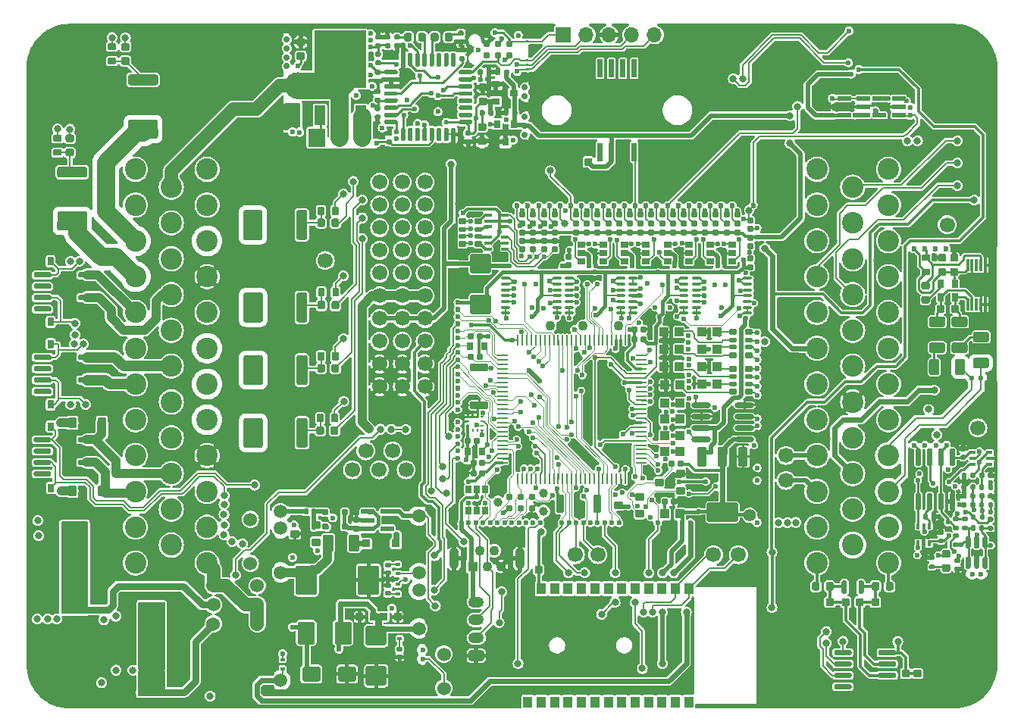
<source format=gtl>
G75*
G70*
%OFA0B0*%
%FSLAX25Y25*%
%IPPOS*%
%LPD*%
%AMOC8*
5,1,8,0,0,1.08239X$1,22.5*
%
%AMM1*
21,1,0.086610,0.073230,0.000000,0.000000,270.000000*
21,1,0.069290,0.090550,0.000000,0.000000,270.000000*
1,1,0.017320,-0.036610,-0.034650*
1,1,0.017320,-0.036610,0.034650*
1,1,0.017320,0.036610,0.034650*
1,1,0.017320,0.036610,-0.034650*
%
%AMM10*
21,1,0.015750,0.016540,0.000000,0.000000,270.000000*
21,1,0.012600,0.019680,0.000000,0.000000,270.000000*
1,1,0.003150,-0.008270,-0.006300*
1,1,0.003150,-0.008270,0.006300*
1,1,0.003150,0.008270,0.006300*
1,1,0.003150,0.008270,-0.006300*
%
%AMM105*
21,1,0.021650,0.052760,-0.000000,-0.000000,90.000000*
21,1,0.017320,0.057090,-0.000000,-0.000000,90.000000*
1,1,0.004330,0.026380,0.008660*
1,1,0.004330,0.026380,-0.008660*
1,1,0.004330,-0.026380,-0.008660*
1,1,0.004330,-0.026380,0.008660*
%
%AMM11*
21,1,0.023620,0.018900,0.000000,0.000000,90.000000*
21,1,0.018900,0.023620,0.000000,0.000000,90.000000*
1,1,0.004720,0.009450,0.009450*
1,1,0.004720,0.009450,-0.009450*
1,1,0.004720,-0.009450,-0.009450*
1,1,0.004720,-0.009450,0.009450*
%
%AMM12*
21,1,0.019680,0.019680,0.000000,0.000000,0.000000*
21,1,0.015750,0.023620,0.000000,0.000000,0.000000*
1,1,0.003940,0.007870,-0.009840*
1,1,0.003940,-0.007870,-0.009840*
1,1,0.003940,-0.007870,0.009840*
1,1,0.003940,0.007870,0.009840*
%
%AMM13*
21,1,0.019680,0.019680,0.000000,0.000000,270.000000*
21,1,0.015750,0.023620,0.000000,0.000000,270.000000*
1,1,0.003940,-0.009840,-0.007870*
1,1,0.003940,-0.009840,0.007870*
1,1,0.003940,0.009840,0.007870*
1,1,0.003940,0.009840,-0.007870*
%
%AMM173*
21,1,0.025590,0.026380,-0.000000,-0.000000,90.000000*
21,1,0.020470,0.031500,-0.000000,-0.000000,90.000000*
1,1,0.005120,0.013190,0.010240*
1,1,0.005120,0.013190,-0.010240*
1,1,0.005120,-0.013190,-0.010240*
1,1,0.005120,-0.013190,0.010240*
%
%AMM174*
21,1,0.017720,0.027950,-0.000000,-0.000000,90.000000*
21,1,0.014170,0.031500,-0.000000,-0.000000,90.000000*
1,1,0.003540,0.013980,0.007090*
1,1,0.003540,0.013980,-0.007090*
1,1,0.003540,-0.013980,-0.007090*
1,1,0.003540,-0.013980,0.007090*
%
%AMM175*
21,1,0.012600,0.028980,-0.000000,-0.000000,270.000000*
21,1,0.010080,0.031500,-0.000000,-0.000000,270.000000*
1,1,0.002520,-0.014490,-0.005040*
1,1,0.002520,-0.014490,0.005040*
1,1,0.002520,0.014490,0.005040*
1,1,0.002520,0.014490,-0.005040*
%
%AMM176*
21,1,0.023620,0.030710,-0.000000,-0.000000,0.000000*
21,1,0.018900,0.035430,-0.000000,-0.000000,0.000000*
1,1,0.004720,0.009450,-0.015350*
1,1,0.004720,-0.009450,-0.015350*
1,1,0.004720,-0.009450,0.015350*
1,1,0.004720,0.009450,0.015350*
%
%AMM177*
21,1,0.027560,0.018900,-0.000000,-0.000000,270.000000*
21,1,0.022840,0.023620,-0.000000,-0.000000,270.000000*
1,1,0.004720,-0.009450,-0.011420*
1,1,0.004720,-0.009450,0.011420*
1,1,0.004720,0.009450,0.011420*
1,1,0.004720,0.009450,-0.011420*
%
%AMM178*
21,1,0.031500,0.072440,-0.000000,-0.000000,270.000000*
21,1,0.025200,0.078740,-0.000000,-0.000000,270.000000*
1,1,0.006300,-0.036220,-0.012600*
1,1,0.006300,-0.036220,0.012600*
1,1,0.006300,0.036220,0.012600*
1,1,0.006300,0.036220,-0.012600*
%
%AMM179*
21,1,0.027560,0.018900,-0.000000,-0.000000,0.000000*
21,1,0.022840,0.023620,-0.000000,-0.000000,0.000000*
1,1,0.004720,0.011420,-0.009450*
1,1,0.004720,-0.011420,-0.009450*
1,1,0.004720,-0.011420,0.009450*
1,1,0.004720,0.011420,0.009450*
%
%AMM180*
21,1,0.023620,0.030710,-0.000000,-0.000000,90.000000*
21,1,0.018900,0.035430,-0.000000,-0.000000,90.000000*
1,1,0.004720,0.015350,0.009450*
1,1,0.004720,0.015350,-0.009450*
1,1,0.004720,-0.015350,-0.009450*
1,1,0.004720,-0.015350,0.009450*
%
%AMM181*
21,1,0.035430,0.030320,-0.000000,-0.000000,90.000000*
21,1,0.028350,0.037400,-0.000000,-0.000000,90.000000*
1,1,0.007090,0.015160,0.014170*
1,1,0.007090,0.015160,-0.014170*
1,1,0.007090,-0.015160,-0.014170*
1,1,0.007090,-0.015160,0.014170*
%
%AMM182*
21,1,0.043310,0.075980,-0.000000,-0.000000,180.000000*
21,1,0.034650,0.084650,-0.000000,-0.000000,180.000000*
1,1,0.008660,-0.017320,0.037990*
1,1,0.008660,0.017320,0.037990*
1,1,0.008660,0.017320,-0.037990*
1,1,0.008660,-0.017320,-0.037990*
%
%AMM183*
21,1,0.039370,0.035430,-0.000000,-0.000000,180.000000*
21,1,0.031500,0.043310,-0.000000,-0.000000,180.000000*
1,1,0.007870,-0.015750,0.017720*
1,1,0.007870,0.015750,0.017720*
1,1,0.007870,0.015750,-0.017720*
1,1,0.007870,-0.015750,-0.017720*
%
%AMM184*
21,1,0.027560,0.030710,-0.000000,-0.000000,180.000000*
21,1,0.022050,0.036220,-0.000000,-0.000000,180.000000*
1,1,0.005510,-0.011020,0.015350*
1,1,0.005510,0.011020,0.015350*
1,1,0.005510,0.011020,-0.015350*
1,1,0.005510,-0.011020,-0.015350*
%
%AMM185*
21,1,0.031500,0.072440,-0.000000,-0.000000,180.000000*
21,1,0.025200,0.078740,-0.000000,-0.000000,180.000000*
1,1,0.006300,-0.012600,0.036220*
1,1,0.006300,0.012600,0.036220*
1,1,0.006300,0.012600,-0.036220*
1,1,0.006300,-0.012600,-0.036220*
%
%AMM186*
21,1,0.137800,0.067720,-0.000000,-0.000000,180.000000*
21,1,0.120870,0.084650,-0.000000,-0.000000,180.000000*
1,1,0.016930,-0.060430,0.033860*
1,1,0.016930,0.060430,0.033860*
1,1,0.016930,0.060430,-0.033860*
1,1,0.016930,-0.060430,-0.033860*
%
%AMM187*
21,1,0.043310,0.075990,-0.000000,-0.000000,180.000000*
21,1,0.034650,0.084650,-0.000000,-0.000000,180.000000*
1,1,0.008660,-0.017320,0.037990*
1,1,0.008660,0.017320,0.037990*
1,1,0.008660,0.017320,-0.037990*
1,1,0.008660,-0.017320,-0.037990*
%
%AMM188*
21,1,0.086610,0.073230,-0.000000,-0.000000,270.000000*
21,1,0.069290,0.090550,-0.000000,-0.000000,270.000000*
1,1,0.017320,-0.036610,-0.034650*
1,1,0.017320,-0.036610,0.034650*
1,1,0.017320,0.036610,0.034650*
1,1,0.017320,0.036610,-0.034650*
%
%AMM2*
21,1,0.094490,0.111020,0.000000,0.000000,0.000000*
21,1,0.075590,0.129920,0.000000,0.000000,0.000000*
1,1,0.018900,0.037800,-0.055510*
1,1,0.018900,-0.037800,-0.055510*
1,1,0.018900,-0.037800,0.055510*
1,1,0.018900,0.037800,0.055510*
%
%AMM3*
21,1,0.074800,0.083460,0.000000,0.000000,0.000000*
21,1,0.059840,0.098430,0.000000,0.000000,0.000000*
1,1,0.014960,0.029920,-0.041730*
1,1,0.014960,-0.029920,-0.041730*
1,1,0.014960,-0.029920,0.041730*
1,1,0.014960,0.029920,0.041730*
%
%AMM4*
21,1,0.078740,0.053540,0.000000,0.000000,180.000000*
21,1,0.065350,0.066930,0.000000,0.000000,180.000000*
1,1,0.013390,-0.032680,0.026770*
1,1,0.013390,0.032680,0.026770*
1,1,0.013390,0.032680,-0.026770*
1,1,0.013390,-0.032680,-0.026770*
%
%AMM5*
21,1,0.035430,0.030320,0.000000,0.000000,90.000000*
21,1,0.028350,0.037400,0.000000,0.000000,90.000000*
1,1,0.007090,0.015160,0.014170*
1,1,0.007090,0.015160,-0.014170*
1,1,0.007090,-0.015160,-0.014170*
1,1,0.007090,-0.015160,0.014170*
%
%AMM6*
21,1,0.021650,0.052760,0.000000,0.000000,270.000000*
21,1,0.017320,0.057090,0.000000,0.000000,270.000000*
1,1,0.004330,-0.026380,-0.008660*
1,1,0.004330,-0.026380,0.008660*
1,1,0.004330,0.026380,0.008660*
1,1,0.004330,0.026380,-0.008660*
%
%AMM7*
21,1,0.035830,0.026770,0.000000,0.000000,0.000000*
21,1,0.029130,0.033470,0.000000,0.000000,0.000000*
1,1,0.006690,0.014570,-0.013390*
1,1,0.006690,-0.014570,-0.013390*
1,1,0.006690,-0.014570,0.013390*
1,1,0.006690,0.014570,0.013390*
%
%AMM8*
21,1,0.070870,0.036220,0.000000,0.000000,90.000000*
21,1,0.061810,0.045280,0.000000,0.000000,90.000000*
1,1,0.009060,0.018110,0.030910*
1,1,0.009060,0.018110,-0.030910*
1,1,0.009060,-0.018110,-0.030910*
1,1,0.009060,-0.018110,0.030910*
%
%AMM9*
21,1,0.033470,0.026770,0.000000,0.000000,0.000000*
21,1,0.026770,0.033470,0.000000,0.000000,0.000000*
1,1,0.006690,0.013390,-0.013390*
1,1,0.006690,-0.013390,-0.013390*
1,1,0.006690,-0.013390,0.013390*
1,1,0.006690,0.013390,0.013390*
%
%ADD10C,0.06693*%
%ADD100M7*%
%ADD101M8*%
%ADD102M9*%
%ADD103M10*%
%ADD104M11*%
%ADD105M12*%
%ADD106M13*%
%ADD107O,0.00787X0.40158*%
%ADD11C,0.02756*%
%ADD12C,0.11811*%
%ADD13R,0.00984X0.11811*%
%ADD136C,0.01850*%
%ADD14R,0.00984X0.04331*%
%ADD142R,0.02559X0.01575*%
%ADD143R,0.01575X0.02559*%
%ADD146R,0.03543X0.03150*%
%ADD147R,0.04724X0.08661*%
%ADD148C,0.05118*%
%ADD149R,0.22835X0.25197*%
%ADD15R,0.00984X0.03858*%
%ADD150R,0.03150X0.03543*%
%ADD151C,0.03100*%
%ADD152R,0.07500X0.07874*%
%ADD153O,0.07500X0.07874*%
%ADD154C,0.03900*%
%ADD16R,0.00984X0.05709*%
%ADD161O,0.04724X0.00866*%
%ADD162O,0.00866X0.04724*%
%ADD163O,0.04331X0.01181*%
%ADD166R,0.01378X0.00984*%
%ADD167R,0.00984X0.01378*%
%ADD17R,1.08661X0.00984*%
%ADD172O,0.08661X0.02362*%
%ADD18R,0.00984X0.07677*%
%ADD180C,0.00492*%
%ADD181C,0.01260*%
%ADD182C,0.05512*%
%ADD19R,0.00984X0.03740*%
%ADD20C,0.02362*%
%ADD21R,0.24350X0.00984*%
%ADD22R,0.04390X0.00984*%
%ADD23R,0.00984X0.56201*%
%ADD24R,0.00984X0.59449*%
%ADD25R,0.20374X0.00984*%
%ADD26R,0.04331X0.04331*%
%ADD264M105*%
%ADD27C,0.04331*%
%ADD274R,0.01181X0.05512*%
%ADD28O,0.04331X0.09449*%
%ADD29O,0.00787X0.04823*%
%ADD30O,0.36614X0.00787*%
%ADD31C,0.05906*%
%ADD32O,0.00787X0.12992*%
%ADD33O,0.00787X0.40157*%
%ADD34O,0.00787X0.01181*%
%ADD35O,0.66929X0.00787*%
%ADD36O,0.60630X0.00787*%
%ADD369M173*%
%ADD37O,0.00787X0.18898*%
%ADD370M174*%
%ADD371M175*%
%ADD372M176*%
%ADD373M177*%
%ADD374M178*%
%ADD375M179*%
%ADD376M180*%
%ADD377M181*%
%ADD378M182*%
%ADD379M183*%
%ADD38O,0.00787X0.10236*%
%ADD380M184*%
%ADD381M185*%
%ADD382M186*%
%ADD383M187*%
%ADD384M188*%
%ADD39O,0.00787X0.03937*%
%ADD40O,0.00787X0.05906*%
%ADD41C,0.09449*%
%ADD42C,0.15748*%
%ADD43R,0.00787X0.14567*%
%ADD44R,0.00787X0.01575*%
%ADD45R,0.00787X0.06299*%
%ADD46R,0.00787X0.38189*%
%ADD47R,0.00787X0.09055*%
%ADD48R,0.05512X0.00787*%
%ADD49R,0.25197X0.00787*%
%ADD50R,0.06693X0.00787*%
%ADD51R,0.12992X0.00787*%
%ADD52R,0.00787X0.27559*%
%ADD53R,0.00787X0.12992*%
%ADD54R,0.00787X0.24803*%
%ADD55R,0.03937X0.05118*%
%ADD56R,0.06693X0.06693*%
%ADD57O,0.06693X0.06693*%
%ADD58O,0.06890X0.04724*%
%ADD59C,0.06000*%
%ADD60C,0.03150*%
%ADD61C,0.00787*%
%ADD62C,0.01969*%
%ADD63C,0.01181*%
%ADD64C,0.03937*%
%ADD65C,0.04724*%
%ADD66C,0.07874*%
%ADD70C,0.00984*%
%ADD72C,0.00800*%
%ADD92C,0.01968*%
%ADD93C,0.01575*%
%ADD94M1*%
%ADD95M2*%
%ADD96M3*%
%ADD97M4*%
%ADD98M5*%
%ADD99M6*%
X0000000Y0000000D02*
%LPD*%
G01*
G36*
G01*
X0035650Y0051240D02*
X0035650Y0047106D01*
G75*
G02*
X0035256Y0046712I-000394J0000000D01*
G01*
X0032106Y0046712D01*
G75*
G02*
X0031713Y0047106I0000000J0000394D01*
G01*
X0031713Y0051240D01*
G75*
G02*
X0032106Y0051633I0000394J0000000D01*
G01*
X0035256Y0051633D01*
G75*
G02*
X0035650Y0051240I0000000J-000394D01*
G01*
G37*
G36*
G01*
X0027776Y0051240D02*
X0027776Y0047106D01*
G75*
G02*
X0027382Y0046712I-000394J0000000D01*
G01*
X0024232Y0046712D01*
G75*
G02*
X0023839Y0047106I0000000J0000394D01*
G01*
X0023839Y0051240D01*
G75*
G02*
X0024232Y0051633I0000394J0000000D01*
G01*
X0027382Y0051633D01*
G75*
G02*
X0027776Y0051240I0000000J-000394D01*
G01*
G37*
G36*
G01*
X0360925Y0051299D02*
X0359744Y0051299D01*
G75*
G02*
X0359154Y0051889I0000000J0000591D01*
G01*
X0359154Y0056515D01*
G75*
G02*
X0359744Y0057106I0000591J0000000D01*
G01*
X0360925Y0057106D01*
G75*
G02*
X0361516Y0056515I0000000J-000591D01*
G01*
X0361516Y0051889D01*
G75*
G02*
X0360925Y0051299I-000591J0000000D01*
G01*
G37*
G36*
G01*
X0368406Y0051299D02*
X0367224Y0051299D01*
G75*
G02*
X0366634Y0051889I0000000J0000591D01*
G01*
X0366634Y0056515D01*
G75*
G02*
X0367224Y0057106I0000591J0000000D01*
G01*
X0368406Y0057106D01*
G75*
G02*
X0368996Y0056515I0000000J-000591D01*
G01*
X0368996Y0051889D01*
G75*
G02*
X0368406Y0051299I-000591J0000000D01*
G01*
G37*
G36*
G01*
X0364665Y0058681D02*
X0363484Y0058681D01*
G75*
G02*
X0362894Y0059271I0000000J0000591D01*
G01*
X0362894Y0063897D01*
G75*
G02*
X0363484Y0064488I0000591J0000000D01*
G01*
X0364665Y0064488D01*
G75*
G02*
X0365256Y0063897I0000000J-000591D01*
G01*
X0365256Y0059271D01*
G75*
G02*
X0364665Y0058681I-000591J0000000D01*
G01*
G37*
G36*
G01*
X0003898Y0118445D02*
X0003898Y0119626D01*
G75*
G02*
X0004488Y0120216I0000591J0000000D01*
G01*
X0010984Y0120216D01*
G75*
G02*
X0011575Y0119626I0000000J-000591D01*
G01*
X0011575Y0118445D01*
G75*
G02*
X0010984Y0117854I-000591J0000000D01*
G01*
X0004488Y0117854D01*
G75*
G02*
X0003898Y0118445I0000000J0000591D01*
G01*
G37*
G36*
G01*
X0003898Y0113445D02*
X0003898Y0114626D01*
G75*
G02*
X0004488Y0115216I0000591J0000000D01*
G01*
X0010984Y0115216D01*
G75*
G02*
X0011575Y0114626I0000000J-000591D01*
G01*
X0011575Y0113445D01*
G75*
G02*
X0010984Y0112854I-000591J0000000D01*
G01*
X0004488Y0112854D01*
G75*
G02*
X0003898Y0113445I0000000J0000591D01*
G01*
G37*
G36*
G01*
X0003898Y0108445D02*
X0003898Y0109626D01*
G75*
G02*
X0004488Y0110216I0000591J0000000D01*
G01*
X0010984Y0110216D01*
G75*
G02*
X0011575Y0109626I0000000J-000591D01*
G01*
X0011575Y0108445D01*
G75*
G02*
X0010984Y0107854I-000591J0000000D01*
G01*
X0004488Y0107854D01*
G75*
G02*
X0003898Y0108445I0000000J0000591D01*
G01*
G37*
G36*
G01*
X0003898Y0103445D02*
X0003898Y0104626D01*
G75*
G02*
X0004488Y0105216I0000591J0000000D01*
G01*
X0010984Y0105216D01*
G75*
G02*
X0011575Y0104626I0000000J-000591D01*
G01*
X0011575Y0103445D01*
G75*
G02*
X0010984Y0102854I-000591J0000000D01*
G01*
X0004488Y0102854D01*
G75*
G02*
X0003898Y0103445I0000000J0000591D01*
G01*
G37*
G36*
G01*
X0023386Y0103445D02*
X0023386Y0104626D01*
G75*
G02*
X0023976Y0105216I0000591J0000000D01*
G01*
X0030472Y0105216D01*
G75*
G02*
X0031063Y0104626I0000000J-000591D01*
G01*
X0031063Y0103445D01*
G75*
G02*
X0030472Y0102854I-000591J0000000D01*
G01*
X0023976Y0102854D01*
G75*
G02*
X0023386Y0103445I0000000J0000591D01*
G01*
G37*
G36*
G01*
X0023386Y0108445D02*
X0023386Y0109626D01*
G75*
G02*
X0023976Y0110216I0000591J0000000D01*
G01*
X0030472Y0110216D01*
G75*
G02*
X0031063Y0109626I0000000J-000591D01*
G01*
X0031063Y0108445D01*
G75*
G02*
X0030472Y0107854I-000591J0000000D01*
G01*
X0023976Y0107854D01*
G75*
G02*
X0023386Y0108445I0000000J0000591D01*
G01*
G37*
G36*
G01*
X0023386Y0113445D02*
X0023386Y0114626D01*
G75*
G02*
X0023976Y0115216I0000591J0000000D01*
G01*
X0030472Y0115216D01*
G75*
G02*
X0031063Y0114626I0000000J-000591D01*
G01*
X0031063Y0113445D01*
G75*
G02*
X0030472Y0112854I-000591J0000000D01*
G01*
X0023976Y0112854D01*
G75*
G02*
X0023386Y0113445I0000000J0000591D01*
G01*
G37*
G36*
G01*
X0023386Y0118445D02*
X0023386Y0119626D01*
G75*
G02*
X0023976Y0120216I0000591J0000000D01*
G01*
X0030472Y0120216D01*
G75*
G02*
X0031063Y0119626I0000000J-000591D01*
G01*
X0031063Y0118445D01*
G75*
G02*
X0030472Y0117854I-000591J0000000D01*
G01*
X0023976Y0117854D01*
G75*
G02*
X0023386Y0118445I0000000J0000591D01*
G01*
G37*
D10*
X0132146Y0197893D03*
G36*
G01*
X0035650Y0066988D02*
X0035650Y0062854D01*
G75*
G02*
X0035256Y0062460I-000394J0000000D01*
G01*
X0032106Y0062460D01*
G75*
G02*
X0031713Y0062854I0000000J0000394D01*
G01*
X0031713Y0066988D01*
G75*
G02*
X0032106Y0067382I0000394J0000000D01*
G01*
X0035256Y0067382D01*
G75*
G02*
X0035650Y0066988I0000000J-000394D01*
G01*
G37*
G36*
G01*
X0027776Y0066988D02*
X0027776Y0062854D01*
G75*
G02*
X0027382Y0062460I-000394J0000000D01*
G01*
X0024232Y0062460D01*
G75*
G02*
X0023839Y0062854I0000000J0000394D01*
G01*
X0023839Y0066988D01*
G75*
G02*
X0024232Y0067382I0000394J0000000D01*
G01*
X0027382Y0067382D01*
G75*
G02*
X0027776Y0066988I0000000J-000394D01*
G01*
G37*
G36*
G01*
X0246516Y0249133D02*
X0249193Y0249133D01*
G75*
G02*
X0249528Y0248799I0000000J-000335D01*
G01*
X0249528Y0246122D01*
G75*
G02*
X0249193Y0245787I-000335J0000000D01*
G01*
X0246516Y0245787D01*
G75*
G02*
X0246181Y0246122I0000000J0000335D01*
G01*
X0246181Y0248799D01*
G75*
G02*
X0246516Y0249133I0000335J0000000D01*
G01*
G37*
G36*
G01*
X0246516Y0242913D02*
X0249193Y0242913D01*
G75*
G02*
X0249528Y0242578I0000000J-000335D01*
G01*
X0249528Y0239901D01*
G75*
G02*
X0249193Y0239567I-000335J0000000D01*
G01*
X0246516Y0239567D01*
G75*
G02*
X0246181Y0239901I0000000J0000335D01*
G01*
X0246181Y0242578D01*
G75*
G02*
X0246516Y0242913I0000335J0000000D01*
G01*
G37*
G36*
G01*
X0137933Y0221279D02*
X0137933Y0218208D01*
G75*
G02*
X0137657Y0217933I-000276J0000000D01*
G01*
X0135453Y0217933D01*
G75*
G02*
X0135177Y0218208I0000000J0000276D01*
G01*
X0135177Y0221279D01*
G75*
G02*
X0135453Y0221555I0000276J0000000D01*
G01*
X0137657Y0221555D01*
G75*
G02*
X0137933Y0221279I0000000J-000276D01*
G01*
G37*
G36*
G01*
X0131634Y0221279D02*
X0131634Y0218208D01*
G75*
G02*
X0131358Y0217933I-000276J0000000D01*
G01*
X0129154Y0217933D01*
G75*
G02*
X0128878Y0218208I0000000J0000276D01*
G01*
X0128878Y0221279D01*
G75*
G02*
X0129154Y0221555I0000276J0000000D01*
G01*
X0131358Y0221555D01*
G75*
G02*
X0131634Y0221279I0000000J-000276D01*
G01*
G37*
G36*
G01*
X0003957Y0154724D02*
X0003957Y0155905D01*
G75*
G02*
X0004547Y0156496I0000591J0000000D01*
G01*
X0011043Y0156496D01*
G75*
G02*
X0011634Y0155905I0000000J-000591D01*
G01*
X0011634Y0154724D01*
G75*
G02*
X0011043Y0154133I-000591J0000000D01*
G01*
X0004547Y0154133D01*
G75*
G02*
X0003957Y0154724I0000000J0000591D01*
G01*
G37*
G36*
G01*
X0003957Y0149724D02*
X0003957Y0150905D01*
G75*
G02*
X0004547Y0151496I0000591J0000000D01*
G01*
X0011043Y0151496D01*
G75*
G02*
X0011634Y0150905I0000000J-000591D01*
G01*
X0011634Y0149724D01*
G75*
G02*
X0011043Y0149133I-000591J0000000D01*
G01*
X0004547Y0149133D01*
G75*
G02*
X0003957Y0149724I0000000J0000591D01*
G01*
G37*
G36*
G01*
X0003957Y0144724D02*
X0003957Y0145905D01*
G75*
G02*
X0004547Y0146496I0000591J0000000D01*
G01*
X0011043Y0146496D01*
G75*
G02*
X0011634Y0145905I0000000J-000591D01*
G01*
X0011634Y0144724D01*
G75*
G02*
X0011043Y0144133I-000591J0000000D01*
G01*
X0004547Y0144133D01*
G75*
G02*
X0003957Y0144724I0000000J0000591D01*
G01*
G37*
G36*
G01*
X0003957Y0139724D02*
X0003957Y0140905D01*
G75*
G02*
X0004547Y0141496I0000591J0000000D01*
G01*
X0011043Y0141496D01*
G75*
G02*
X0011634Y0140905I0000000J-000591D01*
G01*
X0011634Y0139724D01*
G75*
G02*
X0011043Y0139133I-000591J0000000D01*
G01*
X0004547Y0139133D01*
G75*
G02*
X0003957Y0139724I0000000J0000591D01*
G01*
G37*
G36*
G01*
X0023445Y0139724D02*
X0023445Y0140905D01*
G75*
G02*
X0024035Y0141496I0000591J0000000D01*
G01*
X0030531Y0141496D01*
G75*
G02*
X0031122Y0140905I0000000J-000591D01*
G01*
X0031122Y0139724D01*
G75*
G02*
X0030531Y0139133I-000591J0000000D01*
G01*
X0024035Y0139133D01*
G75*
G02*
X0023445Y0139724I0000000J0000591D01*
G01*
G37*
G36*
G01*
X0023445Y0144724D02*
X0023445Y0145905D01*
G75*
G02*
X0024035Y0146496I0000591J0000000D01*
G01*
X0030531Y0146496D01*
G75*
G02*
X0031122Y0145905I0000000J-000591D01*
G01*
X0031122Y0144724D01*
G75*
G02*
X0030531Y0144133I-000591J0000000D01*
G01*
X0024035Y0144133D01*
G75*
G02*
X0023445Y0144724I0000000J0000591D01*
G01*
G37*
G36*
G01*
X0023445Y0149724D02*
X0023445Y0150905D01*
G75*
G02*
X0024035Y0151496I0000591J0000000D01*
G01*
X0030531Y0151496D01*
G75*
G02*
X0031122Y0150905I0000000J-000591D01*
G01*
X0031122Y0149724D01*
G75*
G02*
X0030531Y0149133I-000591J0000000D01*
G01*
X0024035Y0149133D01*
G75*
G02*
X0023445Y0149724I0000000J0000591D01*
G01*
G37*
G36*
G01*
X0023445Y0154724D02*
X0023445Y0155905D01*
G75*
G02*
X0024035Y0156496I0000591J0000000D01*
G01*
X0030531Y0156496D01*
G75*
G02*
X0031122Y0155905I0000000J-000591D01*
G01*
X0031122Y0154724D01*
G75*
G02*
X0030531Y0154133I-000591J0000000D01*
G01*
X0024035Y0154133D01*
G75*
G02*
X0023445Y0154724I0000000J0000591D01*
G01*
G37*
G36*
G01*
X0138091Y0185452D02*
X0138091Y0182382D01*
G75*
G02*
X0137815Y0182106I-000276J0000000D01*
G01*
X0135610Y0182106D01*
G75*
G02*
X0135335Y0182382I0000000J0000276D01*
G01*
X0135335Y0185452D01*
G75*
G02*
X0135610Y0185728I0000276J0000000D01*
G01*
X0137815Y0185728D01*
G75*
G02*
X0138091Y0185452I0000000J-000276D01*
G01*
G37*
G36*
G01*
X0131791Y0185452D02*
X0131791Y0182382D01*
G75*
G02*
X0131516Y0182106I-000276J0000000D01*
G01*
X0129311Y0182106D01*
G75*
G02*
X0129035Y0182382I0000000J0000276D01*
G01*
X0129035Y0185452D01*
G75*
G02*
X0129311Y0185728I0000276J0000000D01*
G01*
X0131516Y0185728D01*
G75*
G02*
X0131791Y0185452I0000000J-000276D01*
G01*
G37*
G36*
G01*
X0003681Y0159586D02*
X0003681Y0162657D01*
G75*
G02*
X0003957Y0162933I0000276J0000000D01*
G01*
X0006161Y0162933D01*
G75*
G02*
X0006437Y0162657I0000000J-000276D01*
G01*
X0006437Y0159586D01*
G75*
G02*
X0006161Y0159311I-000276J0000000D01*
G01*
X0003957Y0159311D01*
G75*
G02*
X0003681Y0159586I0000000J0000276D01*
G01*
G37*
G36*
G01*
X0009980Y0159586D02*
X0009980Y0162657D01*
G75*
G02*
X0010256Y0162933I0000276J0000000D01*
G01*
X0012461Y0162933D01*
G75*
G02*
X0012736Y0162657I0000000J-000276D01*
G01*
X0012736Y0159586D01*
G75*
G02*
X0012461Y0159311I-000276J0000000D01*
G01*
X0010256Y0159311D01*
G75*
G02*
X0009980Y0159586I0000000J0000276D01*
G01*
G37*
X0302894Y0068445D03*
G36*
G01*
X0124291Y0155295D02*
X0124291Y0144074D01*
G75*
G02*
X0123307Y0143090I-000984J0000000D01*
G01*
X0120453Y0143090D01*
G75*
G02*
X0119469Y0144074I0000000J0000984D01*
G01*
X0119469Y0155295D01*
G75*
G02*
X0120453Y0156279I0000984J0000000D01*
G01*
X0123307Y0156279D01*
G75*
G02*
X0124291Y0155295I0000000J-000984D01*
G01*
G37*
G36*
G01*
X0100965Y0155295D02*
X0100965Y0144074D01*
G75*
G02*
X0099980Y0143090I-000984J0000000D01*
G01*
X0097126Y0143090D01*
G75*
G02*
X0096142Y0144074I0000000J0000984D01*
G01*
X0096142Y0155295D01*
G75*
G02*
X0097126Y0156279I0000984J0000000D01*
G01*
X0099980Y0156279D01*
G75*
G02*
X0100965Y0155295I0000000J-000984D01*
G01*
G37*
G36*
G01*
X0382008Y0048917D02*
X0382008Y0046240D01*
G75*
G02*
X0381673Y0045905I-000335J0000000D01*
G01*
X0378996Y0045905D01*
G75*
G02*
X0378661Y0046240I0000000J0000335D01*
G01*
X0378661Y0048917D01*
G75*
G02*
X0378996Y0049252I0000335J0000000D01*
G01*
X0381673Y0049252D01*
G75*
G02*
X0382008Y0048917I0000000J-000335D01*
G01*
G37*
G36*
G01*
X0375787Y0048917D02*
X0375787Y0046240D01*
G75*
G02*
X0375453Y0045905I-000335J0000000D01*
G01*
X0372776Y0045905D01*
G75*
G02*
X0372441Y0046240I0000000J0000335D01*
G01*
X0372441Y0048917D01*
G75*
G02*
X0372776Y0049252I0000335J0000000D01*
G01*
X0375453Y0049252D01*
G75*
G02*
X0375787Y0048917I0000000J-000335D01*
G01*
G37*
D11*
X0115197Y0295216D03*
X0115197Y0283405D03*
X0115197Y0287342D03*
X0115197Y0291279D03*
D12*
X0120118Y0274941D03*
D13*
X0113720Y0261161D03*
D14*
X0221398Y0248563D03*
D15*
X0221398Y0265649D03*
X0221398Y0278641D03*
D16*
X0221398Y0298661D03*
D17*
X0167559Y0246889D03*
X0167559Y0301023D03*
D18*
X0113720Y0250236D03*
D19*
X0113720Y0299645D03*
G36*
G01*
X0184291Y0250925D02*
X0184291Y0255846D01*
G75*
G02*
X0184783Y0256338I0000492J0000000D01*
G01*
X0185768Y0256338D01*
G75*
G02*
X0186260Y0255846I0000000J-000492D01*
G01*
X0186260Y0250925D01*
G75*
G02*
X0185768Y0250433I-000492J0000000D01*
G01*
X0184783Y0250433D01*
G75*
G02*
X0184291Y0250925I0000000J0000492D01*
G01*
G37*
G36*
G01*
X0190886Y0261456D02*
X0190886Y0262441D01*
G75*
G02*
X0191378Y0262933I0000492J0000000D01*
G01*
X0196299Y0262933D01*
G75*
G02*
X0196791Y0262441I0000000J-000492D01*
G01*
X0196791Y0261456D01*
G75*
G02*
X0196299Y0260964I-000492J0000000D01*
G01*
X0191378Y0260964D01*
G75*
G02*
X0190886Y0261456I0000000J0000492D01*
G01*
G37*
G36*
G01*
X0187441Y0250925D02*
X0187441Y0255846D01*
G75*
G02*
X0187933Y0256338I0000492J0000000D01*
G01*
X0188917Y0256338D01*
G75*
G02*
X0189409Y0255846I0000000J-000492D01*
G01*
X0189409Y0250925D01*
G75*
G02*
X0188917Y0250433I-000492J0000000D01*
G01*
X0187933Y0250433D01*
G75*
G02*
X0187441Y0250925I0000000J0000492D01*
G01*
G37*
G36*
G01*
X0188720Y0260964D02*
X0187736Y0260964D01*
G75*
G02*
X0187244Y0261456I0000000J0000492D01*
G01*
X0187244Y0262441D01*
G75*
G02*
X0187736Y0262933I0000492J0000000D01*
G01*
X0188720Y0262933D01*
G75*
G02*
X0189213Y0262441I0000000J-000492D01*
G01*
X0189213Y0261456D01*
G75*
G02*
X0188720Y0260964I-000492J0000000D01*
G01*
G37*
G36*
G01*
X0184291Y0258307D02*
X0184291Y0259291D01*
G75*
G02*
X0184783Y0259783I0000492J0000000D01*
G01*
X0185768Y0259783D01*
G75*
G02*
X0186260Y0259291I0000000J-000492D01*
G01*
X0186260Y0258307D01*
G75*
G02*
X0185768Y0257815I-000492J0000000D01*
G01*
X0184783Y0257815D01*
G75*
G02*
X0184291Y0258307I0000000J0000492D01*
G01*
G37*
G36*
G01*
X0190886Y0258307D02*
X0190886Y0259291D01*
G75*
G02*
X0191378Y0259783I0000492J0000000D01*
G01*
X0196299Y0259783D01*
G75*
G02*
X0196791Y0259291I0000000J-000492D01*
G01*
X0196791Y0258307D01*
G75*
G02*
X0196299Y0257815I-000492J0000000D01*
G01*
X0191378Y0257815D01*
G75*
G02*
X0190886Y0258307I0000000J0000492D01*
G01*
G37*
D11*
X0219887Y0257224D03*
X0219887Y0261161D03*
X0219887Y0274137D03*
X0219887Y0270137D03*
G36*
G01*
X0221890Y0282027D02*
X0221890Y0282027D01*
G75*
G02*
X0221398Y0281535I-000492J0000000D01*
G01*
X0220413Y0281535D01*
G75*
G02*
X0219921Y0282027I0000000J0000492D01*
G01*
X0219921Y0282027D01*
G75*
G02*
X0220413Y0282519I0000492J0000000D01*
G01*
X0221398Y0282519D01*
G75*
G02*
X0221890Y0282027I0000000J-000492D01*
G01*
G37*
G36*
G01*
X0221890Y0283996D02*
X0221890Y0283996D01*
G75*
G02*
X0221398Y0283504I-000492J0000000D01*
G01*
X0220413Y0283504D01*
G75*
G02*
X0219921Y0283996I0000000J0000492D01*
G01*
X0219921Y0283996D01*
G75*
G02*
X0220413Y0284488I0000492J0000000D01*
G01*
X0221398Y0284488D01*
G75*
G02*
X0221890Y0283996I0000000J-000492D01*
G01*
G37*
G36*
G01*
X0221890Y0285964D02*
X0221890Y0285964D01*
G75*
G02*
X0221398Y0285472I-000492J0000000D01*
G01*
X0220413Y0285472D01*
G75*
G02*
X0219921Y0285964I0000000J0000492D01*
G01*
X0219921Y0285964D01*
G75*
G02*
X0220413Y0286456I0000492J0000000D01*
G01*
X0221398Y0286456D01*
G75*
G02*
X0221890Y0285964I0000000J-000492D01*
G01*
G37*
G36*
G01*
X0221890Y0294232D02*
X0221890Y0294232D01*
G75*
G02*
X0221398Y0293740I-000492J0000000D01*
G01*
X0220413Y0293740D01*
G75*
G02*
X0219921Y0294232I0000000J0000492D01*
G01*
X0219921Y0294232D01*
G75*
G02*
X0220413Y0294724I0000492J0000000D01*
G01*
X0221398Y0294724D01*
G75*
G02*
X0221890Y0294232I0000000J-000492D01*
G01*
G37*
X0219887Y0253287D03*
D10*
X0419114Y0124271D03*
G36*
G01*
X0045241Y0284015D02*
X0043223Y0284015D01*
G75*
G02*
X0042362Y0284877I0000000J0000861D01*
G01*
X0042362Y0286599D01*
G75*
G02*
X0043223Y0287460I0000861J0000000D01*
G01*
X0045241Y0287460D01*
G75*
G02*
X0046102Y0286599I0000000J-000861D01*
G01*
X0046102Y0284877D01*
G75*
G02*
X0045241Y0284015I-000861J0000000D01*
G01*
G37*
G36*
G01*
X0045241Y0290216D02*
X0043223Y0290216D01*
G75*
G02*
X0042362Y0291077I0000000J0000861D01*
G01*
X0042362Y0292800D01*
G75*
G02*
X0043223Y0293661I0000861J0000000D01*
G01*
X0045241Y0293661D01*
G75*
G02*
X0046102Y0292800I0000000J-000861D01*
G01*
X0046102Y0291077D01*
G75*
G02*
X0045241Y0290216I-000861J0000000D01*
G01*
G37*
G36*
G01*
X0233858Y0063149D02*
X0233858Y0060472D01*
G75*
G02*
X0233524Y0060137I-000335J0000000D01*
G01*
X0230846Y0060137D01*
G75*
G02*
X0230512Y0060472I0000000J0000335D01*
G01*
X0230512Y0063149D01*
G75*
G02*
X0230846Y0063484I0000335J0000000D01*
G01*
X0233524Y0063484D01*
G75*
G02*
X0233858Y0063149I0000000J-000335D01*
G01*
G37*
G36*
G01*
X0227638Y0063149D02*
X0227638Y0060472D01*
G75*
G02*
X0227303Y0060137I-000335J0000000D01*
G01*
X0224626Y0060137D01*
G75*
G02*
X0224291Y0060472I0000000J0000335D01*
G01*
X0224291Y0063149D01*
G75*
G02*
X0224626Y0063484I0000335J0000000D01*
G01*
X0227303Y0063484D01*
G75*
G02*
X0227638Y0063149I0000000J-000335D01*
G01*
G37*
G36*
G01*
X0359331Y0046240D02*
X0359331Y0048917D01*
G75*
G02*
X0359665Y0049252I0000335J0000000D01*
G01*
X0362343Y0049252D01*
G75*
G02*
X0362677Y0048917I0000000J-000335D01*
G01*
X0362677Y0046240D01*
G75*
G02*
X0362343Y0045905I-000335J0000000D01*
G01*
X0359665Y0045905D01*
G75*
G02*
X0359331Y0046240I0000000J0000335D01*
G01*
G37*
G36*
G01*
X0365551Y0046240D02*
X0365551Y0048917D01*
G75*
G02*
X0365886Y0049252I0000335J0000000D01*
G01*
X0368563Y0049252D01*
G75*
G02*
X0368898Y0048917I0000000J-000335D01*
G01*
X0368898Y0046240D01*
G75*
G02*
X0368563Y0045905I-000335J0000000D01*
G01*
X0365886Y0045905D01*
G75*
G02*
X0365551Y0046240I0000000J0000335D01*
G01*
G37*
G36*
G01*
X0128583Y0149444D02*
X0128583Y0151461D01*
G75*
G02*
X0129444Y0152322I0000861J0000000D01*
G01*
X0131166Y0152322D01*
G75*
G02*
X0132028Y0151461I0000000J-000861D01*
G01*
X0132028Y0149444D01*
G75*
G02*
X0131166Y0148582I-000861J0000000D01*
G01*
X0129444Y0148582D01*
G75*
G02*
X0128583Y0149444I0000000J0000861D01*
G01*
G37*
G36*
G01*
X0134783Y0149444D02*
X0134783Y0151461D01*
G75*
G02*
X0135645Y0152322I0000861J0000000D01*
G01*
X0137367Y0152322D01*
G75*
G02*
X0138228Y0151461I0000000J-000861D01*
G01*
X0138228Y0149444D01*
G75*
G02*
X0137367Y0148582I-000861J0000000D01*
G01*
X0135645Y0148582D01*
G75*
G02*
X0134783Y0149444I0000000J0000861D01*
G01*
G37*
G36*
G01*
X0043622Y0006614D02*
X0043622Y0009291D01*
G75*
G02*
X0043957Y0009626I0000335J0000000D01*
G01*
X0046634Y0009626D01*
G75*
G02*
X0046969Y0009291I0000000J-000335D01*
G01*
X0046969Y0006614D01*
G75*
G02*
X0046634Y0006279I-000335J0000000D01*
G01*
X0043957Y0006279D01*
G75*
G02*
X0043622Y0006614I0000000J0000335D01*
G01*
G37*
G36*
G01*
X0049843Y0006614D02*
X0049843Y0009291D01*
G75*
G02*
X0050177Y0009626I0000335J0000000D01*
G01*
X0052854Y0009626D01*
G75*
G02*
X0053189Y0009291I0000000J-000335D01*
G01*
X0053189Y0006614D01*
G75*
G02*
X0052854Y0006279I-000335J0000000D01*
G01*
X0050177Y0006279D01*
G75*
G02*
X0049843Y0006614I0000000J0000335D01*
G01*
G37*
G36*
G01*
X0069547Y0031515D02*
X0069547Y0027382D01*
G75*
G02*
X0069154Y0026988I-000394J0000000D01*
G01*
X0066004Y0026988D01*
G75*
G02*
X0065610Y0027382I0000000J0000394D01*
G01*
X0065610Y0031515D01*
G75*
G02*
X0066004Y0031909I0000394J0000000D01*
G01*
X0069154Y0031909D01*
G75*
G02*
X0069547Y0031515I0000000J-000394D01*
G01*
G37*
G36*
G01*
X0061673Y0031515D02*
X0061673Y0027382D01*
G75*
G02*
X0061280Y0026988I-000394J0000000D01*
G01*
X0058130Y0026988D01*
G75*
G02*
X0057736Y0027382I0000000J0000394D01*
G01*
X0057736Y0031515D01*
G75*
G02*
X0058130Y0031909I0000394J0000000D01*
G01*
X0061280Y0031909D01*
G75*
G02*
X0061673Y0031515I0000000J-000394D01*
G01*
G37*
G36*
G01*
X0383130Y0010945D02*
X0383130Y0009763D01*
G75*
G02*
X0382539Y0009173I-000591J0000000D01*
G01*
X0376043Y0009173D01*
G75*
G02*
X0375453Y0009763I0000000J0000591D01*
G01*
X0375453Y0010945D01*
G75*
G02*
X0376043Y0011535I0000591J0000000D01*
G01*
X0382539Y0011535D01*
G75*
G02*
X0383130Y0010945I0000000J-000591D01*
G01*
G37*
G36*
G01*
X0383130Y0015945D02*
X0383130Y0014763D01*
G75*
G02*
X0382539Y0014173I-000591J0000000D01*
G01*
X0376043Y0014173D01*
G75*
G02*
X0375453Y0014763I0000000J0000591D01*
G01*
X0375453Y0015945D01*
G75*
G02*
X0376043Y0016535I0000591J0000000D01*
G01*
X0382539Y0016535D01*
G75*
G02*
X0383130Y0015945I0000000J-000591D01*
G01*
G37*
G36*
G01*
X0383130Y0020945D02*
X0383130Y0019763D01*
G75*
G02*
X0382539Y0019173I-000591J0000000D01*
G01*
X0376043Y0019173D01*
G75*
G02*
X0375453Y0019763I0000000J0000591D01*
G01*
X0375453Y0020945D01*
G75*
G02*
X0376043Y0021535I0000591J0000000D01*
G01*
X0382539Y0021535D01*
G75*
G02*
X0383130Y0020945I0000000J-000591D01*
G01*
G37*
G36*
G01*
X0383130Y0025945D02*
X0383130Y0024763D01*
G75*
G02*
X0382539Y0024173I-000591J0000000D01*
G01*
X0376043Y0024173D01*
G75*
G02*
X0375453Y0024763I0000000J0000591D01*
G01*
X0375453Y0025945D01*
G75*
G02*
X0376043Y0026535I0000591J0000000D01*
G01*
X0382539Y0026535D01*
G75*
G02*
X0383130Y0025945I0000000J-000591D01*
G01*
G37*
G36*
G01*
X0363642Y0025945D02*
X0363642Y0024763D01*
G75*
G02*
X0363051Y0024173I-000591J0000000D01*
G01*
X0356555Y0024173D01*
G75*
G02*
X0355965Y0024763I0000000J0000591D01*
G01*
X0355965Y0025945D01*
G75*
G02*
X0356555Y0026535I0000591J0000000D01*
G01*
X0363051Y0026535D01*
G75*
G02*
X0363642Y0025945I0000000J-000591D01*
G01*
G37*
G36*
G01*
X0363642Y0020945D02*
X0363642Y0019763D01*
G75*
G02*
X0363051Y0019173I-000591J0000000D01*
G01*
X0356555Y0019173D01*
G75*
G02*
X0355965Y0019763I0000000J0000591D01*
G01*
X0355965Y0020945D01*
G75*
G02*
X0356555Y0021535I0000591J0000000D01*
G01*
X0363051Y0021535D01*
G75*
G02*
X0363642Y0020945I0000000J-000591D01*
G01*
G37*
G36*
G01*
X0363642Y0015945D02*
X0363642Y0014763D01*
G75*
G02*
X0363051Y0014173I-000591J0000000D01*
G01*
X0356555Y0014173D01*
G75*
G02*
X0355965Y0014763I0000000J0000591D01*
G01*
X0355965Y0015945D01*
G75*
G02*
X0356555Y0016535I0000591J0000000D01*
G01*
X0363051Y0016535D01*
G75*
G02*
X0363642Y0015945I0000000J-000591D01*
G01*
G37*
G36*
G01*
X0363642Y0010945D02*
X0363642Y0009763D01*
G75*
G02*
X0363051Y0009173I-000591J0000000D01*
G01*
X0356555Y0009173D01*
G75*
G02*
X0355965Y0009763I0000000J0000591D01*
G01*
X0355965Y0010945D01*
G75*
G02*
X0356555Y0011535I0000591J0000000D01*
G01*
X0363051Y0011535D01*
G75*
G02*
X0363642Y0010945I0000000J-000591D01*
G01*
G37*
G36*
G01*
X0069547Y0047263D02*
X0069547Y0043130D01*
G75*
G02*
X0069154Y0042736I-000394J0000000D01*
G01*
X0066004Y0042736D01*
G75*
G02*
X0065610Y0043130I0000000J0000394D01*
G01*
X0065610Y0047263D01*
G75*
G02*
X0066004Y0047657I0000394J0000000D01*
G01*
X0069154Y0047657D01*
G75*
G02*
X0069547Y0047263I0000000J-000394D01*
G01*
G37*
G36*
G01*
X0061673Y0047263D02*
X0061673Y0043130D01*
G75*
G02*
X0061280Y0042736I-000394J0000000D01*
G01*
X0058130Y0042736D01*
G75*
G02*
X0057736Y0043130I0000000J0000394D01*
G01*
X0057736Y0047263D01*
G75*
G02*
X0058130Y0047657I0000394J0000000D01*
G01*
X0061280Y0047657D01*
G75*
G02*
X0061673Y0047263I0000000J-000394D01*
G01*
G37*
G36*
G01*
X0069547Y0039389D02*
X0069547Y0035256D01*
G75*
G02*
X0069154Y0034862I-000394J0000000D01*
G01*
X0066004Y0034862D01*
G75*
G02*
X0065610Y0035256I0000000J0000394D01*
G01*
X0065610Y0039389D01*
G75*
G02*
X0066004Y0039783I0000394J0000000D01*
G01*
X0069154Y0039783D01*
G75*
G02*
X0069547Y0039389I0000000J-000394D01*
G01*
G37*
G36*
G01*
X0061673Y0039389D02*
X0061673Y0035256D01*
G75*
G02*
X0061280Y0034862I-000394J0000000D01*
G01*
X0058130Y0034862D01*
G75*
G02*
X0057736Y0035256I0000000J0000394D01*
G01*
X0057736Y0039389D01*
G75*
G02*
X0058130Y0039783I0000394J0000000D01*
G01*
X0061280Y0039783D01*
G75*
G02*
X0061673Y0039389I0000000J-000394D01*
G01*
G37*
G36*
G01*
X0393917Y0008307D02*
X0391240Y0008307D01*
G75*
G02*
X0390906Y0008641I0000000J0000335D01*
G01*
X0390906Y0011319D01*
G75*
G02*
X0391240Y0011653I0000335J0000000D01*
G01*
X0393917Y0011653D01*
G75*
G02*
X0394252Y0011319I0000000J-000335D01*
G01*
X0394252Y0008641D01*
G75*
G02*
X0393917Y0008307I-000335J0000000D01*
G01*
G37*
G36*
G01*
X0393917Y0014527D02*
X0391240Y0014527D01*
G75*
G02*
X0390906Y0014862I0000000J0000335D01*
G01*
X0390906Y0017539D01*
G75*
G02*
X0391240Y0017874I0000335J0000000D01*
G01*
X0393917Y0017874D01*
G75*
G02*
X0394252Y0017539I0000000J-000335D01*
G01*
X0394252Y0014862D01*
G75*
G02*
X0393917Y0014527I-000335J0000000D01*
G01*
G37*
G36*
G01*
X0137933Y0157342D02*
X0137933Y0154271D01*
G75*
G02*
X0137657Y0153996I-000276J0000000D01*
G01*
X0135453Y0153996D01*
G75*
G02*
X0135177Y0154271I0000000J0000276D01*
G01*
X0135177Y0157342D01*
G75*
G02*
X0135453Y0157618I0000276J0000000D01*
G01*
X0137657Y0157618D01*
G75*
G02*
X0137933Y0157342I0000000J-000276D01*
G01*
G37*
G36*
G01*
X0131634Y0157342D02*
X0131634Y0154271D01*
G75*
G02*
X0131358Y0153996I-000276J0000000D01*
G01*
X0129154Y0153996D01*
G75*
G02*
X0128878Y0154271I0000000J0000276D01*
G01*
X0128878Y0157342D01*
G75*
G02*
X0129154Y0157618I0000276J0000000D01*
G01*
X0131358Y0157618D01*
G75*
G02*
X0131634Y0157342I0000000J-000276D01*
G01*
G37*
G36*
G01*
X0035650Y0074862D02*
X0035650Y0070728D01*
G75*
G02*
X0035256Y0070334I-000394J0000000D01*
G01*
X0032106Y0070334D01*
G75*
G02*
X0031713Y0070728I0000000J0000394D01*
G01*
X0031713Y0074862D01*
G75*
G02*
X0032106Y0075256I0000394J0000000D01*
G01*
X0035256Y0075256D01*
G75*
G02*
X0035650Y0074862I0000000J-000394D01*
G01*
G37*
G36*
G01*
X0027776Y0074862D02*
X0027776Y0070728D01*
G75*
G02*
X0027382Y0070334I-000394J0000000D01*
G01*
X0024232Y0070334D01*
G75*
G02*
X0023839Y0070728I0000000J0000394D01*
G01*
X0023839Y0074862D01*
G75*
G02*
X0024232Y0075256I0000394J0000000D01*
G01*
X0027382Y0075256D01*
G75*
G02*
X0027776Y0074862I0000000J-000394D01*
G01*
G37*
X0242146Y0068484D03*
G36*
G01*
X0041988Y0011633D02*
X0041988Y0015767D01*
G75*
G02*
X0042382Y0016161I0000394J0000000D01*
G01*
X0045531Y0016161D01*
G75*
G02*
X0045925Y0015767I0000000J-000394D01*
G01*
X0045925Y0011633D01*
G75*
G02*
X0045531Y0011240I-000394J0000000D01*
G01*
X0042382Y0011240D01*
G75*
G02*
X0041988Y0011633I0000000J0000394D01*
G01*
G37*
G36*
G01*
X0049862Y0011633D02*
X0049862Y0015767D01*
G75*
G02*
X0050256Y0016161I0000394J0000000D01*
G01*
X0053406Y0016161D01*
G75*
G02*
X0053799Y0015767I0000000J-000394D01*
G01*
X0053799Y0011633D01*
G75*
G02*
X0053406Y0011240I-000394J0000000D01*
G01*
X0050256Y0011240D01*
G75*
G02*
X0049862Y0011633I0000000J0000394D01*
G01*
G37*
G36*
G01*
X0015217Y0239212D02*
X0026437Y0239212D01*
G75*
G02*
X0027421Y0238228I0000000J-000984D01*
G01*
X0027421Y0235374D01*
G75*
G02*
X0026437Y0234389I-000984J0000000D01*
G01*
X0015217Y0234389D01*
G75*
G02*
X0014232Y0235374I0000000J0000984D01*
G01*
X0014232Y0238228D01*
G75*
G02*
X0015217Y0239212I0000984J0000000D01*
G01*
G37*
G36*
G01*
X0015217Y0215885D02*
X0026437Y0215885D01*
G75*
G02*
X0027421Y0214901I0000000J-000984D01*
G01*
X0027421Y0212047D01*
G75*
G02*
X0026437Y0211063I-000984J0000000D01*
G01*
X0015217Y0211063D01*
G75*
G02*
X0014232Y0212047I0000000J0000984D01*
G01*
X0014232Y0214901D01*
G75*
G02*
X0015217Y0215885I0000984J0000000D01*
G01*
G37*
D20*
X0400610Y0116574D03*
X0405335Y0116574D03*
X0395886Y0116574D03*
X0391161Y0116574D03*
D21*
X0401663Y0058897D03*
D22*
X0425482Y0058897D03*
D23*
X0389980Y0086506D03*
D24*
X0427185Y0088130D03*
D25*
X0417490Y0117362D03*
D20*
X0416594Y0059783D03*
X0420531Y0059783D03*
G36*
G01*
X0003681Y0123287D02*
X0003681Y0126358D01*
G75*
G02*
X0003957Y0126633I0000276J0000000D01*
G01*
X0006161Y0126633D01*
G75*
G02*
X0006437Y0126358I0000000J-000276D01*
G01*
X0006437Y0123287D01*
G75*
G02*
X0006161Y0123011I-000276J0000000D01*
G01*
X0003957Y0123011D01*
G75*
G02*
X0003681Y0123287I0000000J0000276D01*
G01*
G37*
G36*
G01*
X0009980Y0123287D02*
X0009980Y0126358D01*
G75*
G02*
X0010256Y0126633I0000276J0000000D01*
G01*
X0012461Y0126633D01*
G75*
G02*
X0012736Y0126358I0000000J-000276D01*
G01*
X0012736Y0123287D01*
G75*
G02*
X0012461Y0123011I-000276J0000000D01*
G01*
X0010256Y0123011D01*
G75*
G02*
X0009980Y0123287I0000000J0000276D01*
G01*
G37*
D26*
X0196949Y0063307D03*
D27*
X0200098Y0070196D03*
X0203248Y0063307D03*
X0206398Y0070196D03*
X0209547Y0063307D03*
D28*
X0188878Y0066752D03*
X0217618Y0066752D03*
G36*
G01*
X0019114Y0124508D02*
X0019114Y0128523D01*
G75*
G02*
X0019469Y0128878I0000354J0000000D01*
G01*
X0022303Y0128878D01*
G75*
G02*
X0022657Y0128523I0000000J-000354D01*
G01*
X0022657Y0124508D01*
G75*
G02*
X0022303Y0124153I-000354J0000000D01*
G01*
X0019469Y0124153D01*
G75*
G02*
X0019114Y0124508I0000000J0000354D01*
G01*
G37*
G36*
G01*
X0032106Y0124508D02*
X0032106Y0128523D01*
G75*
G02*
X0032461Y0128878I0000354J0000000D01*
G01*
X0035295Y0128878D01*
G75*
G02*
X0035650Y0128523I0000000J-000354D01*
G01*
X0035650Y0124508D01*
G75*
G02*
X0035295Y0124153I-000354J0000000D01*
G01*
X0032461Y0124153D01*
G75*
G02*
X0032106Y0124508I0000000J0000354D01*
G01*
G37*
D20*
X0355177Y0261791D03*
D29*
X0390217Y0269567D03*
D30*
X0372303Y0259429D03*
X0372303Y0271633D03*
D20*
X0355177Y0265531D03*
X0355177Y0269271D03*
X0389429Y0265334D03*
X0389429Y0261791D03*
D31*
X0173386Y0085630D03*
X0173386Y0060433D03*
X0173386Y0052952D03*
X0173386Y0036023D03*
D20*
X0175157Y0026574D03*
X0175157Y0022637D03*
D32*
X0109803Y0070472D03*
D33*
X0109803Y0037008D03*
D34*
X0109803Y0009055D03*
D35*
X0142874Y0008858D03*
D36*
X0146024Y0089960D03*
D31*
X0173386Y0011417D03*
D34*
X0175945Y0089763D03*
D37*
X0175945Y0073228D03*
D38*
X0175945Y0044291D03*
D39*
X0175945Y0030511D03*
D40*
X0175945Y0017519D03*
D31*
X0112362Y0087401D03*
X0112362Y0080118D03*
X0112362Y0060630D03*
X0112362Y0013189D03*
G36*
G01*
X0008091Y0054980D02*
X0008091Y0059114D01*
G75*
G02*
X0008484Y0059508I0000394J0000000D01*
G01*
X0011634Y0059508D01*
G75*
G02*
X0012028Y0059114I0000000J-000394D01*
G01*
X0012028Y0054980D01*
G75*
G02*
X0011634Y0054586I-000394J0000000D01*
G01*
X0008484Y0054586D01*
G75*
G02*
X0008091Y0054980I0000000J0000394D01*
G01*
G37*
G36*
G01*
X0015965Y0054980D02*
X0015965Y0059114D01*
G75*
G02*
X0016358Y0059508I0000394J0000000D01*
G01*
X0019508Y0059508D01*
G75*
G02*
X0019902Y0059114I0000000J-000394D01*
G01*
X0019902Y0054980D01*
G75*
G02*
X0019508Y0054586I-000394J0000000D01*
G01*
X0016358Y0054586D01*
G75*
G02*
X0015965Y0054980I0000000J0000394D01*
G01*
G37*
G36*
G01*
X0009724Y0042815D02*
X0009724Y0045492D01*
G75*
G02*
X0010059Y0045826I0000335J0000000D01*
G01*
X0012736Y0045826D01*
G75*
G02*
X0013071Y0045492I0000000J-000335D01*
G01*
X0013071Y0042815D01*
G75*
G02*
X0012736Y0042480I-000335J0000000D01*
G01*
X0010059Y0042480D01*
G75*
G02*
X0009724Y0042815I0000000J0000335D01*
G01*
G37*
G36*
G01*
X0015945Y0042815D02*
X0015945Y0045492D01*
G75*
G02*
X0016280Y0045826I0000335J0000000D01*
G01*
X0018957Y0045826D01*
G75*
G02*
X0019291Y0045492I0000000J-000335D01*
G01*
X0019291Y0042815D01*
G75*
G02*
X0018957Y0042480I-000335J0000000D01*
G01*
X0016280Y0042480D01*
G75*
G02*
X0015945Y0042815I0000000J0000335D01*
G01*
G37*
G36*
G01*
X0128701Y0177278D02*
X0128701Y0179296D01*
G75*
G02*
X0129562Y0180157I0000861J0000000D01*
G01*
X0131284Y0180157D01*
G75*
G02*
X0132146Y0179296I0000000J-000861D01*
G01*
X0132146Y0177278D01*
G75*
G02*
X0131284Y0176417I-000861J0000000D01*
G01*
X0129562Y0176417D01*
G75*
G02*
X0128701Y0177278I0000000J0000861D01*
G01*
G37*
G36*
G01*
X0134902Y0177278D02*
X0134902Y0179296D01*
G75*
G02*
X0135763Y0180157I0000861J0000000D01*
G01*
X0137485Y0180157D01*
G75*
G02*
X0138346Y0179296I0000000J-000861D01*
G01*
X0138346Y0177278D01*
G75*
G02*
X0137485Y0176417I-000861J0000000D01*
G01*
X0135763Y0176417D01*
G75*
G02*
X0134902Y0177278I0000000J0000861D01*
G01*
G37*
G36*
G01*
X0008091Y0078563D02*
X0008091Y0082696D01*
G75*
G02*
X0008484Y0083090I0000394J0000000D01*
G01*
X0011634Y0083090D01*
G75*
G02*
X0012028Y0082696I0000000J-000394D01*
G01*
X0012028Y0078563D01*
G75*
G02*
X0011634Y0078169I-000394J0000000D01*
G01*
X0008484Y0078169D01*
G75*
G02*
X0008091Y0078563I0000000J0000394D01*
G01*
G37*
G36*
G01*
X0015965Y0078563D02*
X0015965Y0082696D01*
G75*
G02*
X0016358Y0083090I0000394J0000000D01*
G01*
X0019508Y0083090D01*
G75*
G02*
X0019902Y0082696I0000000J-000394D01*
G01*
X0019902Y0078563D01*
G75*
G02*
X0019508Y0078169I-000394J0000000D01*
G01*
X0016358Y0078169D01*
G75*
G02*
X0015965Y0078563I0000000J0000394D01*
G01*
G37*
G36*
G01*
X0124232Y0182874D02*
X0124232Y0171653D01*
G75*
G02*
X0123248Y0170669I-000984J0000000D01*
G01*
X0120394Y0170669D01*
G75*
G02*
X0119409Y0171653I0000000J0000984D01*
G01*
X0119409Y0182874D01*
G75*
G02*
X0120394Y0183858I0000984J0000000D01*
G01*
X0123248Y0183858D01*
G75*
G02*
X0124232Y0182874I0000000J-000984D01*
G01*
G37*
G36*
G01*
X0100906Y0182874D02*
X0100906Y0171653D01*
G75*
G02*
X0099921Y0170669I-000984J0000000D01*
G01*
X0097067Y0170669D01*
G75*
G02*
X0096083Y0171653I0000000J0000984D01*
G01*
X0096083Y0182874D01*
G75*
G02*
X0097067Y0183858I0000984J0000000D01*
G01*
X0099921Y0183858D01*
G75*
G02*
X0100906Y0182874I0000000J-000984D01*
G01*
G37*
D10*
X0405650Y0213681D03*
G36*
G01*
X0253952Y0241633D02*
X0251954Y0241633D01*
G75*
G02*
X0251791Y0241796I0000000J0000163D01*
G01*
X0251791Y0249424D01*
G75*
G02*
X0251954Y0249586I0000163J0000000D01*
G01*
X0253952Y0249586D01*
G75*
G02*
X0254114Y0249424I0000000J-000163D01*
G01*
X0254114Y0241796D01*
G75*
G02*
X0253952Y0241633I-000163J0000000D01*
G01*
G37*
G36*
G01*
X0258952Y0241633D02*
X0256954Y0241633D01*
G75*
G02*
X0256791Y0241796I0000000J0000163D01*
G01*
X0256791Y0249424D01*
G75*
G02*
X0256954Y0249586I0000163J0000000D01*
G01*
X0258952Y0249586D01*
G75*
G02*
X0259114Y0249424I0000000J-000163D01*
G01*
X0259114Y0241796D01*
G75*
G02*
X0258952Y0241633I-000163J0000000D01*
G01*
G37*
G36*
G01*
X0263952Y0241633D02*
X0261954Y0241633D01*
G75*
G02*
X0261791Y0241796I0000000J0000163D01*
G01*
X0261791Y0249424D01*
G75*
G02*
X0261954Y0249586I0000163J0000000D01*
G01*
X0263952Y0249586D01*
G75*
G02*
X0264114Y0249424I0000000J-000163D01*
G01*
X0264114Y0241796D01*
G75*
G02*
X0263952Y0241633I-000163J0000000D01*
G01*
G37*
G36*
G01*
X0268952Y0241633D02*
X0266954Y0241633D01*
G75*
G02*
X0266791Y0241796I0000000J0000163D01*
G01*
X0266791Y0249424D01*
G75*
G02*
X0266954Y0249586I0000163J0000000D01*
G01*
X0268952Y0249586D01*
G75*
G02*
X0269114Y0249424I0000000J-000163D01*
G01*
X0269114Y0241796D01*
G75*
G02*
X0268952Y0241633I-000163J0000000D01*
G01*
G37*
G36*
G01*
X0268952Y0278484D02*
X0266954Y0278484D01*
G75*
G02*
X0266791Y0278646I0000000J0000163D01*
G01*
X0266791Y0286274D01*
G75*
G02*
X0266954Y0286437I0000163J0000000D01*
G01*
X0268952Y0286437D01*
G75*
G02*
X0269114Y0286274I0000000J-000163D01*
G01*
X0269114Y0278646D01*
G75*
G02*
X0268952Y0278484I-000163J0000000D01*
G01*
G37*
G36*
G01*
X0263952Y0278484D02*
X0261954Y0278484D01*
G75*
G02*
X0261791Y0278646I0000000J0000163D01*
G01*
X0261791Y0286274D01*
G75*
G02*
X0261954Y0286437I0000163J0000000D01*
G01*
X0263952Y0286437D01*
G75*
G02*
X0264114Y0286274I0000000J-000163D01*
G01*
X0264114Y0278646D01*
G75*
G02*
X0263952Y0278484I-000163J0000000D01*
G01*
G37*
G36*
G01*
X0258952Y0278484D02*
X0256954Y0278484D01*
G75*
G02*
X0256791Y0278646I0000000J0000163D01*
G01*
X0256791Y0286274D01*
G75*
G02*
X0256954Y0286437I0000163J0000000D01*
G01*
X0258952Y0286437D01*
G75*
G02*
X0259114Y0286274I0000000J-000163D01*
G01*
X0259114Y0278646D01*
G75*
G02*
X0258952Y0278484I-000163J0000000D01*
G01*
G37*
G36*
G01*
X0253952Y0278484D02*
X0251954Y0278484D01*
G75*
G02*
X0251791Y0278646I0000000J0000163D01*
G01*
X0251791Y0286274D01*
G75*
G02*
X0251954Y0286437I0000163J0000000D01*
G01*
X0253952Y0286437D01*
G75*
G02*
X0254114Y0286274I0000000J-000163D01*
G01*
X0254114Y0278646D01*
G75*
G02*
X0253952Y0278484I-000163J0000000D01*
G01*
G37*
G36*
G01*
X0041988Y0027382D02*
X0041988Y0031515D01*
G75*
G02*
X0042382Y0031909I0000394J0000000D01*
G01*
X0045531Y0031909D01*
G75*
G02*
X0045925Y0031515I0000000J-000394D01*
G01*
X0045925Y0027382D01*
G75*
G02*
X0045531Y0026988I-000394J0000000D01*
G01*
X0042382Y0026988D01*
G75*
G02*
X0041988Y0027382I0000000J0000394D01*
G01*
G37*
G36*
G01*
X0049862Y0027382D02*
X0049862Y0031515D01*
G75*
G02*
X0050256Y0031909I0000394J0000000D01*
G01*
X0053406Y0031909D01*
G75*
G02*
X0053799Y0031515I0000000J-000394D01*
G01*
X0053799Y0027382D01*
G75*
G02*
X0053406Y0026988I-000394J0000000D01*
G01*
X0050256Y0026988D01*
G75*
G02*
X0049862Y0027382I0000000J0000394D01*
G01*
G37*
D41*
X0379823Y0238051D03*
X0379823Y0222303D03*
X0379823Y0206555D03*
X0379823Y0190807D03*
X0379823Y0175059D03*
X0379823Y0159311D03*
X0379823Y0143563D03*
X0379823Y0127815D03*
X0379823Y0112067D03*
X0379823Y0096319D03*
X0379823Y0080570D03*
X0379823Y0064822D03*
X0364075Y0230177D03*
X0364075Y0214429D03*
X0364075Y0198681D03*
X0364075Y0182933D03*
X0364075Y0167185D03*
X0364075Y0151437D03*
X0364075Y0135689D03*
X0364075Y0119941D03*
X0364075Y0104193D03*
X0364075Y0088445D03*
X0364075Y0072696D03*
X0348327Y0238051D03*
X0348327Y0222303D03*
X0348327Y0206555D03*
X0348327Y0190807D03*
X0348327Y0175059D03*
X0348327Y0159311D03*
X0348327Y0143563D03*
X0348327Y0127815D03*
X0348327Y0112067D03*
X0348327Y0096319D03*
X0348327Y0080570D03*
X0348327Y0064822D03*
D11*
X0335335Y0288248D03*
X0339665Y0286476D03*
X0331004Y0286476D03*
X0406594Y0282342D03*
X0341437Y0282145D03*
D42*
X0335335Y0282145D03*
D11*
X0329232Y0282145D03*
X0410925Y0280570D03*
X0402264Y0280570D03*
X0339665Y0277815D03*
X0331004Y0277815D03*
X0412697Y0276240D03*
D42*
X0406594Y0276240D03*
D11*
X0400492Y0276240D03*
X0335335Y0276043D03*
X0410925Y0271909D03*
X0402264Y0271909D03*
X0406594Y0270137D03*
X0406594Y0032736D03*
X0410925Y0030964D03*
X0402264Y0030964D03*
X0335335Y0026830D03*
X0412697Y0026633D03*
D42*
X0406594Y0026633D03*
D11*
X0400492Y0026633D03*
X0339665Y0025059D03*
X0331004Y0025059D03*
X0410925Y0022303D03*
X0402264Y0022303D03*
X0341437Y0020728D03*
D42*
X0335335Y0020728D03*
D11*
X0329232Y0020728D03*
X0406594Y0020531D03*
X0339665Y0016397D03*
X0331004Y0016397D03*
X0335335Y0014626D03*
G36*
G01*
X0035650Y0059114D02*
X0035650Y0054980D01*
G75*
G02*
X0035256Y0054586I-000394J0000000D01*
G01*
X0032106Y0054586D01*
G75*
G02*
X0031713Y0054980I0000000J0000394D01*
G01*
X0031713Y0059114D01*
G75*
G02*
X0032106Y0059508I0000394J0000000D01*
G01*
X0035256Y0059508D01*
G75*
G02*
X0035650Y0059114I0000000J-000394D01*
G01*
G37*
G36*
G01*
X0027776Y0059114D02*
X0027776Y0054980D01*
G75*
G02*
X0027382Y0054586I-000394J0000000D01*
G01*
X0024232Y0054586D01*
G75*
G02*
X0023839Y0054980I0000000J0000394D01*
G01*
X0023839Y0059114D01*
G75*
G02*
X0024232Y0059508I0000394J0000000D01*
G01*
X0027382Y0059508D01*
G75*
G02*
X0027776Y0059114I0000000J-000394D01*
G01*
G37*
G36*
G01*
X0388819Y0008307D02*
X0386142Y0008307D01*
G75*
G02*
X0385807Y0008641I0000000J0000335D01*
G01*
X0385807Y0011319D01*
G75*
G02*
X0386142Y0011653I0000335J0000000D01*
G01*
X0388819Y0011653D01*
G75*
G02*
X0389154Y0011319I0000000J-000335D01*
G01*
X0389154Y0008641D01*
G75*
G02*
X0388819Y0008307I-000335J0000000D01*
G01*
G37*
G36*
G01*
X0388819Y0014527D02*
X0386142Y0014527D01*
G75*
G02*
X0385807Y0014862I0000000J0000335D01*
G01*
X0385807Y0017539D01*
G75*
G02*
X0386142Y0017874I0000335J0000000D01*
G01*
X0388819Y0017874D01*
G75*
G02*
X0389154Y0017539I0000000J-000335D01*
G01*
X0389154Y0014862D01*
G75*
G02*
X0388819Y0014527I-000335J0000000D01*
G01*
G37*
D10*
X0144075Y0105846D03*
G36*
G01*
X0012736Y0172421D02*
X0012736Y0169350D01*
G75*
G02*
X0012461Y0169074I-000276J0000000D01*
G01*
X0010256Y0169074D01*
G75*
G02*
X0009980Y0169350I0000000J0000276D01*
G01*
X0009980Y0172421D01*
G75*
G02*
X0010256Y0172696I0000276J0000000D01*
G01*
X0012461Y0172696D01*
G75*
G02*
X0012736Y0172421I0000000J-000276D01*
G01*
G37*
G36*
G01*
X0006437Y0172421D02*
X0006437Y0169350D01*
G75*
G02*
X0006161Y0169074I-000276J0000000D01*
G01*
X0003957Y0169074D01*
G75*
G02*
X0003681Y0169350I0000000J0000276D01*
G01*
X0003681Y0172421D01*
G75*
G02*
X0003957Y0172696I0000276J0000000D01*
G01*
X0006161Y0172696D01*
G75*
G02*
X0006437Y0172421I0000000J-000276D01*
G01*
G37*
X0334744Y0112106D03*
G36*
G01*
X0346102Y0053538D02*
X0346102Y0055556D01*
G75*
G02*
X0346964Y0056417I0000861J0000000D01*
G01*
X0348686Y0056417D01*
G75*
G02*
X0349547Y0055556I0000000J-000861D01*
G01*
X0349547Y0053538D01*
G75*
G02*
X0348686Y0052677I-000861J0000000D01*
G01*
X0346964Y0052677D01*
G75*
G02*
X0346102Y0053538I0000000J0000861D01*
G01*
G37*
G36*
G01*
X0352303Y0053538D02*
X0352303Y0055556D01*
G75*
G02*
X0353164Y0056417I0000861J0000000D01*
G01*
X0354887Y0056417D01*
G75*
G02*
X0355748Y0055556I0000000J-000861D01*
G01*
X0355748Y0053538D01*
G75*
G02*
X0354887Y0052677I-000861J0000000D01*
G01*
X0353164Y0052677D01*
G75*
G02*
X0352303Y0053538I0000000J0000861D01*
G01*
G37*
G36*
G01*
X0012736Y0199114D02*
X0012736Y0196043D01*
G75*
G02*
X0012461Y0195767I-000276J0000000D01*
G01*
X0010256Y0195767D01*
G75*
G02*
X0009980Y0196043I0000000J0000276D01*
G01*
X0009980Y0199114D01*
G75*
G02*
X0010256Y0199389I0000276J0000000D01*
G01*
X0012461Y0199389D01*
G75*
G02*
X0012736Y0199114I0000000J-000276D01*
G01*
G37*
G36*
G01*
X0006437Y0199114D02*
X0006437Y0196043D01*
G75*
G02*
X0006161Y0195767I-000276J0000000D01*
G01*
X0003957Y0195767D01*
G75*
G02*
X0003681Y0196043I0000000J0000276D01*
G01*
X0003681Y0199114D01*
G75*
G02*
X0003957Y0199389I0000276J0000000D01*
G01*
X0006161Y0199389D01*
G75*
G02*
X0006437Y0199114I0000000J-000276D01*
G01*
G37*
X0156004Y0142382D03*
X0156004Y0152382D03*
X0156004Y0162382D03*
X0156004Y0172382D03*
X0156004Y0182382D03*
X0166004Y0142382D03*
X0166004Y0152382D03*
X0166004Y0162382D03*
X0166004Y0172382D03*
X0166004Y0182382D03*
X0176004Y0142382D03*
X0176004Y0152382D03*
X0176004Y0162382D03*
X0176004Y0172382D03*
X0176004Y0182382D03*
X0251988Y0068484D03*
G36*
G01*
X0036791Y0293366D02*
X0039862Y0293366D01*
G75*
G02*
X0040138Y0293090I0000000J-000276D01*
G01*
X0040138Y0290885D01*
G75*
G02*
X0039862Y0290610I-000276J0000000D01*
G01*
X0036791Y0290610D01*
G75*
G02*
X0036516Y0290885I0000000J0000276D01*
G01*
X0036516Y0293090D01*
G75*
G02*
X0036791Y0293366I0000276J0000000D01*
G01*
G37*
G36*
G01*
X0036791Y0287067D02*
X0039862Y0287067D01*
G75*
G02*
X0040138Y0286791I0000000J-000276D01*
G01*
X0040138Y0284586D01*
G75*
G02*
X0039862Y0284311I-000276J0000000D01*
G01*
X0036791Y0284311D01*
G75*
G02*
X0036516Y0284586I0000000J0000276D01*
G01*
X0036516Y0286791D01*
G75*
G02*
X0036791Y0287067I0000276J0000000D01*
G01*
G37*
X0161791Y0114160D03*
G36*
G01*
X0041988Y0043130D02*
X0041988Y0047263D01*
G75*
G02*
X0042382Y0047657I0000394J0000000D01*
G01*
X0045531Y0047657D01*
G75*
G02*
X0045925Y0047263I0000000J-000394D01*
G01*
X0045925Y0043130D01*
G75*
G02*
X0045531Y0042736I-000394J0000000D01*
G01*
X0042382Y0042736D01*
G75*
G02*
X0041988Y0043130I0000000J0000394D01*
G01*
G37*
G36*
G01*
X0049862Y0043130D02*
X0049862Y0047263D01*
G75*
G02*
X0050256Y0047657I0000394J0000000D01*
G01*
X0053406Y0047657D01*
G75*
G02*
X0053799Y0047263I0000000J-000394D01*
G01*
X0053799Y0043130D01*
G75*
G02*
X0053406Y0042736I-000394J0000000D01*
G01*
X0050256Y0042736D01*
G75*
G02*
X0049862Y0043130I0000000J0000394D01*
G01*
G37*
G36*
G01*
X0003760Y0096240D02*
X0003760Y0099311D01*
G75*
G02*
X0004035Y0099586I0000276J0000000D01*
G01*
X0006240Y0099586D01*
G75*
G02*
X0006516Y0099311I0000000J-000276D01*
G01*
X0006516Y0096240D01*
G75*
G02*
X0006240Y0095964I-000276J0000000D01*
G01*
X0004035Y0095964D01*
G75*
G02*
X0003760Y0096240I0000000J0000276D01*
G01*
G37*
G36*
G01*
X0010059Y0096240D02*
X0010059Y0099311D01*
G75*
G02*
X0010335Y0099586I0000276J0000000D01*
G01*
X0012539Y0099586D01*
G75*
G02*
X0012815Y0099311I0000000J-000276D01*
G01*
X0012815Y0096240D01*
G75*
G02*
X0012539Y0095964I-000276J0000000D01*
G01*
X0010335Y0095964D01*
G75*
G02*
X0010059Y0096240I0000000J0000276D01*
G01*
G37*
G36*
G01*
X0019134Y0094547D02*
X0019134Y0098563D01*
G75*
G02*
X0019488Y0098917I0000354J0000000D01*
G01*
X0022323Y0098917D01*
G75*
G02*
X0022677Y0098563I0000000J-000354D01*
G01*
X0022677Y0094547D01*
G75*
G02*
X0022323Y0094193I-000354J0000000D01*
G01*
X0019488Y0094193D01*
G75*
G02*
X0019134Y0094547I0000000J0000354D01*
G01*
G37*
G36*
G01*
X0032126Y0094547D02*
X0032126Y0098563D01*
G75*
G02*
X0032480Y0098917I0000354J0000000D01*
G01*
X0035315Y0098917D01*
G75*
G02*
X0035669Y0098563I0000000J-000354D01*
G01*
X0035669Y0094547D01*
G75*
G02*
X0035315Y0094193I-000354J0000000D01*
G01*
X0032480Y0094193D01*
G75*
G02*
X0032126Y0094547I0000000J0000354D01*
G01*
G37*
G36*
G01*
X0128583Y0213499D02*
X0128583Y0215516D01*
G75*
G02*
X0129444Y0216378I0000861J0000000D01*
G01*
X0131166Y0216378D01*
G75*
G02*
X0132028Y0215516I0000000J-000861D01*
G01*
X0132028Y0213499D01*
G75*
G02*
X0131166Y0212637I-000861J0000000D01*
G01*
X0129444Y0212637D01*
G75*
G02*
X0128583Y0213499I0000000J0000861D01*
G01*
G37*
G36*
G01*
X0134783Y0213499D02*
X0134783Y0215516D01*
G75*
G02*
X0135645Y0216378I0000861J0000000D01*
G01*
X0137367Y0216378D01*
G75*
G02*
X0138228Y0215516I0000000J-000861D01*
G01*
X0138228Y0213499D01*
G75*
G02*
X0137367Y0212637I-000861J0000000D01*
G01*
X0135645Y0212637D01*
G75*
G02*
X0134783Y0213499I0000000J0000861D01*
G01*
G37*
G36*
G01*
X0020792Y0243740D02*
X0018775Y0243740D01*
G75*
G02*
X0017913Y0244601I0000000J0000861D01*
G01*
X0017913Y0246323D01*
G75*
G02*
X0018775Y0247185I0000861J0000000D01*
G01*
X0020792Y0247185D01*
G75*
G02*
X0021654Y0246323I0000000J-000861D01*
G01*
X0021654Y0244601D01*
G75*
G02*
X0020792Y0243740I-000861J0000000D01*
G01*
G37*
G36*
G01*
X0020792Y0249941D02*
X0018775Y0249941D01*
G75*
G02*
X0017913Y0250802I0000000J0000861D01*
G01*
X0017913Y0252524D01*
G75*
G02*
X0018775Y0253385I0000861J0000000D01*
G01*
X0020792Y0253385D01*
G75*
G02*
X0021654Y0252524I0000000J-000861D01*
G01*
X0021654Y0250802D01*
G75*
G02*
X0020792Y0249941I-000861J0000000D01*
G01*
G37*
G36*
G01*
X0069547Y0023641D02*
X0069547Y0019508D01*
G75*
G02*
X0069154Y0019114I-000394J0000000D01*
G01*
X0066004Y0019114D01*
G75*
G02*
X0065610Y0019508I0000000J0000394D01*
G01*
X0065610Y0023641D01*
G75*
G02*
X0066004Y0024035I0000394J0000000D01*
G01*
X0069154Y0024035D01*
G75*
G02*
X0069547Y0023641I0000000J-000394D01*
G01*
G37*
G36*
G01*
X0061673Y0023641D02*
X0061673Y0019508D01*
G75*
G02*
X0061280Y0019114I-000394J0000000D01*
G01*
X0058130Y0019114D01*
G75*
G02*
X0057736Y0019508I0000000J0000394D01*
G01*
X0057736Y0023641D01*
G75*
G02*
X0058130Y0024035I0000394J0000000D01*
G01*
X0061280Y0024035D01*
G75*
G02*
X0061673Y0023641I0000000J-000394D01*
G01*
G37*
G36*
G01*
X0003681Y0133011D02*
X0003681Y0136082D01*
G75*
G02*
X0003957Y0136358I0000276J0000000D01*
G01*
X0006161Y0136358D01*
G75*
G02*
X0006437Y0136082I0000000J-000276D01*
G01*
X0006437Y0133011D01*
G75*
G02*
X0006161Y0132736I-000276J0000000D01*
G01*
X0003957Y0132736D01*
G75*
G02*
X0003681Y0133011I0000000J0000276D01*
G01*
G37*
G36*
G01*
X0009980Y0133011D02*
X0009980Y0136082D01*
G75*
G02*
X0010256Y0136358I0000276J0000000D01*
G01*
X0012461Y0136358D01*
G75*
G02*
X0012736Y0136082I0000000J-000276D01*
G01*
X0012736Y0133011D01*
G75*
G02*
X0012461Y0132736I-000276J0000000D01*
G01*
X0010256Y0132736D01*
G75*
G02*
X0009980Y0133011I0000000J0000276D01*
G01*
G37*
G36*
G01*
X0346142Y0046240D02*
X0346142Y0048917D01*
G75*
G02*
X0346476Y0049252I0000335J0000000D01*
G01*
X0349154Y0049252D01*
G75*
G02*
X0349488Y0048917I0000000J-000335D01*
G01*
X0349488Y0046240D01*
G75*
G02*
X0349154Y0045905I-000335J0000000D01*
G01*
X0346476Y0045905D01*
G75*
G02*
X0346142Y0046240I0000000J0000335D01*
G01*
G37*
G36*
G01*
X0352362Y0046240D02*
X0352362Y0048917D01*
G75*
G02*
X0352697Y0049252I0000335J0000000D01*
G01*
X0355374Y0049252D01*
G75*
G02*
X0355709Y0048917I0000000J-000335D01*
G01*
X0355709Y0046240D01*
G75*
G02*
X0355374Y0045905I-000335J0000000D01*
G01*
X0352697Y0045905D01*
G75*
G02*
X0352362Y0046240I0000000J0000335D01*
G01*
G37*
X0149980Y0114160D03*
X0155886Y0105846D03*
X0313839Y0068445D03*
G36*
G01*
X0041988Y0035256D02*
X0041988Y0039389D01*
G75*
G02*
X0042382Y0039783I0000394J0000000D01*
G01*
X0045531Y0039783D01*
G75*
G02*
X0045925Y0039389I0000000J-000394D01*
G01*
X0045925Y0035256D01*
G75*
G02*
X0045531Y0034862I-000394J0000000D01*
G01*
X0042382Y0034862D01*
G75*
G02*
X0041988Y0035256I0000000J0000394D01*
G01*
G37*
G36*
G01*
X0049862Y0035256D02*
X0049862Y0039389D01*
G75*
G02*
X0050256Y0039783I0000394J0000000D01*
G01*
X0053406Y0039783D01*
G75*
G02*
X0053799Y0039389I0000000J-000394D01*
G01*
X0053799Y0035256D01*
G75*
G02*
X0053406Y0034862I-000394J0000000D01*
G01*
X0050256Y0034862D01*
G75*
G02*
X0049862Y0035256I0000000J0000394D01*
G01*
G37*
G36*
G01*
X0003957Y0191023D02*
X0003957Y0192204D01*
G75*
G02*
X0004547Y0192795I0000591J0000000D01*
G01*
X0011043Y0192795D01*
G75*
G02*
X0011634Y0192204I0000000J-000591D01*
G01*
X0011634Y0191023D01*
G75*
G02*
X0011043Y0190433I-000591J0000000D01*
G01*
X0004547Y0190433D01*
G75*
G02*
X0003957Y0191023I0000000J0000591D01*
G01*
G37*
G36*
G01*
X0003957Y0186023D02*
X0003957Y0187204D01*
G75*
G02*
X0004547Y0187795I0000591J0000000D01*
G01*
X0011043Y0187795D01*
G75*
G02*
X0011634Y0187204I0000000J-000591D01*
G01*
X0011634Y0186023D01*
G75*
G02*
X0011043Y0185433I-000591J0000000D01*
G01*
X0004547Y0185433D01*
G75*
G02*
X0003957Y0186023I0000000J0000591D01*
G01*
G37*
G36*
G01*
X0003957Y0181023D02*
X0003957Y0182204D01*
G75*
G02*
X0004547Y0182795I0000591J0000000D01*
G01*
X0011043Y0182795D01*
G75*
G02*
X0011634Y0182204I0000000J-000591D01*
G01*
X0011634Y0181023D01*
G75*
G02*
X0011043Y0180433I-000591J0000000D01*
G01*
X0004547Y0180433D01*
G75*
G02*
X0003957Y0181023I0000000J0000591D01*
G01*
G37*
G36*
G01*
X0003957Y0176023D02*
X0003957Y0177204D01*
G75*
G02*
X0004547Y0177795I0000591J0000000D01*
G01*
X0011043Y0177795D01*
G75*
G02*
X0011634Y0177204I0000000J-000591D01*
G01*
X0011634Y0176023D01*
G75*
G02*
X0011043Y0175433I-000591J0000000D01*
G01*
X0004547Y0175433D01*
G75*
G02*
X0003957Y0176023I0000000J0000591D01*
G01*
G37*
G36*
G01*
X0023445Y0176023D02*
X0023445Y0177204D01*
G75*
G02*
X0024035Y0177795I0000591J0000000D01*
G01*
X0030531Y0177795D01*
G75*
G02*
X0031122Y0177204I0000000J-000591D01*
G01*
X0031122Y0176023D01*
G75*
G02*
X0030531Y0175433I-000591J0000000D01*
G01*
X0024035Y0175433D01*
G75*
G02*
X0023445Y0176023I0000000J0000591D01*
G01*
G37*
G36*
G01*
X0023445Y0181023D02*
X0023445Y0182204D01*
G75*
G02*
X0024035Y0182795I0000591J0000000D01*
G01*
X0030531Y0182795D01*
G75*
G02*
X0031122Y0182204I0000000J-000591D01*
G01*
X0031122Y0181023D01*
G75*
G02*
X0030531Y0180433I-000591J0000000D01*
G01*
X0024035Y0180433D01*
G75*
G02*
X0023445Y0181023I0000000J0000591D01*
G01*
G37*
G36*
G01*
X0023445Y0186023D02*
X0023445Y0187204D01*
G75*
G02*
X0024035Y0187795I0000591J0000000D01*
G01*
X0030531Y0187795D01*
G75*
G02*
X0031122Y0187204I0000000J-000591D01*
G01*
X0031122Y0186023D01*
G75*
G02*
X0030531Y0185433I-000591J0000000D01*
G01*
X0024035Y0185433D01*
G75*
G02*
X0023445Y0186023I0000000J0000591D01*
G01*
G37*
G36*
G01*
X0023445Y0191023D02*
X0023445Y0192204D01*
G75*
G02*
X0024035Y0192795I0000591J0000000D01*
G01*
X0030531Y0192795D01*
G75*
G02*
X0031122Y0192204I0000000J-000591D01*
G01*
X0031122Y0191023D01*
G75*
G02*
X0030531Y0190433I-000591J0000000D01*
G01*
X0024035Y0190433D01*
G75*
G02*
X0023445Y0191023I0000000J0000591D01*
G01*
G37*
D20*
X0190492Y0196437D03*
X0190492Y0179507D03*
X0190492Y0176358D03*
X0190492Y0173208D03*
X0190492Y0170059D03*
X0190492Y0166909D03*
X0190492Y0163759D03*
X0190492Y0160610D03*
X0190492Y0157460D03*
X0190492Y0154311D03*
X0190492Y0151161D03*
X0190492Y0148011D03*
X0190492Y0144862D03*
X0190492Y0141712D03*
X0190492Y0138563D03*
X0190492Y0135413D03*
X0190492Y0132263D03*
X0190492Y0126752D03*
X0190492Y0123602D03*
X0190492Y0120452D03*
X0190492Y0117303D03*
X0190492Y0114153D03*
X0190492Y0111004D03*
D43*
X0322776Y0091909D03*
D44*
X0322776Y0103917D03*
D43*
X0322776Y0115925D03*
D45*
X0322776Y0133444D03*
D46*
X0322776Y0187185D03*
D47*
X0322776Y0218681D03*
D48*
X0315689Y0222815D03*
D49*
X0307421Y0081870D03*
D50*
X0283602Y0081870D03*
D51*
X0269823Y0081870D03*
D48*
X0231437Y0081870D03*
D49*
X0201909Y0222815D03*
D52*
X0189705Y0095255D03*
D44*
X0189705Y0129508D03*
D53*
X0189705Y0187972D03*
D54*
X0189705Y0210807D03*
D20*
X0192067Y0082657D03*
X0195216Y0082657D03*
X0198366Y0082657D03*
X0201516Y0082657D03*
X0204665Y0082657D03*
X0207815Y0082657D03*
X0210965Y0082657D03*
X0214114Y0082657D03*
X0217264Y0082657D03*
X0220413Y0082657D03*
X0223563Y0082657D03*
X0226713Y0082657D03*
X0236161Y0082657D03*
X0239311Y0082657D03*
X0242461Y0082657D03*
X0245610Y0082657D03*
X0248760Y0082657D03*
X0251909Y0082657D03*
X0255059Y0082657D03*
X0258209Y0082657D03*
X0261358Y0082657D03*
X0278287Y0082657D03*
X0288917Y0082657D03*
X0292854Y0082657D03*
X0321988Y0082657D03*
X0216476Y0222027D03*
X0221201Y0222027D03*
X0225925Y0222027D03*
X0230650Y0222027D03*
X0235374Y0222027D03*
X0240098Y0222027D03*
X0244823Y0222027D03*
X0249547Y0222027D03*
X0254272Y0222027D03*
X0258996Y0222027D03*
X0263720Y0222027D03*
X0268445Y0222027D03*
X0273169Y0222027D03*
X0277894Y0222027D03*
X0282618Y0222027D03*
X0287342Y0222027D03*
X0292067Y0222027D03*
X0296791Y0222027D03*
X0301516Y0222027D03*
X0306240Y0222027D03*
X0310965Y0222027D03*
X0320413Y0222027D03*
X0321988Y0212185D03*
X0321988Y0208248D03*
X0321988Y0166122D03*
X0321988Y0162185D03*
X0321988Y0158248D03*
X0321988Y0154311D03*
X0321988Y0150374D03*
X0321988Y0146437D03*
X0321988Y0142500D03*
X0321988Y0138563D03*
X0321988Y0128326D03*
X0321988Y0125177D03*
X0321988Y0106673D03*
X0321988Y0101161D03*
G36*
G01*
X0012854Y0253090D02*
X0015925Y0253090D01*
G75*
G02*
X0016201Y0252815I0000000J-000276D01*
G01*
X0016201Y0250610D01*
G75*
G02*
X0015925Y0250334I-000276J0000000D01*
G01*
X0012854Y0250334D01*
G75*
G02*
X0012579Y0250610I0000000J0000276D01*
G01*
X0012579Y0252815D01*
G75*
G02*
X0012854Y0253090I0000276J0000000D01*
G01*
G37*
G36*
G01*
X0012854Y0246791D02*
X0015925Y0246791D01*
G75*
G02*
X0016201Y0246515I0000000J-000276D01*
G01*
X0016201Y0244311D01*
G75*
G02*
X0015925Y0244035I-000276J0000000D01*
G01*
X0012854Y0244035D01*
G75*
G02*
X0012579Y0244311I0000000J0000276D01*
G01*
X0012579Y0246515D01*
G75*
G02*
X0012854Y0246791I0000276J0000000D01*
G01*
G37*
G36*
G01*
X0382047Y0055556D02*
X0382047Y0053538D01*
G75*
G02*
X0381186Y0052677I-000861J0000000D01*
G01*
X0379464Y0052677D01*
G75*
G02*
X0378602Y0053538I0000000J0000861D01*
G01*
X0378602Y0055556D01*
G75*
G02*
X0379464Y0056417I0000861J0000000D01*
G01*
X0381186Y0056417D01*
G75*
G02*
X0382047Y0055556I0000000J-000861D01*
G01*
G37*
G36*
G01*
X0375846Y0055556D02*
X0375846Y0053538D01*
G75*
G02*
X0374985Y0052677I-000861J0000000D01*
G01*
X0373263Y0052677D01*
G75*
G02*
X0372402Y0053538I0000000J0000861D01*
G01*
X0372402Y0055556D01*
G75*
G02*
X0373263Y0056417I0000861J0000000D01*
G01*
X0374985Y0056417D01*
G75*
G02*
X0375846Y0055556I0000000J-000861D01*
G01*
G37*
G36*
G01*
X0008091Y0062854D02*
X0008091Y0066988D01*
G75*
G02*
X0008484Y0067382I0000394J0000000D01*
G01*
X0011634Y0067382D01*
G75*
G02*
X0012028Y0066988I0000000J-000394D01*
G01*
X0012028Y0062854D01*
G75*
G02*
X0011634Y0062460I-000394J0000000D01*
G01*
X0008484Y0062460D01*
G75*
G02*
X0008091Y0062854I0000000J0000394D01*
G01*
G37*
G36*
G01*
X0015965Y0062854D02*
X0015965Y0066988D01*
G75*
G02*
X0016358Y0067382I0000394J0000000D01*
G01*
X0019508Y0067382D01*
G75*
G02*
X0019902Y0066988I0000000J-000394D01*
G01*
X0019902Y0062854D01*
G75*
G02*
X0019508Y0062460I-000394J0000000D01*
G01*
X0016358Y0062460D01*
G75*
G02*
X0015965Y0062854I0000000J0000394D01*
G01*
G37*
G36*
G01*
X0069547Y0015767D02*
X0069547Y0011633D01*
G75*
G02*
X0069154Y0011240I-000394J0000000D01*
G01*
X0066004Y0011240D01*
G75*
G02*
X0065610Y0011633I0000000J0000394D01*
G01*
X0065610Y0015767D01*
G75*
G02*
X0066004Y0016161I0000394J0000000D01*
G01*
X0069154Y0016161D01*
G75*
G02*
X0069547Y0015767I0000000J-000394D01*
G01*
G37*
G36*
G01*
X0061673Y0015767D02*
X0061673Y0011633D01*
G75*
G02*
X0061280Y0011240I-000394J0000000D01*
G01*
X0058130Y0011240D01*
G75*
G02*
X0057736Y0011633I0000000J0000394D01*
G01*
X0057736Y0015767D01*
G75*
G02*
X0058130Y0016161I0000394J0000000D01*
G01*
X0061280Y0016161D01*
G75*
G02*
X0061673Y0015767I0000000J-000394D01*
G01*
G37*
D10*
X0167697Y0105846D03*
G36*
G01*
X0046378Y0279803D02*
X0057598Y0279803D01*
G75*
G02*
X0058583Y0278819I0000000J-000984D01*
G01*
X0058583Y0275964D01*
G75*
G02*
X0057598Y0274980I-000984J0000000D01*
G01*
X0046378Y0274980D01*
G75*
G02*
X0045394Y0275964I0000000J0000984D01*
G01*
X0045394Y0278819D01*
G75*
G02*
X0046378Y0279803I0000984J0000000D01*
G01*
G37*
G36*
G01*
X0046378Y0256476D02*
X0057598Y0256476D01*
G75*
G02*
X0058583Y0255492I0000000J-000984D01*
G01*
X0058583Y0252637D01*
G75*
G02*
X0057598Y0251653I-000984J0000000D01*
G01*
X0046378Y0251653D01*
G75*
G02*
X0045394Y0252637I0000000J0000984D01*
G01*
X0045394Y0255492D01*
G75*
G02*
X0046378Y0256476I0000984J0000000D01*
G01*
G37*
D55*
X0292028Y0053484D03*
X0286122Y0053484D03*
X0280217Y0053484D03*
X0274311Y0053484D03*
X0268406Y0053484D03*
X0262500Y0053484D03*
X0256594Y0053484D03*
X0250689Y0053484D03*
X0244783Y0053484D03*
X0238878Y0053484D03*
X0232972Y0053484D03*
X0227067Y0053484D03*
X0221161Y0053484D03*
X0221161Y0003484D03*
X0227067Y0003484D03*
X0232972Y0003484D03*
X0238878Y0003484D03*
X0244783Y0003484D03*
X0250689Y0003484D03*
X0256594Y0003484D03*
X0262500Y0003484D03*
X0268406Y0003484D03*
X0274311Y0003484D03*
X0280217Y0003484D03*
X0286122Y0003484D03*
X0292028Y0003484D03*
G36*
G01*
X0008091Y0070728D02*
X0008091Y0074862D01*
G75*
G02*
X0008484Y0075256I0000394J0000000D01*
G01*
X0011634Y0075256D01*
G75*
G02*
X0012028Y0074862I0000000J-000394D01*
G01*
X0012028Y0070728D01*
G75*
G02*
X0011634Y0070334I-000394J0000000D01*
G01*
X0008484Y0070334D01*
G75*
G02*
X0008091Y0070728I0000000J0000394D01*
G01*
G37*
G36*
G01*
X0015965Y0070728D02*
X0015965Y0074862D01*
G75*
G02*
X0016358Y0075256I0000394J0000000D01*
G01*
X0019508Y0075256D01*
G75*
G02*
X0019902Y0074862I0000000J-000394D01*
G01*
X0019902Y0070728D01*
G75*
G02*
X0019508Y0070334I-000394J0000000D01*
G01*
X0016358Y0070334D01*
G75*
G02*
X0015965Y0070728I0000000J0000394D01*
G01*
G37*
G36*
G01*
X0035650Y0082736D02*
X0035650Y0078602D01*
G75*
G02*
X0035256Y0078208I-000394J0000000D01*
G01*
X0032106Y0078208D01*
G75*
G02*
X0031713Y0078602I0000000J0000394D01*
G01*
X0031713Y0082736D01*
G75*
G02*
X0032106Y0083130I0000394J0000000D01*
G01*
X0035256Y0083130D01*
G75*
G02*
X0035650Y0082736I0000000J-000394D01*
G01*
G37*
G36*
G01*
X0027776Y0082736D02*
X0027776Y0078602D01*
G75*
G02*
X0027382Y0078208I-000394J0000000D01*
G01*
X0024232Y0078208D01*
G75*
G02*
X0023839Y0078602I0000000J0000394D01*
G01*
X0023839Y0082736D01*
G75*
G02*
X0024232Y0083130I0000394J0000000D01*
G01*
X0027382Y0083130D01*
G75*
G02*
X0027776Y0082736I0000000J-000394D01*
G01*
G37*
G36*
G01*
X0124232Y0219193D02*
X0124232Y0207972D01*
G75*
G02*
X0123248Y0206988I-000984J0000000D01*
G01*
X0120394Y0206988D01*
G75*
G02*
X0119409Y0207972I0000000J0000984D01*
G01*
X0119409Y0219193D01*
G75*
G02*
X0120394Y0220177I0000984J0000000D01*
G01*
X0123248Y0220177D01*
G75*
G02*
X0124232Y0219193I0000000J-000984D01*
G01*
G37*
G36*
G01*
X0100906Y0219193D02*
X0100906Y0207972D01*
G75*
G02*
X0099921Y0206988I-000984J0000000D01*
G01*
X0097067Y0206988D01*
G75*
G02*
X0096083Y0207972I0000000J0000984D01*
G01*
X0096083Y0219193D01*
G75*
G02*
X0097067Y0220177I0000984J0000000D01*
G01*
X0099921Y0220177D01*
G75*
G02*
X0100906Y0219193I0000000J-000984D01*
G01*
G37*
D56*
X0236909Y0297185D03*
D57*
X0246909Y0297185D03*
X0256909Y0297185D03*
X0266909Y0297185D03*
X0276909Y0297185D03*
D20*
X0400433Y0203051D03*
X0405157Y0203051D03*
X0395709Y0203051D03*
X0390984Y0203051D03*
D21*
X0401486Y0145374D03*
D22*
X0425305Y0145374D03*
D23*
X0389803Y0172982D03*
D24*
X0427008Y0174606D03*
D25*
X0417313Y0203838D03*
D20*
X0416417Y0146259D03*
X0420354Y0146259D03*
G36*
G01*
X0008091Y0047106D02*
X0008091Y0051240D01*
G75*
G02*
X0008484Y0051633I0000394J0000000D01*
G01*
X0011634Y0051633D01*
G75*
G02*
X0012028Y0051240I0000000J-000394D01*
G01*
X0012028Y0047106D01*
G75*
G02*
X0011634Y0046712I-000394J0000000D01*
G01*
X0008484Y0046712D01*
G75*
G02*
X0008091Y0047106I0000000J0000394D01*
G01*
G37*
G36*
G01*
X0015965Y0047106D02*
X0015965Y0051240D01*
G75*
G02*
X0016358Y0051633I0000394J0000000D01*
G01*
X0019508Y0051633D01*
G75*
G02*
X0019902Y0051240I0000000J-000394D01*
G01*
X0019902Y0047106D01*
G75*
G02*
X0019508Y0046712I-000394J0000000D01*
G01*
X0016358Y0046712D01*
G75*
G02*
X0015965Y0047106I0000000J0000394D01*
G01*
G37*
D41*
X0048642Y0064822D03*
X0048642Y0080570D03*
X0048642Y0096319D03*
X0048642Y0112067D03*
X0048642Y0127815D03*
X0048642Y0143563D03*
X0048642Y0159311D03*
X0048642Y0175059D03*
X0048642Y0190807D03*
X0048642Y0206555D03*
X0048642Y0222303D03*
X0048642Y0238051D03*
X0064390Y0072696D03*
X0064390Y0088445D03*
X0064390Y0104193D03*
X0064390Y0119941D03*
X0064390Y0135689D03*
X0064390Y0151437D03*
X0064390Y0167185D03*
X0064390Y0182933D03*
X0064390Y0198681D03*
X0064390Y0214429D03*
X0064390Y0230177D03*
X0080138Y0064822D03*
X0080138Y0080570D03*
X0080138Y0096319D03*
X0080138Y0112067D03*
X0080138Y0127815D03*
X0080138Y0143563D03*
X0080138Y0159311D03*
X0080138Y0175059D03*
X0080138Y0190807D03*
X0080138Y0206555D03*
X0080138Y0222303D03*
X0080138Y0238051D03*
D11*
X0093130Y0014626D03*
X0088799Y0016397D03*
X0097461Y0016397D03*
X0021870Y0020531D03*
X0087028Y0020728D03*
D42*
X0093130Y0020728D03*
D11*
X0099232Y0020728D03*
X0017539Y0022303D03*
X0026201Y0022303D03*
X0088799Y0025059D03*
X0097461Y0025059D03*
X0015768Y0026633D03*
D42*
X0021870Y0026633D03*
D11*
X0027972Y0026633D03*
X0093130Y0026830D03*
X0017539Y0030964D03*
X0026201Y0030964D03*
X0021870Y0032736D03*
X0021870Y0270137D03*
X0017539Y0271909D03*
X0026201Y0271909D03*
X0093130Y0276043D03*
X0015768Y0276240D03*
D42*
X0021870Y0276240D03*
D11*
X0027972Y0276240D03*
X0088799Y0277815D03*
X0097461Y0277815D03*
X0017539Y0280570D03*
X0026201Y0280570D03*
X0087028Y0282145D03*
D42*
X0093130Y0282145D03*
D11*
X0099232Y0282145D03*
X0021870Y0282342D03*
X0088799Y0286476D03*
X0097461Y0286476D03*
X0093130Y0288248D03*
G36*
G01*
X0041988Y0019803D02*
X0041988Y0023937D01*
G75*
G02*
X0042382Y0024330I0000394J0000000D01*
G01*
X0045531Y0024330D01*
G75*
G02*
X0045925Y0023937I0000000J-000394D01*
G01*
X0045925Y0019803D01*
G75*
G02*
X0045531Y0019409I-000394J0000000D01*
G01*
X0042382Y0019409D01*
G75*
G02*
X0041988Y0019803I0000000J0000394D01*
G01*
G37*
G36*
G01*
X0049862Y0019803D02*
X0049862Y0023937D01*
G75*
G02*
X0050256Y0024330I0000394J0000000D01*
G01*
X0053406Y0024330D01*
G75*
G02*
X0053799Y0023937I0000000J-000394D01*
G01*
X0053799Y0019803D01*
G75*
G02*
X0053406Y0019409I-000394J0000000D01*
G01*
X0050256Y0019409D01*
G75*
G02*
X0049862Y0019803I0000000J0000394D01*
G01*
G37*
G36*
G01*
X0200984Y0021673D02*
X0196063Y0021673D01*
G75*
G02*
X0195079Y0022657I0000000J0000984D01*
G01*
X0195079Y0025413D01*
G75*
G02*
X0196063Y0026397I0000984J0000000D01*
G01*
X0200984Y0026397D01*
G75*
G02*
X0201969Y0025413I0000000J-000984D01*
G01*
X0201969Y0022657D01*
G75*
G02*
X0200984Y0021673I-000984J0000000D01*
G01*
G37*
D58*
X0198524Y0031909D03*
X0198524Y0039783D03*
X0198524Y0047657D03*
G36*
G01*
X0128228Y0122042D02*
X0128228Y0124060D01*
G75*
G02*
X0129090Y0124921I0000861J0000000D01*
G01*
X0130812Y0124921D01*
G75*
G02*
X0131673Y0124060I0000000J-000861D01*
G01*
X0131673Y0122042D01*
G75*
G02*
X0130812Y0121181I-000861J0000000D01*
G01*
X0129090Y0121181D01*
G75*
G02*
X0128228Y0122042I0000000J0000861D01*
G01*
G37*
G36*
G01*
X0134429Y0122042D02*
X0134429Y0124060D01*
G75*
G02*
X0135290Y0124921I0000861J0000000D01*
G01*
X0137013Y0124921D01*
G75*
G02*
X0137874Y0124060I0000000J-000861D01*
G01*
X0137874Y0122042D01*
G75*
G02*
X0137013Y0121181I-000861J0000000D01*
G01*
X0135290Y0121181D01*
G75*
G02*
X0134429Y0122042I0000000J0000861D01*
G01*
G37*
G36*
G01*
X0124331Y0127696D02*
X0124331Y0116476D01*
G75*
G02*
X0123346Y0115492I-000984J0000000D01*
G01*
X0120492Y0115492D01*
G75*
G02*
X0119508Y0116476I0000000J0000984D01*
G01*
X0119508Y0127696D01*
G75*
G02*
X0120492Y0128681I0000984J0000000D01*
G01*
X0123346Y0128681D01*
G75*
G02*
X0124331Y0127696I0000000J-000984D01*
G01*
G37*
G36*
G01*
X0101004Y0127696D02*
X0101004Y0116476D01*
G75*
G02*
X0100020Y0115492I-000984J0000000D01*
G01*
X0097165Y0115492D01*
G75*
G02*
X0096181Y0116476I0000000J0000984D01*
G01*
X0096181Y0127696D01*
G75*
G02*
X0097165Y0128681I0000984J0000000D01*
G01*
X0100020Y0128681D01*
G75*
G02*
X0101004Y0127696I0000000J-000984D01*
G01*
G37*
G36*
G01*
X0137618Y0130098D02*
X0137618Y0127027D01*
G75*
G02*
X0137343Y0126752I-000276J0000000D01*
G01*
X0135138Y0126752D01*
G75*
G02*
X0134862Y0127027I0000000J0000276D01*
G01*
X0134862Y0130098D01*
G75*
G02*
X0135138Y0130374I0000276J0000000D01*
G01*
X0137343Y0130374D01*
G75*
G02*
X0137618Y0130098I0000000J-000276D01*
G01*
G37*
G36*
G01*
X0131319Y0130098D02*
X0131319Y0127027D01*
G75*
G02*
X0131043Y0126752I-000276J0000000D01*
G01*
X0128839Y0126752D01*
G75*
G02*
X0128563Y0127027I0000000J0000276D01*
G01*
X0128563Y0130098D01*
G75*
G02*
X0128839Y0130374I0000276J0000000D01*
G01*
X0131043Y0130374D01*
G75*
G02*
X0131319Y0130098I0000000J-000276D01*
G01*
G37*
D10*
X0334744Y0101161D03*
X0156004Y0192382D03*
X0156004Y0202382D03*
X0156004Y0212382D03*
X0156004Y0222382D03*
X0156004Y0232382D03*
X0166004Y0192382D03*
X0166004Y0202382D03*
X0166004Y0212382D03*
X0166004Y0222382D03*
X0166004Y0232382D03*
X0176004Y0192382D03*
X0176004Y0202382D03*
X0176004Y0212382D03*
X0176004Y0222382D03*
X0176004Y0232382D03*
D59*
X0102185Y0038011D03*
X0082894Y0038011D03*
X0102224Y0046397D03*
X0082933Y0046397D03*
X0184272Y0009685D03*
X0184272Y0024685D03*
X0099154Y0064665D03*
X0099154Y0083956D03*
D20*
X0363406Y0279891D03*
X0366850Y0281958D03*
X0362224Y0284911D03*
X0362520Y0298887D03*
D59*
X0082894Y0054822D03*
X0102185Y0054822D03*
D60*
X0089429Y0115334D03*
X0012933Y0060964D03*
X0011398Y0129547D03*
X0372697Y0242775D03*
X0089429Y0110689D03*
X0187736Y0187972D03*
X0135689Y0141437D03*
X0127579Y0145413D03*
X0347028Y0296200D03*
X0357264Y0257303D03*
X0355925Y0040531D03*
X0283602Y0079901D03*
X0324744Y0103917D03*
X0384508Y0257303D03*
X0088878Y0062382D03*
X0053327Y0228641D03*
X0373130Y0088681D03*
X0417461Y0218720D03*
X0107815Y0019035D03*
X0107815Y0008917D03*
X0135374Y0113759D03*
X0064783Y0025492D03*
X0139429Y0173011D03*
X0355728Y0170767D03*
X0355689Y0206515D03*
X0341476Y0137854D03*
X0340492Y0089862D03*
X0046831Y0033366D03*
X0352618Y0119586D03*
X0324744Y0187185D03*
X0040059Y0025492D03*
X0139390Y0209311D03*
X0373012Y0121594D03*
X0289213Y0069409D03*
X0388839Y0224350D03*
X0046831Y0025492D03*
X0395059Y0298405D03*
X0315689Y0224783D03*
X0252126Y0060433D03*
X0064783Y0033366D03*
X0030886Y0068838D03*
X0074272Y0182500D03*
X0324744Y0115925D03*
X0394744Y0121200D03*
X0139469Y0145413D03*
X0056240Y0282933D03*
X0056516Y0099232D03*
X0354923Y0134683D03*
X0368130Y0191830D03*
X0071004Y0175610D03*
X0135650Y0169035D03*
X0107815Y0072696D03*
X0357933Y0097657D03*
X0011398Y0165885D03*
X0127500Y0113759D03*
X0425020Y0056594D03*
X0131437Y0113759D03*
X0020728Y0106397D03*
X0071988Y0115019D03*
X0172579Y0111240D03*
X0020728Y0147854D03*
X0422776Y0026594D03*
X0043091Y0230570D03*
X0223484Y0265649D03*
X0005059Y0202303D03*
X0350020Y0265137D03*
X0011398Y0202303D03*
X0269862Y0079901D03*
X0177933Y0073287D03*
X0087343Y0230098D03*
X0020728Y0152933D03*
X0178878Y0087815D03*
X0071201Y0142696D03*
X0025059Y0254429D03*
X0071083Y0129074D03*
X0374862Y0197736D03*
X0187736Y0087815D03*
X0063957Y0017657D03*
X0067421Y0049901D03*
X0343720Y0151594D03*
X0395059Y0290728D03*
X0091398Y0042185D03*
X0283012Y0281476D03*
X0127539Y0173011D03*
X0025059Y0242539D03*
X0424469Y0132342D03*
X0090256Y0155945D03*
X0005138Y0092775D03*
X0135610Y0205334D03*
X0348563Y0008090D03*
X0324744Y0218720D03*
X0149980Y0103917D03*
X0324744Y0133445D03*
X0373327Y0104586D03*
X0038524Y0087027D03*
X0267185Y0060531D03*
X0053484Y0215216D03*
X0225768Y0047263D03*
X0357815Y0081397D03*
X0056870Y0142263D03*
X0375177Y0181633D03*
X0020728Y0178996D03*
X0131280Y0205334D03*
X0020728Y0111555D03*
X0074193Y0230216D03*
X0071043Y0156555D03*
X0355925Y0220334D03*
X0205925Y0005374D03*
X0177933Y0015610D03*
X0074075Y0214744D03*
X0358091Y0238523D03*
X0386831Y0088405D03*
X0279626Y0069508D03*
X0417697Y0205925D03*
X0369587Y0081594D03*
X0069469Y0191200D03*
X0107776Y0026043D03*
X0406161Y0011397D03*
X0231437Y0079901D03*
X0060217Y0291043D03*
X0086673Y0197893D03*
X0073445Y0197736D03*
X0072421Y0092382D03*
X0110925Y0261240D03*
X0020728Y0189074D03*
X0056555Y0084626D03*
X0193642Y0009468D03*
X0051909Y0288878D03*
X0107854Y0033169D03*
X0355098Y0151319D03*
X0383917Y0167460D03*
X0040098Y0123657D03*
X0053248Y0182106D03*
X0331634Y0257500D03*
X0131358Y0141437D03*
X0005059Y0165885D03*
X0201909Y0224783D03*
X0187736Y0129508D03*
X0383996Y0182972D03*
X0056949Y0156830D03*
X0256594Y0021594D03*
X0353445Y0072342D03*
X0055689Y0198720D03*
X0187736Y0210807D03*
X0322618Y0068169D03*
X0131319Y0169035D03*
X0030886Y0060964D03*
X0349508Y0249429D03*
X0195000Y0244803D03*
X0127500Y0209311D03*
X0341988Y0119665D03*
X0058957Y0191043D03*
X0238524Y0281279D03*
X0038760Y0068878D03*
X0036687Y0206844D03*
X0011476Y0092775D03*
X0288681Y0293838D03*
X0327343Y0005452D03*
X0341083Y0057342D03*
X0209409Y0079015D03*
X0020728Y0142933D03*
X0232579Y0248090D03*
X0241870Y0021476D03*
X0324744Y0091909D03*
X0383799Y0198956D03*
X0213878Y0047263D03*
X0177933Y0040059D03*
X0012933Y0068838D03*
X0372343Y0257342D03*
X0069902Y0206555D03*
X0012894Y0053130D03*
X0033524Y0085393D03*
X0402067Y0056712D03*
X0244803Y0047342D03*
X0342146Y0106437D03*
X0386122Y0071673D03*
X0355689Y0186437D03*
X0177933Y0030492D03*
X0269488Y0069508D03*
X0005059Y0129547D03*
X0392657Y0026594D03*
X0127500Y0117854D03*
X0056791Y0127618D03*
X0368870Y0141789D03*
X0275098Y0246437D03*
X0070453Y0222224D03*
X0086594Y0182500D03*
X0040098Y0033366D03*
X0090768Y0222263D03*
X0220492Y0244783D03*
X0020728Y0116397D03*
X0403642Y0136397D03*
X0328563Y0037421D03*
X0090492Y0138996D03*
X0076988Y0057224D03*
X0020728Y0184114D03*
X0072303Y0077067D03*
X0029035Y0250649D03*
X0060217Y0286712D03*
X0422697Y0040334D03*
X0388642Y0040334D03*
X0107854Y0050649D03*
X0307421Y0079901D03*
X0029035Y0246319D03*
X0223484Y0291200D03*
X0110965Y0250295D03*
X0368563Y0160807D03*
X0071988Y0109035D03*
X0406358Y0041279D03*
X0180256Y0060452D03*
X0017894Y0076771D03*
X0021870Y0076771D03*
X0055728Y0041259D03*
X0051870Y0041259D03*
X0336555Y0261673D03*
X0336398Y0249586D03*
X0187539Y0240334D03*
X0328602Y0069547D03*
X0328563Y0045177D03*
X0180236Y0068071D03*
X0227091Y0078519D03*
X0383917Y0030334D03*
X0180531Y0045964D03*
X0209626Y0052067D03*
X0259587Y0047460D03*
X0259587Y0060433D03*
X0208602Y0038563D03*
X0253642Y0042303D03*
X0151303Y0123878D03*
X0015886Y0126515D03*
X0015965Y0096515D03*
X0399980Y0140925D03*
X0290925Y0043130D03*
X0417461Y0224508D03*
X0325532Y0203208D03*
X0180020Y0052952D03*
X0285374Y0060413D03*
X0271555Y0018366D03*
X0268327Y0047460D03*
X0274409Y0060413D03*
X0193167Y0074072D03*
X0339075Y0082663D03*
X0013996Y0040098D03*
X0087618Y0081515D03*
X0178900Y0096673D03*
X0183799Y0107342D03*
X0087618Y0094429D03*
X0186398Y0120492D03*
X0101083Y0099074D03*
X0020217Y0197578D03*
X0021988Y0165177D03*
X0026713Y0134586D03*
X0025610Y0161122D03*
X0021870Y0161122D03*
X0020217Y0134547D03*
X0167539Y0123602D03*
X0161201Y0123681D03*
X0087579Y0086200D03*
X0010059Y0040098D03*
X0005650Y0083484D03*
X0183760Y0101948D03*
X0087618Y0090649D03*
X0091122Y0074271D03*
X0040138Y0017657D03*
X0352471Y0029508D03*
X0359803Y0030334D03*
X0352461Y0034626D03*
X0039980Y0041358D03*
X0033681Y0012067D03*
X0280335Y0043130D03*
X0006083Y0076830D03*
X0005492Y0040137D03*
X0280453Y0060413D03*
X0081516Y0006279D03*
X0280335Y0020531D03*
X0339783Y0265649D03*
X0397539Y0132382D03*
X0148484Y0207460D03*
X0148455Y0216633D03*
X0148376Y0224497D03*
X0144508Y0232657D03*
X0019783Y0255649D03*
X0044232Y0295925D03*
X0038327Y0296004D03*
X0014390Y0255767D03*
X0140177Y0227145D03*
X0140098Y0191082D03*
X0140138Y0163563D03*
X0140256Y0135925D03*
X0315610Y0277834D03*
X0311575Y0277854D03*
X0272106Y0043208D03*
X0239094Y0060472D03*
X0246220Y0060452D03*
X0276004Y0043208D03*
X0216909Y0020492D03*
X0023957Y0197578D03*
X0325335Y0162185D03*
X0021988Y0170295D03*
X0185295Y0095610D03*
X0034744Y0039744D03*
X0087579Y0077263D03*
X0047539Y0017657D03*
X0095610Y0073287D03*
X0401004Y0121200D03*
X0335335Y0082618D03*
X0102776Y0121968D03*
X0102717Y0125689D03*
X0102815Y0118425D03*
X0102638Y0213385D03*
X0102657Y0217696D03*
X0102677Y0209842D03*
X0024488Y0217736D03*
X0020945Y0217696D03*
X0016644Y0217696D03*
X0102815Y0146023D03*
X0102795Y0153838D03*
X0102776Y0149567D03*
X0055650Y0258110D03*
X0052106Y0258070D03*
X0047972Y0258090D03*
X0102736Y0177126D03*
X0102776Y0173582D03*
X0102795Y0181240D03*
X0410138Y0230925D03*
X0331555Y0082578D03*
X0410138Y0250610D03*
X0392579Y0250610D03*
X0388091Y0250649D03*
X0410138Y0240767D03*
X0231122Y0237382D03*
X0156437Y0123641D03*
X0092618Y0059468D03*
D61*
X0417697Y0205925D02*
X0417697Y0203838D01*
D60*
X0038642Y0046043D02*
X0036732Y0044133D01*
X0069705Y0054626D02*
X0040965Y0054626D01*
X0082933Y0046397D02*
X0077933Y0046397D01*
X0038642Y0052303D02*
X0038642Y0046043D01*
X0040965Y0054626D02*
X0038642Y0052303D01*
X0077933Y0046397D02*
X0069705Y0054626D01*
X0036732Y0044133D02*
X0017618Y0044133D01*
X0075177Y0030295D02*
X0075177Y0012972D01*
X0082894Y0038011D02*
X0075177Y0030295D01*
X0075177Y0012972D02*
X0070118Y0007913D01*
X0070118Y0007913D02*
X0051161Y0007913D01*
X0048524Y0080452D02*
X0048642Y0080570D01*
X0048563Y0064744D02*
X0048642Y0064822D01*
D62*
X0348750Y0279891D02*
X0363406Y0279891D01*
X0166004Y0172382D02*
X0156004Y0172382D01*
X0257953Y0241535D02*
X0255728Y0239311D01*
X0190492Y0196437D02*
X0187736Y0196437D01*
X0184390Y0212193D02*
X0184390Y0196437D01*
X0257953Y0245610D02*
X0257953Y0241535D01*
X0347618Y0261791D02*
X0344350Y0265059D01*
X0344350Y0275492D02*
X0348750Y0279891D01*
X0257953Y0252893D02*
X0226166Y0252893D01*
X0184390Y0196437D02*
X0184390Y0176988D01*
X0341161Y0244822D02*
X0341161Y0216574D01*
X0184390Y0176988D02*
X0179783Y0172382D01*
X0187736Y0196437D02*
X0184390Y0196437D01*
X0344350Y0265059D02*
X0344350Y0275492D01*
X0176004Y0172382D02*
X0166004Y0172382D01*
X0179783Y0172382D02*
X0176004Y0172382D01*
X0187736Y0196437D02*
X0187736Y0196437D01*
X0293012Y0252893D02*
X0257953Y0252893D01*
X0336555Y0261673D02*
X0301791Y0261673D01*
X0255728Y0239311D02*
X0249783Y0239311D01*
X0226166Y0252893D02*
X0221835Y0257224D01*
X0187539Y0215342D02*
X0187539Y0240334D01*
X0301791Y0261673D02*
X0293012Y0252893D01*
X0249783Y0239311D02*
X0247854Y0241240D01*
X0341161Y0216574D02*
X0332835Y0208248D01*
X0332835Y0208248D02*
X0321988Y0208248D01*
X0221835Y0257224D02*
X0219887Y0257224D01*
X0355177Y0261791D02*
X0347618Y0261791D01*
X0187539Y0215342D02*
X0184390Y0212193D01*
X0336398Y0249586D02*
X0341161Y0244822D01*
X0257953Y0252893D02*
X0257953Y0245610D01*
D63*
X0359990Y0054547D02*
X0360335Y0054202D01*
X0371457Y0015354D02*
X0379291Y0015354D01*
X0361004Y0039665D02*
X0367539Y0033130D01*
X0354026Y0047588D02*
X0354035Y0047578D01*
X0354026Y0054547D02*
X0359990Y0054547D01*
X0354626Y0047539D02*
X0361004Y0047539D01*
X0371437Y0015334D02*
X0371457Y0015354D01*
X0361004Y0047539D02*
X0361004Y0039665D01*
X0354026Y0054547D02*
X0354026Y0047588D01*
X0367539Y0033130D02*
X0367539Y0019232D01*
X0354577Y0047588D02*
X0354626Y0047539D01*
X0367539Y0019232D02*
X0371437Y0015334D01*
X0374124Y0054547D02*
X0368159Y0054547D01*
X0367224Y0047578D02*
X0374114Y0047578D01*
X0369508Y0024232D02*
X0369508Y0033996D01*
X0367224Y0036279D02*
X0367224Y0047578D01*
X0369508Y0033996D02*
X0367224Y0036279D01*
X0373386Y0020354D02*
X0369508Y0024232D01*
X0368159Y0054547D02*
X0367815Y0054202D01*
X0374124Y0054547D02*
X0374124Y0047588D01*
X0374124Y0047588D02*
X0374114Y0047578D01*
X0379291Y0020354D02*
X0373386Y0020354D01*
X0328366Y0119783D02*
X0328366Y0069783D01*
X0383012Y0151319D02*
X0374587Y0151319D01*
X0387480Y0023307D02*
X0387480Y0016200D01*
X0179547Y0091791D02*
X0177278Y0091791D01*
X0411004Y0206555D02*
X0389508Y0206555D01*
X0171280Y0157657D02*
X0176004Y0162382D01*
X0383917Y0025354D02*
X0385433Y0025354D01*
X0174569Y0094500D02*
X0174569Y0099122D01*
X0421417Y0253346D02*
X0421417Y0216968D01*
X0181988Y0075356D02*
X0181988Y0089350D01*
X0227091Y0078519D02*
X0225965Y0077393D01*
X0387146Y0155452D02*
X0383012Y0151319D01*
X0399764Y0256850D02*
X0417913Y0256850D01*
X0328366Y0069783D02*
X0328602Y0069547D01*
X0182697Y0070531D02*
X0182697Y0074648D01*
X0389508Y0206555D02*
X0387146Y0204193D01*
X0385433Y0025354D02*
X0387480Y0023307D01*
X0181988Y0089350D02*
X0179547Y0091791D01*
X0379291Y0025354D02*
X0383917Y0025354D01*
X0175728Y0135976D02*
X0171280Y0140425D01*
X0227067Y0053563D02*
X0227067Y0053563D01*
X0225965Y0061811D02*
X0225965Y0054389D01*
X0417913Y0256850D02*
X0421417Y0253346D01*
X0387146Y0204193D02*
X0387146Y0155452D01*
X0392953Y0273385D02*
X0392953Y0263661D01*
X0367815Y0144547D02*
X0360610Y0144547D01*
X0174569Y0099122D02*
X0175728Y0100281D01*
X0328602Y0069547D02*
X0328602Y0045216D01*
X0225965Y0054389D02*
X0227067Y0053287D01*
X0171280Y0140425D02*
X0171280Y0157657D01*
X0383917Y0030334D02*
X0383917Y0025354D01*
X0344232Y0135649D02*
X0328366Y0119783D01*
X0180236Y0068071D02*
X0182697Y0070531D01*
X0392953Y0263661D02*
X0399764Y0256850D01*
X0360610Y0144547D02*
X0351713Y0135649D01*
X0374587Y0151319D02*
X0367815Y0144547D01*
X0421417Y0216968D02*
X0411004Y0206555D01*
X0182697Y0074648D02*
X0181988Y0075356D01*
X0225965Y0077393D02*
X0225965Y0061811D01*
X0177278Y0091791D02*
X0174569Y0094500D01*
X0351713Y0135649D02*
X0344232Y0135649D01*
X0366850Y0281958D02*
X0384380Y0281958D01*
X0175728Y0100281D02*
X0175728Y0135976D01*
X0387480Y0016200D02*
X0392579Y0016200D01*
D62*
X0328602Y0045216D02*
X0328563Y0045177D01*
D63*
X0384380Y0281958D02*
X0392953Y0273385D01*
D61*
X0177461Y0077379D02*
X0177461Y0084626D01*
X0258799Y0047460D02*
X0259587Y0047460D01*
X0259587Y0072263D02*
X0255059Y0076791D01*
X0253642Y0042303D02*
X0258799Y0047460D01*
X0176457Y0085630D02*
X0173386Y0085630D01*
X0180531Y0045964D02*
X0177461Y0049035D01*
X0208602Y0038563D02*
X0208602Y0043090D01*
X0255059Y0076791D02*
X0255059Y0082657D01*
X0177461Y0049035D02*
X0177461Y0069193D01*
X0259587Y0060433D02*
X0259587Y0072263D01*
X0177461Y0084626D02*
X0176457Y0085630D01*
X0177461Y0069193D02*
X0180492Y0072224D01*
X0180492Y0072224D02*
X0180492Y0074347D01*
X0209626Y0044114D02*
X0209626Y0052067D01*
X0208602Y0043090D02*
X0209626Y0044114D01*
X0180492Y0074347D02*
X0177461Y0077379D01*
D64*
X0148248Y0126933D02*
X0151303Y0123878D01*
X0166004Y0182382D02*
X0176004Y0182382D01*
X0148248Y0177736D02*
X0148248Y0126933D01*
X0152894Y0182382D02*
X0156004Y0182382D01*
X0015886Y0126515D02*
X0020886Y0126515D01*
X0156004Y0182382D02*
X0166004Y0182382D01*
X0148248Y0177736D02*
X0152894Y0182382D01*
X0020906Y0096555D02*
X0016004Y0096555D01*
X0016004Y0096555D02*
X0015965Y0096515D01*
X0027224Y0119035D02*
X0031555Y0119035D01*
X0040217Y0104074D02*
X0064272Y0104074D01*
X0040059Y0109886D02*
X0040059Y0104232D01*
X0033878Y0121358D02*
X0033878Y0126515D01*
X0040059Y0104232D02*
X0040217Y0104074D01*
X0031555Y0119035D02*
X0033878Y0121358D01*
X0027224Y0119035D02*
X0030910Y0119035D01*
X0064272Y0104074D02*
X0064390Y0104193D01*
X0030910Y0119035D02*
X0040059Y0109886D01*
X0027224Y0109035D02*
X0031161Y0109035D01*
X0035335Y0095531D02*
X0047854Y0095531D01*
X0035335Y0104862D02*
X0035335Y0095531D01*
X0031161Y0109035D02*
X0035335Y0104862D01*
X0047854Y0095531D02*
X0048642Y0096319D01*
D31*
X0080138Y0064822D02*
X0082933Y0062027D01*
X0082933Y0062027D02*
X0082933Y0054783D01*
X0082933Y0054783D02*
X0088563Y0054783D01*
X0102224Y0046397D02*
X0102224Y0038051D01*
X0102224Y0038051D02*
X0102185Y0038011D01*
X0096949Y0046397D02*
X0102224Y0046397D01*
X0088563Y0054783D02*
X0096949Y0046397D01*
D20*
X0367736Y0127775D02*
X0359744Y0127775D01*
X0103996Y0004350D02*
X0196004Y0004350D01*
X0393169Y0140925D02*
X0387972Y0135728D01*
X0356161Y0124193D02*
X0356161Y0112106D01*
X0290925Y0020570D02*
X0290925Y0043130D01*
X0196004Y0004350D02*
X0204350Y0012696D01*
X0104012Y0013189D02*
X0101929Y0011106D01*
X0356161Y0112106D02*
X0364075Y0104193D01*
X0101929Y0011106D02*
X0101929Y0006417D01*
X0204350Y0012696D02*
X0283051Y0012696D01*
X0375689Y0135728D02*
X0367736Y0127775D01*
X0112362Y0013189D02*
X0104012Y0013189D01*
X0101929Y0006417D02*
X0103996Y0004350D01*
X0359744Y0127775D02*
X0356161Y0124193D01*
X0387972Y0135728D02*
X0375689Y0135728D01*
X0283051Y0012696D02*
X0290925Y0020570D01*
X0399980Y0140925D02*
X0393169Y0140925D01*
X0328878Y0183090D02*
X0328878Y0167736D01*
X0328878Y0199862D02*
X0328878Y0183090D01*
D63*
X0417461Y0224508D02*
X0399035Y0224508D01*
X0368366Y0174783D02*
X0359232Y0174783D01*
X0350925Y0183090D02*
X0328878Y0183090D01*
D20*
X0328878Y0167736D02*
X0337264Y0159350D01*
D63*
X0371909Y0210230D02*
X0371909Y0178326D01*
X0399035Y0224508D02*
X0388524Y0213996D01*
D20*
X0337264Y0159350D02*
X0340650Y0159350D01*
X0340689Y0159311D02*
X0348327Y0159311D01*
D63*
X0371909Y0178326D02*
X0368366Y0174783D01*
X0375675Y0213996D02*
X0371909Y0210230D01*
X0388524Y0213996D02*
X0375675Y0213996D01*
D20*
X0325532Y0203208D02*
X0328878Y0199862D01*
D63*
X0359232Y0174783D02*
X0350925Y0183090D01*
D20*
X0340650Y0159350D02*
X0340689Y0159311D01*
D63*
X0347825Y0054547D02*
X0348327Y0055049D01*
X0348327Y0055049D02*
X0348327Y0064822D01*
X0379823Y0064822D02*
X0379823Y0055049D01*
X0379823Y0055049D02*
X0380325Y0054547D01*
D61*
X0276909Y0297185D02*
X0272028Y0292303D01*
X0263976Y0292303D02*
X0262638Y0290964D01*
X0272028Y0292303D02*
X0263976Y0292303D01*
X0262638Y0290964D02*
X0244586Y0290964D01*
X0244586Y0290964D02*
X0243169Y0289547D01*
X0230669Y0289547D02*
X0223150Y0282027D01*
X0243169Y0289547D02*
X0230669Y0289547D01*
X0223150Y0282027D02*
X0220906Y0282027D01*
X0223169Y0283996D02*
X0220906Y0283996D01*
X0230099Y0290925D02*
X0223169Y0283996D01*
X0262067Y0292342D02*
X0244016Y0292342D01*
X0242598Y0290925D02*
X0230099Y0290925D01*
X0266909Y0297185D02*
X0262067Y0292342D01*
X0244016Y0292342D02*
X0242598Y0290925D01*
X0227343Y0294232D02*
X0220906Y0294232D01*
X0236909Y0297185D02*
X0230295Y0297185D01*
X0230295Y0297185D02*
X0227343Y0294232D01*
X0223189Y0285964D02*
X0220906Y0285964D01*
X0242028Y0292303D02*
X0229528Y0292303D01*
X0246909Y0297185D02*
X0242028Y0292303D01*
X0229528Y0292303D02*
X0223189Y0285964D01*
X0180281Y0093563D02*
X0183760Y0090084D01*
X0186949Y0157814D02*
X0185571Y0156436D01*
X0177500Y0099547D02*
X0176341Y0098388D01*
X0188327Y0160393D02*
X0186949Y0159015D01*
X0184469Y0075382D02*
X0184469Y0057401D01*
X0190492Y0170059D02*
X0188327Y0167893D01*
X0183622Y0153287D02*
X0182815Y0152480D01*
X0176341Y0095233D02*
X0178012Y0093563D01*
X0183760Y0090084D02*
X0183760Y0076090D01*
X0184469Y0057401D02*
X0180020Y0052952D01*
X0186949Y0159015D02*
X0186949Y0157814D01*
X0177500Y0130866D02*
X0177500Y0099547D01*
X0188327Y0167893D02*
X0188327Y0160393D01*
X0176341Y0098388D02*
X0176341Y0095233D01*
X0185571Y0156436D02*
X0185571Y0155236D01*
X0185571Y0155236D02*
X0183622Y0153287D01*
X0182815Y0136181D02*
X0177500Y0130866D01*
X0182815Y0152480D02*
X0182815Y0136181D01*
X0183760Y0076090D02*
X0184469Y0075382D01*
X0178012Y0093563D02*
X0180281Y0093563D01*
D20*
X0292854Y0067893D02*
X0292854Y0082657D01*
X0285374Y0060413D02*
X0292854Y0067893D01*
D61*
X0268327Y0038051D02*
X0268327Y0047460D01*
X0274409Y0060413D02*
X0274409Y0075157D01*
X0278287Y0079035D02*
X0278287Y0082657D01*
X0271555Y0018366D02*
X0271555Y0034822D01*
X0271555Y0034822D02*
X0268327Y0038051D01*
X0274409Y0075157D02*
X0278287Y0079035D01*
X0184272Y0016082D02*
X0184272Y0009685D01*
X0175157Y0022637D02*
X0177717Y0022637D01*
X0177717Y0022637D02*
X0184272Y0016082D01*
X0185177Y0082061D02*
X0185177Y0088875D01*
X0193167Y0074072D02*
X0185177Y0082061D01*
X0185177Y0088875D02*
X0188209Y0091906D01*
X0188209Y0091906D02*
X0188209Y0110390D01*
X0188822Y0111004D02*
X0190492Y0111004D01*
X0188209Y0110390D02*
X0188822Y0111004D01*
X0184193Y0135610D02*
X0184193Y0151909D01*
X0184193Y0151909D02*
X0186949Y0154665D01*
X0178900Y0096673D02*
X0178878Y0096695D01*
X0188327Y0158444D02*
X0190492Y0160610D01*
X0184193Y0151909D02*
X0184193Y0151909D01*
X0186949Y0154665D02*
X0186949Y0155866D01*
X0178878Y0096695D02*
X0178878Y0130295D01*
X0178878Y0130295D02*
X0184193Y0135610D01*
X0188327Y0157244D02*
X0188327Y0158444D01*
X0186949Y0155866D02*
X0188327Y0157244D01*
X0028681Y0093011D02*
X0028681Y0098071D01*
X0013406Y0100492D02*
X0013406Y0102618D01*
X0182264Y0129645D02*
X0186949Y0134330D01*
X0059961Y0095216D02*
X0052559Y0087815D01*
X0183799Y0107342D02*
X0182264Y0108878D01*
X0087618Y0094429D02*
X0087618Y0098405D01*
X0011673Y0109035D02*
X0007736Y0109035D01*
X0013406Y0102618D02*
X0013406Y0107303D01*
X0042992Y0090689D02*
X0031004Y0090689D01*
X0186949Y0134330D02*
X0186949Y0150767D01*
X0028681Y0098071D02*
X0026575Y0100177D01*
X0087618Y0098405D02*
X0083130Y0102893D01*
X0069941Y0096023D02*
X0069134Y0095216D01*
X0013720Y0100177D02*
X0013406Y0100492D01*
X0011437Y0097775D02*
X0013406Y0099744D01*
X0052559Y0087815D02*
X0045866Y0087815D01*
X0069134Y0095216D02*
X0059961Y0095216D01*
X0182264Y0108878D02*
X0182264Y0129645D01*
X0045866Y0087815D02*
X0042992Y0090689D01*
X0012736Y0107972D02*
X0013406Y0107303D01*
X0031004Y0090689D02*
X0028681Y0093011D01*
X0026575Y0100177D02*
X0013720Y0100177D01*
X0012736Y0107972D02*
X0011673Y0109035D01*
X0083130Y0102893D02*
X0076811Y0102893D01*
X0186949Y0150767D02*
X0190492Y0154311D01*
X0076811Y0102893D02*
X0069941Y0096023D01*
X0013406Y0099744D02*
X0013406Y0100492D01*
X0101083Y0099074D02*
X0088898Y0099074D01*
X0076240Y0104271D02*
X0068563Y0096594D01*
X0030098Y0093543D02*
X0030098Y0098602D01*
X0015295Y0115413D02*
X0011673Y0119035D01*
X0016949Y0101555D02*
X0015295Y0103208D01*
X0186398Y0120492D02*
X0185177Y0121712D01*
X0088898Y0099074D02*
X0083701Y0104271D01*
X0013445Y0122736D02*
X0013445Y0120846D01*
X0015295Y0103208D02*
X0015295Y0115413D01*
X0185177Y0130610D02*
X0188327Y0133759D01*
X0083701Y0104271D02*
X0076240Y0104271D01*
X0013445Y0120846D02*
X0013130Y0120531D01*
X0030098Y0098602D02*
X0027146Y0101555D01*
X0011673Y0119035D02*
X0007736Y0119035D01*
X0011358Y0124822D02*
X0013445Y0122736D01*
X0189429Y0151161D02*
X0190492Y0151161D01*
X0185177Y0121712D02*
X0185177Y0130610D01*
X0043563Y0092067D02*
X0031575Y0092067D01*
X0068563Y0096594D02*
X0059390Y0096594D01*
X0013130Y0120492D02*
X0011673Y0119035D01*
X0027146Y0101555D02*
X0016949Y0101555D01*
X0013130Y0120531D02*
X0013130Y0120492D01*
X0059390Y0096594D02*
X0051988Y0089193D01*
X0051988Y0089193D02*
X0046437Y0089193D01*
X0046437Y0089193D02*
X0043563Y0092067D01*
X0031575Y0092067D02*
X0030098Y0093543D01*
X0188327Y0150059D02*
X0189429Y0151161D01*
X0188327Y0133759D02*
X0188327Y0150059D01*
X0012933Y0134547D02*
X0011358Y0134547D01*
X0026713Y0134586D02*
X0024193Y0137106D01*
X0014744Y0137106D02*
X0014744Y0136358D01*
X0013465Y0145315D02*
X0014744Y0144035D01*
X0024193Y0137106D02*
X0014744Y0137106D01*
X0014744Y0144035D02*
X0014744Y0137106D01*
X0014744Y0136358D02*
X0012933Y0134547D01*
X0007795Y0145315D02*
X0013465Y0145315D01*
X0014626Y0157854D02*
X0014626Y0158563D01*
X0014626Y0158563D02*
X0014626Y0161122D01*
X0013425Y0155315D02*
X0014626Y0156515D01*
X0023051Y0158563D02*
X0014626Y0158563D01*
X0007795Y0155315D02*
X0013425Y0155315D01*
X0014626Y0161122D02*
X0011358Y0161122D01*
X0025610Y0161122D02*
X0023051Y0158563D01*
X0014626Y0156515D02*
X0014626Y0157854D01*
X0161201Y0123681D02*
X0167461Y0123681D01*
X0167461Y0123681D02*
X0167539Y0123602D01*
X0186713Y0113523D02*
X0190492Y0117303D01*
X0186713Y0102736D02*
X0186713Y0113523D01*
X0185925Y0101948D02*
X0186713Y0102736D01*
X0183760Y0101948D02*
X0185925Y0101948D01*
X0185276Y0253385D02*
X0188425Y0253385D01*
X0359803Y0020354D02*
X0355965Y0020354D01*
X0355965Y0020354D02*
X0352471Y0023848D01*
X0352471Y0023848D02*
X0352471Y0029508D01*
X0359803Y0030334D02*
X0359803Y0025354D01*
X0349705Y0028169D02*
X0349705Y0031870D01*
X0349705Y0031870D02*
X0352461Y0034626D01*
X0351093Y0026781D02*
X0349705Y0028169D01*
X0351093Y0019458D02*
X0351093Y0026781D01*
X0359803Y0015354D02*
X0355197Y0015354D01*
X0355197Y0015354D02*
X0351093Y0019458D01*
D62*
X0284291Y0069744D02*
X0288917Y0074370D01*
X0280453Y0060413D02*
X0284291Y0064252D01*
X0284291Y0064252D02*
X0284291Y0069744D01*
X0288917Y0074370D02*
X0288917Y0082657D01*
X0280335Y0043130D02*
X0280335Y0020531D01*
D61*
X0268445Y0244193D02*
X0267953Y0244685D01*
X0268445Y0222027D02*
X0268445Y0244193D01*
X0339783Y0255885D02*
X0337854Y0253956D01*
X0339783Y0265649D02*
X0339783Y0255885D01*
X0337854Y0253956D02*
X0314547Y0253956D01*
X0314547Y0253956D02*
X0282618Y0222027D01*
X0136152Y0123051D02*
X0145059Y0131958D01*
X0145059Y0180137D02*
X0148484Y0183563D01*
X0145059Y0131958D02*
X0145059Y0180137D01*
X0148484Y0183563D02*
X0148484Y0207460D01*
X0145925Y0206400D02*
X0147106Y0205219D01*
X0147106Y0184311D02*
X0143681Y0180885D01*
X0148455Y0216633D02*
X0145925Y0214104D01*
X0147106Y0205219D02*
X0147106Y0184311D01*
X0143681Y0180885D02*
X0143681Y0157628D01*
X0145925Y0214104D02*
X0145925Y0206400D01*
X0143681Y0157628D02*
X0136506Y0150452D01*
X0144547Y0220668D02*
X0148376Y0224497D01*
X0136624Y0178287D02*
X0145728Y0187391D01*
X0145728Y0187391D02*
X0145728Y0204648D01*
X0144547Y0205829D02*
X0144547Y0220668D01*
X0145728Y0204648D02*
X0144547Y0205829D01*
X0141398Y0222972D02*
X0141398Y0217618D01*
X0141398Y0217618D02*
X0138287Y0214508D01*
X0138287Y0214508D02*
X0136506Y0214508D01*
X0144508Y0226082D02*
X0141398Y0222972D01*
X0144508Y0232657D02*
X0144508Y0226082D01*
X0019783Y0251663D02*
X0019783Y0255649D01*
X0044232Y0291939D02*
X0044232Y0295925D01*
X0038327Y0291988D02*
X0038327Y0296004D01*
X0014390Y0255767D02*
X0014390Y0251712D01*
X0136555Y0219744D02*
X0136555Y0223523D01*
X0136555Y0223523D02*
X0140177Y0227145D01*
X0136713Y0187696D02*
X0140098Y0191082D01*
X0136713Y0183917D02*
X0136713Y0187696D01*
X0136555Y0159980D02*
X0140138Y0163563D01*
X0136555Y0155807D02*
X0136555Y0159980D01*
X0140256Y0135925D02*
X0136240Y0131909D01*
X0136240Y0131909D02*
X0136240Y0128563D01*
X0349055Y0289311D02*
X0341260Y0297106D01*
X0315610Y0283937D02*
X0315610Y0277834D01*
X0341260Y0297106D02*
X0328780Y0297106D01*
X0362520Y0298887D02*
X0352943Y0289311D01*
X0328780Y0297106D02*
X0315610Y0283937D01*
X0352943Y0289311D02*
X0349055Y0289311D01*
X0314508Y0274921D02*
X0311575Y0277854D01*
X0340689Y0295728D02*
X0329350Y0295728D01*
X0351506Y0284911D02*
X0340689Y0295728D01*
X0316831Y0274921D02*
X0314508Y0274921D01*
X0329350Y0295728D02*
X0318484Y0284862D01*
X0318484Y0284862D02*
X0318484Y0276574D01*
X0362224Y0284911D02*
X0351506Y0284911D01*
X0318484Y0276574D02*
X0316831Y0274921D01*
X0286122Y0053563D02*
X0286122Y0054153D01*
X0284154Y0047578D02*
X0286122Y0049547D01*
X0236161Y0080767D02*
X0236161Y0082657D01*
X0233681Y0078287D02*
X0236161Y0080767D01*
X0272106Y0046830D02*
X0272854Y0047578D01*
X0233681Y0065885D02*
X0233681Y0078287D01*
X0286122Y0054153D02*
X0300413Y0068445D01*
X0286122Y0049547D02*
X0286122Y0053287D01*
X0239094Y0060472D02*
X0233681Y0065885D01*
X0272854Y0047578D02*
X0284154Y0047578D01*
X0272106Y0043208D02*
X0272106Y0046633D01*
X0300413Y0068445D02*
X0302894Y0068445D01*
X0272106Y0046515D02*
X0272106Y0046830D01*
X0292028Y0049547D02*
X0292028Y0053563D01*
X0246220Y0060452D02*
X0242756Y0060452D01*
X0307894Y0062500D02*
X0313839Y0068445D01*
X0276398Y0046200D02*
X0288681Y0046200D01*
X0235059Y0077716D02*
X0239311Y0081968D01*
X0239311Y0081968D02*
X0239311Y0082657D01*
X0235059Y0068149D02*
X0235059Y0077716D01*
X0288681Y0046200D02*
X0292028Y0049547D01*
X0242756Y0060452D02*
X0235059Y0068149D01*
X0300965Y0062500D02*
X0307894Y0062500D01*
X0292028Y0053563D02*
X0300965Y0062500D01*
X0276004Y0043208D02*
X0276004Y0045807D01*
X0276004Y0045807D02*
X0276398Y0046200D01*
X0242461Y0069901D02*
X0241043Y0068484D01*
X0242461Y0082657D02*
X0242461Y0069901D01*
X0245610Y0082657D02*
X0245610Y0074862D01*
X0245610Y0074862D02*
X0251988Y0068484D01*
X0320413Y0222027D02*
X0320413Y0249842D01*
X0392539Y0260531D02*
X0391280Y0261791D01*
X0323110Y0252539D02*
X0386361Y0252539D01*
X0392539Y0258051D02*
X0392539Y0260531D01*
X0386361Y0252539D02*
X0387031Y0253208D01*
X0391280Y0261791D02*
X0389429Y0261791D01*
X0387031Y0253208D02*
X0387697Y0253208D01*
X0387697Y0253208D02*
X0392539Y0258051D01*
X0320413Y0249842D02*
X0323110Y0252539D01*
X0221398Y0062224D02*
X0216909Y0057736D01*
X0222146Y0080492D02*
X0221398Y0079744D01*
X0221398Y0079744D02*
X0221398Y0062224D01*
X0226713Y0082657D02*
X0224547Y0080492D01*
X0216909Y0057736D02*
X0216909Y0020492D01*
X0224547Y0080492D02*
X0222146Y0080492D01*
X0019734Y0245413D02*
X0019783Y0245462D01*
X0019783Y0237844D02*
X0020827Y0236801D01*
X0014390Y0245413D02*
X0019734Y0245413D01*
X0019783Y0245462D02*
X0019783Y0237844D01*
X0044232Y0285738D02*
X0051988Y0277982D01*
X0038327Y0285689D02*
X0044183Y0285689D01*
X0051988Y0277982D02*
X0051988Y0277391D01*
X0044183Y0285689D02*
X0044232Y0285738D01*
X0130256Y0219744D02*
X0130256Y0214557D01*
X0130256Y0214557D02*
X0130305Y0214508D01*
X0122746Y0214508D02*
X0121821Y0213582D01*
X0130305Y0214508D02*
X0122746Y0214508D01*
X0130413Y0183917D02*
X0130413Y0178297D01*
X0130423Y0178287D02*
X0122844Y0178287D01*
X0130413Y0178297D02*
X0130423Y0178287D01*
X0122844Y0178287D02*
X0121821Y0177263D01*
X0130256Y0155807D02*
X0130256Y0150502D01*
X0130256Y0150502D02*
X0130305Y0150452D01*
X0130305Y0150452D02*
X0122648Y0150452D01*
X0122648Y0150452D02*
X0121880Y0149685D01*
X0129951Y0123051D02*
X0122884Y0123051D01*
X0129941Y0128563D02*
X0129941Y0123061D01*
X0122884Y0123051D02*
X0121919Y0122086D01*
X0129941Y0123061D02*
X0129951Y0123051D01*
X0013819Y0191614D02*
X0014626Y0192421D01*
X0011358Y0197578D02*
X0014626Y0194311D01*
X0020689Y0194311D02*
X0023957Y0197578D01*
X0014626Y0194311D02*
X0020689Y0194311D01*
X0014626Y0192421D02*
X0014626Y0194311D01*
X0007795Y0191614D02*
X0013819Y0191614D01*
X0007795Y0181614D02*
X0014134Y0181614D01*
X0016161Y0170885D02*
X0011358Y0170885D01*
X0021988Y0170295D02*
X0021398Y0170885D01*
X0015689Y0180059D02*
X0015689Y0171358D01*
X0014134Y0181614D02*
X0015689Y0180059D01*
X0015689Y0171358D02*
X0016161Y0170885D01*
X0021398Y0170885D02*
X0016161Y0170885D01*
X0180886Y0130216D02*
X0185571Y0134901D01*
X0188327Y0154094D02*
X0188327Y0155295D01*
X0185295Y0095610D02*
X0183563Y0095610D01*
X0185571Y0134901D02*
X0185571Y0151338D01*
X0188327Y0155295D02*
X0190492Y0157460D01*
X0185571Y0151338D02*
X0188327Y0154094D01*
X0183563Y0095610D02*
X0180886Y0098287D01*
X0180886Y0098287D02*
X0180886Y0130216D01*
D65*
X0035551Y0145315D02*
X0037303Y0143563D01*
X0027283Y0145315D02*
X0035551Y0145315D01*
X0037303Y0143563D02*
X0048642Y0143563D01*
D66*
X0023189Y0209763D02*
X0023189Y0213474D01*
X0033589Y0199364D02*
X0023189Y0209763D01*
X0048642Y0190807D02*
X0040085Y0199364D01*
X0040085Y0199364D02*
X0033589Y0199364D01*
D61*
X0048642Y0218445D02*
X0048957Y0218130D01*
X0048642Y0222303D02*
X0048642Y0218445D01*
D64*
X0060571Y0182933D02*
X0064390Y0182933D01*
X0057736Y0180098D02*
X0060571Y0182933D01*
X0037933Y0176319D02*
X0037933Y0172736D01*
X0043524Y0167145D02*
X0052697Y0167145D01*
X0057736Y0172185D02*
X0057736Y0180098D01*
X0027283Y0181614D02*
X0032638Y0181614D01*
X0037933Y0172736D02*
X0043524Y0167145D01*
X0032638Y0181614D02*
X0037933Y0176319D01*
X0052697Y0167145D02*
X0057736Y0172185D01*
D66*
X0048642Y0206555D02*
X0035610Y0219586D01*
X0035610Y0240846D02*
X0048829Y0254065D01*
X0035610Y0219586D02*
X0035610Y0240846D01*
X0048829Y0254065D02*
X0051988Y0254065D01*
D64*
X0032087Y0191614D02*
X0048642Y0175059D01*
X0027283Y0191614D02*
X0032087Y0191614D01*
D65*
X0039528Y0155315D02*
X0043406Y0151437D01*
X0027283Y0155315D02*
X0039528Y0155315D01*
X0043406Y0151437D02*
X0064390Y0151437D01*
D31*
X0091870Y0264586D02*
X0064390Y0237106D01*
X0112205Y0274941D02*
X0120118Y0274941D01*
X0101850Y0264586D02*
X0091870Y0264586D01*
X0101850Y0264586D02*
X0112205Y0274941D01*
X0064390Y0237106D02*
X0064390Y0230177D01*
D61*
X0366280Y0207106D02*
X0362421Y0207106D01*
X0386457Y0215767D02*
X0374941Y0215767D01*
X0374941Y0215767D02*
X0366280Y0207106D01*
X0410138Y0230925D02*
X0401614Y0230925D01*
X0356831Y0201515D02*
X0356831Y0190177D01*
X0362421Y0207106D02*
X0356831Y0201515D01*
X0401614Y0230925D02*
X0386457Y0215767D01*
X0356831Y0190177D02*
X0364075Y0182933D01*
X0392106Y0128445D02*
X0403602Y0128445D01*
X0379823Y0116161D02*
X0392106Y0128445D01*
X0379823Y0112067D02*
X0379823Y0116161D01*
X0403602Y0128445D02*
X0416417Y0141259D01*
X0416417Y0141259D02*
X0416417Y0146259D01*
X0405020Y0250610D02*
X0385492Y0231082D01*
X0364980Y0231082D02*
X0364075Y0230177D01*
X0385492Y0231082D02*
X0364980Y0231082D01*
X0410138Y0250610D02*
X0405020Y0250610D01*
X0404941Y0125689D02*
X0420551Y0141299D01*
X0386988Y0119429D02*
X0393248Y0125689D01*
X0420551Y0141299D02*
X0420551Y0146259D01*
X0393248Y0125689D02*
X0404941Y0125689D01*
X0386988Y0103484D02*
X0386988Y0119429D01*
X0379823Y0096319D02*
X0386988Y0103484D01*
X0358366Y0205000D02*
X0358366Y0218681D01*
X0369862Y0222185D02*
X0377382Y0229704D01*
X0358366Y0218681D02*
X0361870Y0222185D01*
X0348327Y0190807D02*
X0348327Y0194960D01*
X0377382Y0229704D02*
X0394429Y0229704D01*
X0394429Y0229704D02*
X0405492Y0240767D01*
X0361870Y0222185D02*
X0369862Y0222185D01*
X0405492Y0240767D02*
X0410138Y0240767D01*
X0348327Y0194960D02*
X0358366Y0205000D01*
X0195216Y0082657D02*
X0195216Y0080945D01*
X0195216Y0080945D02*
X0200098Y0076063D01*
X0200098Y0076063D02*
X0200098Y0070196D01*
X0204469Y0050177D02*
X0204469Y0045728D01*
X0200098Y0054547D02*
X0204469Y0050177D01*
X0200098Y0070196D02*
X0200098Y0054547D01*
X0204469Y0045728D02*
X0198524Y0039783D01*
D62*
X0196319Y0075374D02*
X0196319Y0063937D01*
X0192067Y0082657D02*
X0192067Y0079626D01*
X0196949Y0049232D02*
X0198524Y0047657D01*
X0192067Y0079626D02*
X0196319Y0075374D01*
X0196319Y0063937D02*
X0196949Y0063307D01*
X0196949Y0063307D02*
X0196949Y0049232D01*
D61*
X0198366Y0082657D02*
X0198366Y0079744D01*
X0203248Y0074862D02*
X0203248Y0063307D01*
X0205846Y0060708D02*
X0205846Y0044862D01*
X0198366Y0079744D02*
X0203248Y0074862D01*
X0205846Y0044862D02*
X0204980Y0043996D01*
X0204980Y0043996D02*
X0204980Y0038366D01*
X0204980Y0038366D02*
X0198524Y0031909D01*
X0203248Y0063307D02*
X0205846Y0060708D01*
X0231122Y0235019D02*
X0240098Y0226043D01*
X0092618Y0059468D02*
X0092618Y0066358D01*
X0096752Y0070492D02*
X0099154Y0070492D01*
X0152736Y0119941D02*
X0156437Y0123641D01*
X0111594Y0095846D02*
X0123484Y0095846D01*
X0147579Y0119941D02*
X0152736Y0119941D01*
X0092618Y0066358D02*
X0096752Y0070492D01*
X0240098Y0226043D02*
X0240098Y0222027D01*
X0106555Y0090807D02*
X0111594Y0095846D01*
X0099154Y0070492D02*
X0106555Y0077893D01*
X0106555Y0077893D02*
X0106555Y0090807D01*
X0231122Y0237382D02*
X0231122Y0235019D01*
X0123484Y0095846D02*
X0147579Y0119941D01*
D62*
X0334744Y0101161D02*
X0343484Y0101161D01*
X0343484Y0101161D02*
X0348327Y0096319D01*
X0334783Y0112067D02*
X0334744Y0112106D01*
X0348327Y0112067D02*
X0334783Y0112067D01*
G36*
X0103630Y0220108D02*
G01*
X0103864Y0220062D01*
X0104040Y0219989D01*
X0104198Y0219883D01*
X0104333Y0219749D01*
X0104438Y0219591D01*
X0104511Y0219415D01*
X0104526Y0219340D01*
X0104558Y0219181D01*
X0104567Y0219085D01*
X0104567Y0207961D01*
X0104558Y0207866D01*
X0104511Y0207632D01*
X0104438Y0207456D01*
X0104333Y0207298D01*
X0104198Y0207163D01*
X0104063Y0207073D01*
X0104040Y0207058D01*
X0103864Y0206985D01*
X0103732Y0206958D01*
X0103630Y0206938D01*
X0103535Y0206929D01*
X0097056Y0206929D01*
X0096961Y0206938D01*
X0096902Y0206950D01*
X0096726Y0206985D01*
X0096550Y0207058D01*
X0096393Y0207163D01*
X0096258Y0207298D01*
X0096152Y0207456D01*
X0096080Y0207632D01*
X0096033Y0207866D01*
X0096024Y0207961D01*
X0096024Y0219085D01*
X0096033Y0219181D01*
X0096080Y0219415D01*
X0096152Y0219591D01*
X0096258Y0219749D01*
X0096393Y0219883D01*
X0096550Y0219989D01*
X0096726Y0220062D01*
X0096961Y0220108D01*
X0097056Y0220118D01*
X0103535Y0220118D01*
X0103630Y0220108D01*
G37*
G36*
X0026464Y0219616D02*
G01*
X0026699Y0219570D01*
X0026875Y0219497D01*
X0027033Y0219391D01*
X0027167Y0219257D01*
X0027273Y0219099D01*
X0027346Y0218923D01*
X0027360Y0218848D01*
X0027392Y0218689D01*
X0027402Y0218593D01*
X0027402Y0212115D01*
X0027392Y0212019D01*
X0027346Y0211785D01*
X0027273Y0211609D01*
X0027167Y0211451D01*
X0027033Y0211317D01*
X0026898Y0211226D01*
X0026875Y0211211D01*
X0026699Y0211138D01*
X0026566Y0211112D01*
X0026464Y0211092D01*
X0026369Y0211082D01*
X0015284Y0211082D01*
X0015189Y0211092D01*
X0015131Y0211103D01*
X0014955Y0211138D01*
X0014779Y0211211D01*
X0014621Y0211317D01*
X0014486Y0211451D01*
X0014381Y0211609D01*
X0014308Y0211785D01*
X0014261Y0212019D01*
X0014252Y0212115D01*
X0014252Y0218593D01*
X0014261Y0218689D01*
X0014308Y0218923D01*
X0014381Y0219099D01*
X0014486Y0219257D01*
X0014621Y0219391D01*
X0014779Y0219497D01*
X0014955Y0219570D01*
X0015189Y0219616D01*
X0015284Y0219626D01*
X0026369Y0219626D01*
X0026464Y0219616D01*
G37*
G36*
X0061449Y0047580D02*
G01*
X0061629Y0047372D01*
X0061673Y0047169D01*
X0061673Y0018413D01*
X0061657Y0018286D01*
X0061653Y0018274D01*
X0061572Y0017657D01*
X0061572Y0017657D01*
X0061653Y0017040D01*
X0061657Y0017028D01*
X0061673Y0016902D01*
X0061673Y0006767D01*
X0061596Y0006503D01*
X0061388Y0006323D01*
X0061185Y0006279D01*
X0050350Y0006279D01*
X0050086Y0006357D01*
X0049906Y0006565D01*
X0049862Y0006767D01*
X0049862Y0017156D01*
X0049866Y0017220D01*
X0049924Y0017657D01*
X0049924Y0017657D01*
X0049866Y0018094D01*
X0049862Y0018158D01*
X0049862Y0047169D01*
X0049940Y0047433D01*
X0050148Y0047613D01*
X0050350Y0047657D01*
X0061185Y0047657D01*
X0061449Y0047580D01*
G37*
G36*
X0103768Y0156289D02*
G01*
X0104002Y0156243D01*
X0104178Y0156170D01*
X0104336Y0156065D01*
X0104470Y0155930D01*
X0104576Y0155772D01*
X0104649Y0155596D01*
X0104664Y0155522D01*
X0104695Y0155362D01*
X0104705Y0155267D01*
X0104705Y0144142D01*
X0104695Y0144047D01*
X0104649Y0143813D01*
X0104576Y0143637D01*
X0104470Y0143479D01*
X0104336Y0143344D01*
X0104201Y0143254D01*
X0104178Y0143239D01*
X0104002Y0143166D01*
X0103870Y0143140D01*
X0103768Y0143119D01*
X0103672Y0143110D01*
X0097194Y0143110D01*
X0097099Y0143119D01*
X0097040Y0143131D01*
X0096864Y0143166D01*
X0096688Y0143239D01*
X0096530Y0143344D01*
X0096396Y0143479D01*
X0096290Y0143637D01*
X0096217Y0143813D01*
X0096171Y0144047D01*
X0096161Y0144142D01*
X0096161Y0155267D01*
X0096171Y0155362D01*
X0096217Y0155596D01*
X0096290Y0155772D01*
X0096396Y0155930D01*
X0096530Y0156064D01*
X0096688Y0156170D01*
X0096864Y0156243D01*
X0097099Y0156289D01*
X0097194Y0156299D01*
X0103672Y0156299D01*
X0103768Y0156289D01*
G37*
G36*
X0057626Y0259990D02*
G01*
X0057860Y0259944D01*
X0058036Y0259871D01*
X0058194Y0259765D01*
X0058329Y0259631D01*
X0058434Y0259473D01*
X0058507Y0259297D01*
X0058522Y0259222D01*
X0058554Y0259063D01*
X0058563Y0258967D01*
X0058563Y0252489D01*
X0058554Y0252393D01*
X0058507Y0252159D01*
X0058434Y0251983D01*
X0058329Y0251825D01*
X0058194Y0251691D01*
X0058059Y0251600D01*
X0058036Y0251585D01*
X0057860Y0251512D01*
X0057728Y0251486D01*
X0057626Y0251466D01*
X0057531Y0251456D01*
X0046406Y0251456D01*
X0046311Y0251466D01*
X0046253Y0251477D01*
X0046077Y0251512D01*
X0045901Y0251585D01*
X0045743Y0251691D01*
X0045608Y0251825D01*
X0045503Y0251983D01*
X0045430Y0252159D01*
X0045383Y0252393D01*
X0045374Y0252489D01*
X0045374Y0258967D01*
X0045383Y0259063D01*
X0045430Y0259297D01*
X0045503Y0259473D01*
X0045608Y0259631D01*
X0045743Y0259765D01*
X0045901Y0259871D01*
X0046077Y0259944D01*
X0046311Y0259990D01*
X0046406Y0260000D01*
X0057531Y0260000D01*
X0057626Y0259990D01*
G37*
G36*
X0103728Y0183888D02*
G01*
X0103963Y0183841D01*
X0104138Y0183768D01*
X0104296Y0183663D01*
X0104431Y0183528D01*
X0104536Y0183370D01*
X0104609Y0183194D01*
X0104624Y0183120D01*
X0104656Y0182960D01*
X0104665Y0182865D01*
X0104665Y0171701D01*
X0104656Y0171606D01*
X0104609Y0171372D01*
X0104536Y0171196D01*
X0104431Y0171038D01*
X0104296Y0170903D01*
X0104161Y0170813D01*
X0104139Y0170798D01*
X0103963Y0170725D01*
X0103830Y0170699D01*
X0103728Y0170678D01*
X0103633Y0170669D01*
X0097154Y0170669D01*
X0097059Y0170678D01*
X0097001Y0170690D01*
X0096825Y0170725D01*
X0096649Y0170798D01*
X0096491Y0170903D01*
X0096356Y0171038D01*
X0096251Y0171196D01*
X0096178Y0171372D01*
X0096131Y0171606D01*
X0096122Y0171701D01*
X0096122Y0182865D01*
X0096131Y0182960D01*
X0096178Y0183194D01*
X0096251Y0183370D01*
X0096356Y0183528D01*
X0096491Y0183663D01*
X0096649Y0183768D01*
X0096825Y0183841D01*
X0097059Y0183888D01*
X0097154Y0183897D01*
X0103633Y0183897D01*
X0103728Y0183888D01*
G37*
G36*
X0027551Y0083032D02*
G01*
X0027731Y0082824D01*
X0027776Y0082622D01*
X0027776Y0042968D01*
X0027698Y0042704D01*
X0027490Y0042524D01*
X0027287Y0042480D01*
X0016453Y0042480D01*
X0016189Y0042557D01*
X0016009Y0042765D01*
X0015965Y0042968D01*
X0015965Y0082622D01*
X0016042Y0082886D01*
X0016250Y0083066D01*
X0016453Y0083110D01*
X0027287Y0083110D01*
X0027551Y0083032D01*
G37*
G36*
X0103768Y0128612D02*
G01*
X0104002Y0128566D01*
X0104178Y0128493D01*
X0104336Y0128387D01*
X0104470Y0128253D01*
X0104576Y0128095D01*
X0104649Y0127919D01*
X0104664Y0127844D01*
X0104695Y0127685D01*
X0104705Y0127589D01*
X0104705Y0116544D01*
X0104695Y0116449D01*
X0104649Y0116214D01*
X0104576Y0116038D01*
X0104470Y0115880D01*
X0104336Y0115746D01*
X0104201Y0115656D01*
X0104178Y0115640D01*
X0104002Y0115567D01*
X0103870Y0115541D01*
X0103768Y0115521D01*
X0103672Y0115511D01*
X0097194Y0115511D01*
X0097099Y0115521D01*
X0097040Y0115532D01*
X0096864Y0115567D01*
X0096688Y0115640D01*
X0096530Y0115746D01*
X0096396Y0115880D01*
X0096290Y0116038D01*
X0096217Y0116214D01*
X0096171Y0116449D01*
X0096161Y0116544D01*
X0096161Y0127589D01*
X0096171Y0127685D01*
X0096217Y0127919D01*
X0096290Y0128095D01*
X0096396Y0128253D01*
X0096530Y0128387D01*
X0096688Y0128493D01*
X0096864Y0128566D01*
X0097099Y0128612D01*
X0097194Y0128622D01*
X0103672Y0128622D01*
X0103768Y0128612D01*
G37*
G36*
X0377835Y0212538D02*
G01*
X0378015Y0212330D01*
X0378054Y0212058D01*
X0377940Y0211808D01*
X0377730Y0211666D01*
X0377600Y0211621D01*
X0377600Y0211621D01*
X0376797Y0211187D01*
X0376797Y0211187D01*
X0376076Y0210625D01*
X0376076Y0210625D01*
X0376076Y0210625D01*
X0376076Y0210625D01*
X0375877Y0210410D01*
X0375457Y0209953D01*
X0374957Y0209188D01*
X0374590Y0208351D01*
X0374366Y0207465D01*
X0374366Y0207465D01*
X0374290Y0206555D01*
X0374290Y0206555D01*
X0374366Y0205644D01*
X0374366Y0205644D01*
X0374590Y0204758D01*
X0374957Y0203921D01*
X0375457Y0203157D01*
X0375457Y0203157D01*
X0375457Y0203157D01*
X0376076Y0202484D01*
X0376076Y0202484D01*
X0376076Y0202484D01*
X0376797Y0201923D01*
X0376797Y0201923D01*
X0376797Y0201923D01*
X0377070Y0201775D01*
X0377500Y0201542D01*
X0377600Y0201488D01*
X0378006Y0201349D01*
X0378465Y0201191D01*
X0378465Y0201191D01*
X0378465Y0201191D01*
X0379366Y0201041D01*
X0379366Y0201041D01*
X0380280Y0201041D01*
X0380280Y0201041D01*
X0381181Y0201191D01*
X0382045Y0201488D01*
X0382849Y0201923D01*
X0382908Y0201969D01*
X0383438Y0202382D01*
X0383570Y0202484D01*
X0384189Y0203157D01*
X0384689Y0203921D01*
X0384830Y0204245D01*
X0385007Y0204455D01*
X0385270Y0204537D01*
X0385535Y0204463D01*
X0385719Y0204258D01*
X0385766Y0204049D01*
X0385766Y0193313D01*
X0385688Y0193049D01*
X0385480Y0192869D01*
X0385208Y0192830D01*
X0384958Y0192944D01*
X0384830Y0193117D01*
X0384724Y0193359D01*
X0384689Y0193440D01*
X0384661Y0193483D01*
X0384189Y0194205D01*
X0384189Y0194205D01*
X0384189Y0194205D01*
X0383570Y0194877D01*
X0383570Y0194877D01*
X0383570Y0194877D01*
X0382849Y0195438D01*
X0382849Y0195438D01*
X0382045Y0195873D01*
X0382045Y0195873D01*
X0381181Y0196170D01*
X0380385Y0196303D01*
X0380280Y0196320D01*
X0379366Y0196320D01*
X0379261Y0196303D01*
X0378465Y0196170D01*
X0377600Y0195873D01*
X0377600Y0195873D01*
X0376797Y0195438D01*
X0376797Y0195438D01*
X0376076Y0194877D01*
X0376076Y0194877D01*
X0376076Y0194877D01*
X0376076Y0194877D01*
X0376037Y0194835D01*
X0375457Y0194205D01*
X0374957Y0193440D01*
X0374590Y0192603D01*
X0374366Y0191717D01*
X0374366Y0191717D01*
X0374290Y0190807D01*
X0374290Y0190807D01*
X0374366Y0189896D01*
X0374366Y0189896D01*
X0374590Y0189010D01*
X0374957Y0188173D01*
X0375457Y0187409D01*
X0375457Y0187408D01*
X0375457Y0187408D01*
X0376076Y0186736D01*
X0376076Y0186736D01*
X0376076Y0186736D01*
X0376797Y0186175D01*
X0376797Y0186175D01*
X0376797Y0186175D01*
X0377346Y0185878D01*
X0377597Y0185742D01*
X0377600Y0185740D01*
X0377988Y0185607D01*
X0378465Y0185443D01*
X0378465Y0185443D01*
X0378465Y0185443D01*
X0379366Y0185293D01*
X0379366Y0185293D01*
X0380280Y0185293D01*
X0380280Y0185293D01*
X0381181Y0185443D01*
X0382045Y0185740D01*
X0382849Y0186175D01*
X0382851Y0186177D01*
X0383091Y0186363D01*
X0383570Y0186736D01*
X0384189Y0187408D01*
X0384689Y0188173D01*
X0384830Y0188497D01*
X0385007Y0188707D01*
X0385270Y0188789D01*
X0385535Y0188715D01*
X0385719Y0188510D01*
X0385766Y0188301D01*
X0385766Y0177565D01*
X0385688Y0177301D01*
X0385480Y0177121D01*
X0385208Y0177082D01*
X0384958Y0177196D01*
X0384830Y0177369D01*
X0384718Y0177625D01*
X0384689Y0177692D01*
X0384669Y0177722D01*
X0384189Y0178457D01*
X0384189Y0178457D01*
X0384189Y0178457D01*
X0383570Y0179129D01*
X0383570Y0179129D01*
X0383570Y0179129D01*
X0382849Y0179690D01*
X0382849Y0179690D01*
X0382045Y0180125D01*
X0382045Y0180125D01*
X0381181Y0180422D01*
X0380505Y0180535D01*
X0380280Y0180572D01*
X0379366Y0180572D01*
X0379186Y0180542D01*
X0378465Y0180422D01*
X0377600Y0180125D01*
X0377600Y0180125D01*
X0376797Y0179690D01*
X0376797Y0179690D01*
X0376076Y0179129D01*
X0376076Y0179129D01*
X0376076Y0179129D01*
X0376076Y0179129D01*
X0375922Y0178962D01*
X0375457Y0178457D01*
X0374957Y0177692D01*
X0374590Y0176855D01*
X0374366Y0175969D01*
X0374366Y0175969D01*
X0374290Y0175059D01*
X0374290Y0175059D01*
X0374366Y0174148D01*
X0374366Y0174148D01*
X0374590Y0173262D01*
X0374957Y0172425D01*
X0375457Y0171660D01*
X0375457Y0171660D01*
X0375457Y0171660D01*
X0376076Y0170988D01*
X0376076Y0170988D01*
X0376076Y0170988D01*
X0376797Y0170427D01*
X0376797Y0170427D01*
X0376797Y0170427D01*
X0377600Y0169992D01*
X0377859Y0169903D01*
X0378465Y0169695D01*
X0378465Y0169695D01*
X0378465Y0169695D01*
X0379366Y0169545D01*
X0379366Y0169545D01*
X0380280Y0169545D01*
X0380280Y0169545D01*
X0381181Y0169695D01*
X0382045Y0169992D01*
X0382849Y0170427D01*
X0382858Y0170434D01*
X0383237Y0170729D01*
X0383570Y0170988D01*
X0384189Y0171660D01*
X0384689Y0172425D01*
X0384830Y0172749D01*
X0385007Y0172959D01*
X0385270Y0173041D01*
X0385535Y0172967D01*
X0385719Y0172762D01*
X0385766Y0172553D01*
X0385766Y0161817D01*
X0385688Y0161553D01*
X0385480Y0161373D01*
X0385208Y0161334D01*
X0384958Y0161448D01*
X0384830Y0161621D01*
X0384689Y0161944D01*
X0384189Y0162709D01*
X0384189Y0162709D01*
X0384189Y0162709D01*
X0383570Y0163381D01*
X0383570Y0163381D01*
X0383570Y0163381D01*
X0382849Y0163942D01*
X0382849Y0163942D01*
X0382045Y0164377D01*
X0382045Y0164377D01*
X0381181Y0164674D01*
X0380505Y0164787D01*
X0380280Y0164824D01*
X0379366Y0164824D01*
X0379186Y0164794D01*
X0378465Y0164674D01*
X0377600Y0164377D01*
X0377600Y0164377D01*
X0376797Y0163942D01*
X0376797Y0163942D01*
X0376076Y0163381D01*
X0376076Y0163381D01*
X0376076Y0163381D01*
X0376076Y0163381D01*
X0375894Y0163184D01*
X0375457Y0162709D01*
X0374957Y0161944D01*
X0374590Y0161107D01*
X0374366Y0160221D01*
X0374366Y0160221D01*
X0374290Y0159311D01*
X0374290Y0159311D01*
X0374366Y0158400D01*
X0374366Y0158400D01*
X0374590Y0157514D01*
X0374957Y0156677D01*
X0375457Y0155912D01*
X0375457Y0155912D01*
X0375457Y0155912D01*
X0376076Y0155240D01*
X0376076Y0155240D01*
X0376076Y0155240D01*
X0376797Y0154679D01*
X0376797Y0154679D01*
X0376797Y0154679D01*
X0377600Y0154244D01*
X0377831Y0154165D01*
X0378465Y0153947D01*
X0378465Y0153947D01*
X0378465Y0153947D01*
X0379366Y0153797D01*
X0379366Y0153797D01*
X0380280Y0153797D01*
X0380280Y0153797D01*
X0381181Y0153947D01*
X0382045Y0154244D01*
X0382849Y0154679D01*
X0382933Y0154744D01*
X0383099Y0154874D01*
X0383570Y0155240D01*
X0384189Y0155912D01*
X0384689Y0156677D01*
X0384830Y0157001D01*
X0385007Y0157211D01*
X0385270Y0157293D01*
X0385535Y0157219D01*
X0385719Y0157014D01*
X0385766Y0156805D01*
X0385766Y0156226D01*
X0385688Y0155962D01*
X0385623Y0155881D01*
X0382583Y0152841D01*
X0382342Y0152710D01*
X0382238Y0152698D01*
X0374405Y0152698D01*
X0374096Y0152616D01*
X0374096Y0152616D01*
X0374054Y0152604D01*
X0374054Y0152604D01*
X0373739Y0152423D01*
X0373739Y0152423D01*
X0369853Y0148537D01*
X0369612Y0148405D01*
X0369338Y0148425D01*
X0369117Y0148590D01*
X0369021Y0148847D01*
X0369061Y0149078D01*
X0369308Y0149640D01*
X0369532Y0150526D01*
X0369534Y0150547D01*
X0369607Y0151437D01*
X0369607Y0151437D01*
X0369532Y0152347D01*
X0369532Y0152347D01*
X0369308Y0153233D01*
X0368941Y0154070D01*
X0368441Y0154835D01*
X0368441Y0154835D01*
X0368441Y0154835D01*
X0367822Y0155507D01*
X0367822Y0155507D01*
X0367822Y0155507D01*
X0367101Y0156068D01*
X0367101Y0156068D01*
X0366297Y0156503D01*
X0366297Y0156503D01*
X0365433Y0156800D01*
X0364572Y0156944D01*
X0364532Y0156950D01*
X0363618Y0156950D01*
X0363578Y0156944D01*
X0362717Y0156800D01*
X0361852Y0156503D01*
X0361852Y0156503D01*
X0361049Y0156068D01*
X0361049Y0156068D01*
X0360328Y0155507D01*
X0360328Y0155507D01*
X0360328Y0155507D01*
X0360328Y0155507D01*
X0360313Y0155492D01*
X0359709Y0154835D01*
X0359209Y0154070D01*
X0358842Y0153233D01*
X0358618Y0152347D01*
X0358618Y0152347D01*
X0358542Y0151437D01*
X0358542Y0151437D01*
X0358618Y0150526D01*
X0358618Y0150526D01*
X0358842Y0149640D01*
X0359209Y0148803D01*
X0359709Y0148038D01*
X0359709Y0148038D01*
X0359709Y0148038D01*
X0360328Y0147366D01*
X0361049Y0146805D01*
X0361055Y0146800D01*
X0361215Y0146577D01*
X0361230Y0146302D01*
X0361093Y0146063D01*
X0360850Y0145936D01*
X0360755Y0145927D01*
X0360429Y0145927D01*
X0360238Y0145876D01*
X0360238Y0145876D01*
X0360078Y0145833D01*
X0360078Y0145833D01*
X0360078Y0145833D01*
X0359763Y0145651D01*
X0359763Y0145651D01*
X0351284Y0137172D01*
X0351043Y0137040D01*
X0350939Y0137029D01*
X0344051Y0137029D01*
X0343710Y0136938D01*
X0343710Y0136938D01*
X0343700Y0136935D01*
X0343385Y0136753D01*
X0343385Y0136753D01*
X0327262Y0120630D01*
X0327218Y0120553D01*
X0327123Y0120389D01*
X0327080Y0120316D01*
X0327080Y0120316D01*
X0326986Y0119965D01*
X0326986Y0071490D01*
X0326909Y0071226D01*
X0326885Y0071193D01*
X0326537Y0070739D01*
X0326299Y0070164D01*
X0326299Y0070164D01*
X0326218Y0069547D01*
X0326218Y0069547D01*
X0326299Y0068930D01*
X0326299Y0068930D01*
X0326373Y0068751D01*
X0326537Y0068355D01*
X0326916Y0067861D01*
X0327031Y0067772D01*
X0327194Y0067550D01*
X0327222Y0067385D01*
X0327222Y0047369D01*
X0327145Y0047105D01*
X0327031Y0046982D01*
X0326877Y0046863D01*
X0326498Y0046369D01*
X0326260Y0045794D01*
X0326260Y0045794D01*
X0326178Y0045177D01*
X0326178Y0045177D01*
X0326260Y0044560D01*
X0326260Y0044560D01*
X0326476Y0044037D01*
X0326498Y0043985D01*
X0326877Y0043491D01*
X0327371Y0043112D01*
X0327946Y0042873D01*
X0328254Y0042833D01*
X0328563Y0042792D01*
X0328563Y0042792D01*
X0328563Y0042792D01*
X0328769Y0042819D01*
X0329180Y0042873D01*
X0329755Y0043112D01*
X0330249Y0043491D01*
X0330628Y0043985D01*
X0330866Y0044560D01*
X0330941Y0045130D01*
X0330948Y0045177D01*
X0330948Y0045177D01*
X0330875Y0045732D01*
X0330866Y0045794D01*
X0330628Y0046369D01*
X0330249Y0046863D01*
X0330249Y0046863D01*
X0330249Y0046863D01*
X0330173Y0046921D01*
X0330011Y0047143D01*
X0329982Y0047308D01*
X0329982Y0064822D01*
X0342794Y0064822D01*
X0342794Y0064822D01*
X0342870Y0063912D01*
X0342870Y0063912D01*
X0343094Y0063026D01*
X0343461Y0062189D01*
X0343961Y0061424D01*
X0343961Y0061424D01*
X0343961Y0061424D01*
X0344580Y0060752D01*
X0344580Y0060752D01*
X0344580Y0060752D01*
X0345301Y0060191D01*
X0345301Y0060191D01*
X0345301Y0060191D01*
X0346104Y0059756D01*
X0346323Y0059681D01*
X0346617Y0059580D01*
X0346842Y0059421D01*
X0346945Y0059166D01*
X0346947Y0059118D01*
X0346947Y0057641D01*
X0346869Y0057377D01*
X0346661Y0057197D01*
X0346535Y0057159D01*
X0346447Y0057145D01*
X0346447Y0057145D01*
X0346447Y0057145D01*
X0345981Y0056908D01*
X0345981Y0056908D01*
X0345981Y0056908D01*
X0345612Y0056538D01*
X0345612Y0056538D01*
X0345612Y0056538D01*
X0345595Y0056506D01*
X0345374Y0056072D01*
X0345313Y0055686D01*
X0345313Y0053408D01*
X0345374Y0053022D01*
X0345414Y0052943D01*
X0345612Y0052556D01*
X0345612Y0052556D01*
X0345612Y0052556D01*
X0345981Y0052186D01*
X0345981Y0052186D01*
X0345981Y0052186D01*
X0346447Y0051949D01*
X0346447Y0051949D01*
X0346447Y0051949D01*
X0346447Y0051949D01*
X0346834Y0051887D01*
X0346834Y0051887D01*
X0348816Y0051887D01*
X0349202Y0051949D01*
X0349202Y0051949D01*
X0349202Y0051949D01*
X0349668Y0052186D01*
X0350038Y0052556D01*
X0350275Y0053022D01*
X0350275Y0053022D01*
X0350275Y0053022D01*
X0350337Y0053408D01*
X0350337Y0055686D01*
X0351514Y0055686D01*
X0351514Y0053408D01*
X0351575Y0053022D01*
X0351615Y0052943D01*
X0351812Y0052556D01*
X0351812Y0052556D01*
X0351812Y0052556D01*
X0352182Y0052186D01*
X0352182Y0052186D01*
X0352182Y0052186D01*
X0352379Y0052086D01*
X0352579Y0051897D01*
X0352646Y0051651D01*
X0352646Y0050441D01*
X0352568Y0050177D01*
X0352360Y0049997D01*
X0352355Y0049995D01*
X0352051Y0049860D01*
X0352051Y0049860D01*
X0352051Y0049860D01*
X0352051Y0049860D01*
X0352051Y0049860D01*
X0351753Y0049563D01*
X0351753Y0049563D01*
X0351584Y0049179D01*
X0351573Y0049085D01*
X0351573Y0046072D01*
X0351573Y0046072D01*
X0351584Y0045978D01*
X0351584Y0045978D01*
X0351753Y0045594D01*
X0351753Y0045594D01*
X0351753Y0045594D01*
X0352051Y0045296D01*
X0352051Y0045296D01*
X0352051Y0045296D01*
X0352435Y0045127D01*
X0352435Y0045127D01*
X0352435Y0045127D01*
X0352529Y0045116D01*
X0355542Y0045116D01*
X0355636Y0045127D01*
X0356020Y0045296D01*
X0356020Y0045296D01*
X0356020Y0045296D01*
X0356317Y0045594D01*
X0356439Y0045868D01*
X0356616Y0046078D01*
X0356879Y0046159D01*
X0356885Y0046159D01*
X0358154Y0046159D01*
X0358418Y0046082D01*
X0358598Y0045874D01*
X0358601Y0045868D01*
X0358659Y0045736D01*
X0358722Y0045594D01*
X0359019Y0045296D01*
X0359019Y0045296D01*
X0359019Y0045296D01*
X0359333Y0045158D01*
X0359543Y0044980D01*
X0359624Y0044717D01*
X0359624Y0044711D01*
X0359624Y0039483D01*
X0359628Y0039469D01*
X0359711Y0039160D01*
X0359718Y0039132D01*
X0359718Y0039132D01*
X0359900Y0038818D01*
X0359900Y0038818D01*
X0366016Y0032701D01*
X0366148Y0032460D01*
X0366159Y0032356D01*
X0366159Y0019050D01*
X0366186Y0018950D01*
X0366225Y0018806D01*
X0366225Y0018806D01*
X0366253Y0018699D01*
X0366253Y0018699D01*
X0366435Y0018385D01*
X0366435Y0018385D01*
X0366435Y0018385D01*
X0368381Y0016439D01*
X0370316Y0014504D01*
X0370316Y0014504D01*
X0370590Y0014230D01*
X0370692Y0014171D01*
X0370870Y0014068D01*
X0370870Y0014068D01*
X0370870Y0014068D01*
X0370904Y0014048D01*
X0370904Y0014048D01*
X0370904Y0014048D01*
X0371255Y0013954D01*
X0371255Y0013954D01*
X0371619Y0013954D01*
X0371619Y0013954D01*
X0371619Y0013954D01*
X0371619Y0013954D01*
X0371630Y0013957D01*
X0371756Y0013974D01*
X0374679Y0013974D01*
X0374943Y0013897D01*
X0375024Y0013831D01*
X0375230Y0013625D01*
X0375644Y0013423D01*
X0375773Y0013404D01*
X0375912Y0013383D01*
X0375912Y0013383D01*
X0382670Y0013383D01*
X0382810Y0013404D01*
X0382939Y0013423D01*
X0383352Y0013625D01*
X0383678Y0013950D01*
X0383880Y0014364D01*
X0383919Y0014632D01*
X0383919Y0016075D01*
X0383880Y0016344D01*
X0383678Y0016757D01*
X0383678Y0016757D01*
X0383678Y0016757D01*
X0383352Y0017083D01*
X0382939Y0017285D01*
X0382670Y0017324D01*
X0382670Y0017324D01*
X0375912Y0017324D01*
X0375912Y0017324D01*
X0375644Y0017285D01*
X0375230Y0017083D01*
X0375176Y0017029D01*
X0375024Y0016877D01*
X0374783Y0016745D01*
X0374679Y0016734D01*
X0372191Y0016734D01*
X0371927Y0016811D01*
X0371846Y0016877D01*
X0369062Y0019661D01*
X0368930Y0019902D01*
X0368919Y0020006D01*
X0368919Y0021690D01*
X0368997Y0021954D01*
X0369205Y0022134D01*
X0369477Y0022174D01*
X0369727Y0022059D01*
X0369753Y0022036D01*
X0372282Y0019507D01*
X0372539Y0019250D01*
X0372539Y0019250D01*
X0372539Y0019250D01*
X0372853Y0019068D01*
X0372853Y0019068D01*
X0372853Y0019068D01*
X0373204Y0018974D01*
X0374679Y0018974D01*
X0374943Y0018897D01*
X0375024Y0018831D01*
X0375230Y0018625D01*
X0375644Y0018423D01*
X0375778Y0018403D01*
X0375912Y0018383D01*
X0375912Y0018383D01*
X0382670Y0018383D01*
X0382760Y0018397D01*
X0382939Y0018423D01*
X0383352Y0018625D01*
X0383678Y0018950D01*
X0383880Y0019364D01*
X0383919Y0019632D01*
X0383919Y0021075D01*
X0383914Y0021109D01*
X0383880Y0021344D01*
X0383857Y0021390D01*
X0383678Y0021757D01*
X0383678Y0021757D01*
X0383678Y0021757D01*
X0383352Y0022083D01*
X0382939Y0022285D01*
X0382670Y0022324D01*
X0382670Y0022324D01*
X0375912Y0022324D01*
X0375912Y0022324D01*
X0375644Y0022285D01*
X0375230Y0022083D01*
X0375152Y0022005D01*
X0375024Y0021877D01*
X0374783Y0021745D01*
X0374679Y0021734D01*
X0374160Y0021734D01*
X0373896Y0021811D01*
X0373814Y0021877D01*
X0371031Y0024661D01*
X0370899Y0024902D01*
X0370888Y0025006D01*
X0370888Y0026075D01*
X0374663Y0026075D01*
X0374663Y0024632D01*
X0374702Y0024364D01*
X0374905Y0023950D01*
X0375230Y0023625D01*
X0375230Y0023625D01*
X0375230Y0023625D01*
X0375644Y0023423D01*
X0375778Y0023403D01*
X0375912Y0023383D01*
X0375912Y0023383D01*
X0382670Y0023383D01*
X0382760Y0023397D01*
X0382939Y0023423D01*
X0383352Y0023625D01*
X0383559Y0023831D01*
X0383800Y0023963D01*
X0383904Y0023974D01*
X0384099Y0023974D01*
X0384659Y0023974D01*
X0384923Y0023897D01*
X0385004Y0023831D01*
X0385957Y0022878D01*
X0386089Y0022637D01*
X0386100Y0022533D01*
X0386100Y0019068D01*
X0386023Y0018804D01*
X0385815Y0018623D01*
X0385809Y0018621D01*
X0385495Y0018482D01*
X0385495Y0018482D01*
X0385198Y0018185D01*
X0385198Y0018185D01*
X0385029Y0017801D01*
X0385018Y0017707D01*
X0385018Y0014694D01*
X0385018Y0014694D01*
X0385029Y0014600D01*
X0385029Y0014600D01*
X0385198Y0014216D01*
X0385198Y0014216D01*
X0385198Y0014216D01*
X0385495Y0013918D01*
X0385495Y0013918D01*
X0385495Y0013918D01*
X0385880Y0013749D01*
X0385880Y0013749D01*
X0385880Y0013749D01*
X0385974Y0013738D01*
X0388987Y0013738D01*
X0389081Y0013749D01*
X0389465Y0013918D01*
X0389465Y0013918D01*
X0389465Y0013918D01*
X0389684Y0014138D01*
X0389926Y0014270D01*
X0390200Y0014250D01*
X0390375Y0014138D01*
X0390594Y0013918D01*
X0390594Y0013918D01*
X0390594Y0013918D01*
X0390978Y0013749D01*
X0390978Y0013749D01*
X0390978Y0013749D01*
X0391072Y0013738D01*
X0394085Y0013738D01*
X0394179Y0013749D01*
X0394564Y0013918D01*
X0394564Y0013918D01*
X0394564Y0013918D01*
X0394861Y0014216D01*
X0395030Y0014600D01*
X0395041Y0014694D01*
X0395041Y0017707D01*
X0395030Y0017801D01*
X0395030Y0017801D01*
X0394861Y0018185D01*
X0394861Y0018185D01*
X0394861Y0018185D01*
X0394564Y0018482D01*
X0394564Y0018482D01*
X0394564Y0018482D01*
X0394179Y0018652D01*
X0394179Y0018652D01*
X0394085Y0018663D01*
X0391072Y0018663D01*
X0391072Y0018663D01*
X0390978Y0018652D01*
X0390978Y0018652D01*
X0390594Y0018482D01*
X0390594Y0018482D01*
X0390375Y0018263D01*
X0390133Y0018131D01*
X0389859Y0018151D01*
X0389684Y0018263D01*
X0389465Y0018482D01*
X0389465Y0018482D01*
X0389465Y0018482D01*
X0389465Y0018482D01*
X0389151Y0018621D01*
X0388941Y0018798D01*
X0388860Y0019061D01*
X0388860Y0019068D01*
X0388860Y0023488D01*
X0388860Y0023488D01*
X0388766Y0023839D01*
X0388718Y0023923D01*
X0388718Y0023923D01*
X0388585Y0024154D01*
X0388584Y0024154D01*
X0386280Y0026458D01*
X0386280Y0026458D01*
X0385966Y0026640D01*
X0385966Y0026640D01*
X0385816Y0026680D01*
X0385659Y0026722D01*
X0385424Y0026865D01*
X0385304Y0027113D01*
X0385297Y0027194D01*
X0385297Y0028172D01*
X0385375Y0028436D01*
X0385488Y0028560D01*
X0385603Y0028648D01*
X0385982Y0029142D01*
X0386221Y0029717D01*
X0386302Y0030334D01*
X0386221Y0030951D01*
X0385982Y0031527D01*
X0385603Y0032020D01*
X0385110Y0032399D01*
X0384854Y0032505D01*
X0384534Y0032638D01*
X0384534Y0032638D01*
X0383917Y0032719D01*
X0383917Y0032719D01*
X0383300Y0032638D01*
X0383300Y0032638D01*
X0382725Y0032399D01*
X0382231Y0032020D01*
X0381852Y0031527D01*
X0381614Y0030951D01*
X0381614Y0030951D01*
X0381533Y0030334D01*
X0381533Y0030334D01*
X0381614Y0029717D01*
X0381614Y0029717D01*
X0381852Y0029142D01*
X0382231Y0028648D01*
X0382346Y0028560D01*
X0382509Y0028338D01*
X0382537Y0028172D01*
X0382537Y0027813D01*
X0382460Y0027549D01*
X0382252Y0027369D01*
X0382049Y0027324D01*
X0375912Y0027324D01*
X0375644Y0027285D01*
X0375230Y0027083D01*
X0374905Y0026757D01*
X0374702Y0026344D01*
X0374663Y0026075D01*
X0370888Y0026075D01*
X0370888Y0034177D01*
X0370888Y0034177D01*
X0370794Y0034528D01*
X0370761Y0034584D01*
X0370714Y0034667D01*
X0370714Y0034667D01*
X0370693Y0034702D01*
X0370612Y0034843D01*
X0368747Y0036708D01*
X0368615Y0036949D01*
X0368604Y0037053D01*
X0368604Y0044711D01*
X0368682Y0044975D01*
X0368890Y0045155D01*
X0368895Y0045158D01*
X0369209Y0045296D01*
X0369209Y0045296D01*
X0369209Y0045296D01*
X0369506Y0045594D01*
X0369569Y0045736D01*
X0369645Y0045907D01*
X0369822Y0046118D01*
X0370085Y0046198D01*
X0370092Y0046198D01*
X0371247Y0046198D01*
X0371511Y0046121D01*
X0371691Y0045913D01*
X0371694Y0045907D01*
X0371832Y0045594D01*
X0371832Y0045594D01*
X0371832Y0045594D01*
X0372129Y0045296D01*
X0372129Y0045296D01*
X0372129Y0045296D01*
X0372514Y0045127D01*
X0372514Y0045127D01*
X0372514Y0045127D01*
X0372608Y0045116D01*
X0375621Y0045116D01*
X0375715Y0045127D01*
X0376099Y0045296D01*
X0376099Y0045296D01*
X0376099Y0045296D01*
X0376396Y0045594D01*
X0376566Y0045978D01*
X0376577Y0046072D01*
X0376577Y0049085D01*
X0376566Y0049179D01*
X0376566Y0049179D01*
X0376396Y0049563D01*
X0376396Y0049563D01*
X0376396Y0049563D01*
X0376099Y0049860D01*
X0375984Y0049911D01*
X0375795Y0049995D01*
X0375585Y0050172D01*
X0375504Y0050435D01*
X0375504Y0050441D01*
X0375504Y0051651D01*
X0375581Y0051915D01*
X0375770Y0052086D01*
X0375968Y0052186D01*
X0376337Y0052556D01*
X0376575Y0053022D01*
X0376575Y0053022D01*
X0376575Y0053022D01*
X0376636Y0053408D01*
X0376636Y0055686D01*
X0376575Y0056072D01*
X0376572Y0056077D01*
X0376337Y0056538D01*
X0376337Y0056538D01*
X0376337Y0056538D01*
X0375968Y0056908D01*
X0375968Y0056908D01*
X0375968Y0056908D01*
X0375502Y0057145D01*
X0375502Y0057145D01*
X0375502Y0057145D01*
X0375502Y0057145D01*
X0375115Y0057206D01*
X0375115Y0057206D01*
X0373133Y0057206D01*
X0373133Y0057206D01*
X0372746Y0057145D01*
X0372547Y0057044D01*
X0372281Y0056908D01*
X0372281Y0056908D01*
X0372280Y0056908D01*
X0371911Y0056538D01*
X0371911Y0056538D01*
X0371911Y0056538D01*
X0371735Y0056193D01*
X0371546Y0055993D01*
X0371300Y0055927D01*
X0370274Y0055927D01*
X0370010Y0056004D01*
X0369830Y0056212D01*
X0369785Y0056415D01*
X0369785Y0056646D01*
X0369746Y0056915D01*
X0369746Y0056915D01*
X0369544Y0057328D01*
X0369544Y0057328D01*
X0369544Y0057328D01*
X0369218Y0057654D01*
X0368805Y0057856D01*
X0368536Y0057895D01*
X0368536Y0057895D01*
X0367093Y0057895D01*
X0367093Y0057895D01*
X0366825Y0057856D01*
X0366411Y0057654D01*
X0366086Y0057328D01*
X0365884Y0056915D01*
X0365844Y0056646D01*
X0365844Y0051758D01*
X0365884Y0051490D01*
X0366086Y0051076D01*
X0366288Y0050874D01*
X0366420Y0050633D01*
X0366400Y0050359D01*
X0366235Y0050138D01*
X0365978Y0050042D01*
X0365943Y0050041D01*
X0365718Y0050041D01*
X0365718Y0050041D01*
X0365624Y0050030D01*
X0365624Y0050030D01*
X0365240Y0049860D01*
X0365240Y0049860D01*
X0364942Y0049563D01*
X0364942Y0049563D01*
X0364773Y0049179D01*
X0364762Y0049085D01*
X0364762Y0046072D01*
X0364762Y0046072D01*
X0364773Y0045978D01*
X0364773Y0045978D01*
X0364942Y0045594D01*
X0364942Y0045594D01*
X0364942Y0045594D01*
X0365240Y0045296D01*
X0365240Y0045296D01*
X0365240Y0045296D01*
X0365553Y0045158D01*
X0365764Y0044980D01*
X0365844Y0044717D01*
X0365844Y0044711D01*
X0365844Y0037955D01*
X0365767Y0037691D01*
X0365559Y0037510D01*
X0365287Y0037471D01*
X0365037Y0037586D01*
X0365011Y0037609D01*
X0362527Y0040094D01*
X0362395Y0040335D01*
X0362384Y0040439D01*
X0362384Y0044711D01*
X0362461Y0044975D01*
X0362669Y0045155D01*
X0362675Y0045158D01*
X0362989Y0045296D01*
X0362989Y0045296D01*
X0362989Y0045296D01*
X0363286Y0045594D01*
X0363456Y0045978D01*
X0363467Y0046072D01*
X0363467Y0049085D01*
X0363456Y0049179D01*
X0363456Y0049179D01*
X0363286Y0049563D01*
X0363286Y0049563D01*
X0363286Y0049563D01*
X0362989Y0049860D01*
X0362989Y0049860D01*
X0362989Y0049860D01*
X0362604Y0050030D01*
X0362604Y0050030D01*
X0362510Y0050041D01*
X0362207Y0050041D01*
X0361943Y0050118D01*
X0361763Y0050326D01*
X0361724Y0050599D01*
X0361838Y0050849D01*
X0361862Y0050874D01*
X0362064Y0051076D01*
X0362064Y0051076D01*
X0362266Y0051490D01*
X0362305Y0051758D01*
X0362305Y0056646D01*
X0362266Y0056915D01*
X0362064Y0057328D01*
X0362064Y0057328D01*
X0362064Y0057328D01*
X0361738Y0057654D01*
X0361324Y0057856D01*
X0361056Y0057895D01*
X0361056Y0057895D01*
X0359613Y0057895D01*
X0359613Y0057895D01*
X0359345Y0057856D01*
X0358931Y0057654D01*
X0358606Y0057328D01*
X0358403Y0056915D01*
X0358364Y0056646D01*
X0358364Y0056415D01*
X0358287Y0056151D01*
X0358079Y0055971D01*
X0357876Y0055927D01*
X0356849Y0055927D01*
X0356585Y0056004D01*
X0356414Y0056193D01*
X0356239Y0056538D01*
X0356239Y0056538D01*
X0356239Y0056538D01*
X0355869Y0056908D01*
X0355869Y0056908D01*
X0355869Y0056908D01*
X0355403Y0057145D01*
X0355403Y0057145D01*
X0355403Y0057145D01*
X0355403Y0057145D01*
X0355017Y0057206D01*
X0355017Y0057206D01*
X0353034Y0057206D01*
X0353034Y0057206D01*
X0352648Y0057145D01*
X0352449Y0057044D01*
X0352182Y0056908D01*
X0352182Y0056908D01*
X0352182Y0056908D01*
X0351812Y0056538D01*
X0351812Y0056538D01*
X0351812Y0056538D01*
X0351796Y0056506D01*
X0351575Y0056072D01*
X0351514Y0055686D01*
X0350337Y0055686D01*
X0350275Y0056072D01*
X0350273Y0056077D01*
X0350038Y0056538D01*
X0350038Y0056538D01*
X0350038Y0056538D01*
X0349850Y0056726D01*
X0349718Y0056968D01*
X0349707Y0057072D01*
X0349707Y0059118D01*
X0349784Y0059382D01*
X0349992Y0059562D01*
X0350036Y0059580D01*
X0350132Y0059613D01*
X0350549Y0059756D01*
X0351353Y0060191D01*
X0351388Y0060218D01*
X0351638Y0060413D01*
X0352074Y0060752D01*
X0352693Y0061424D01*
X0352700Y0061435D01*
X0352881Y0061713D01*
X0353193Y0062189D01*
X0353560Y0063026D01*
X0353784Y0063912D01*
X0353784Y0063912D01*
X0353859Y0064822D01*
X0353859Y0064822D01*
X0374290Y0064822D01*
X0374290Y0064822D01*
X0374366Y0063912D01*
X0374366Y0063912D01*
X0374590Y0063026D01*
X0374957Y0062189D01*
X0375457Y0061424D01*
X0375457Y0061424D01*
X0375457Y0061424D01*
X0376076Y0060752D01*
X0376076Y0060752D01*
X0376076Y0060752D01*
X0376797Y0060191D01*
X0376797Y0060191D01*
X0376797Y0060191D01*
X0377600Y0059756D01*
X0377819Y0059681D01*
X0378113Y0059580D01*
X0378338Y0059421D01*
X0378441Y0059166D01*
X0378443Y0059118D01*
X0378443Y0057072D01*
X0378365Y0056808D01*
X0378300Y0056726D01*
X0378112Y0056538D01*
X0378112Y0056538D01*
X0378112Y0056538D01*
X0378095Y0056506D01*
X0377874Y0056072D01*
X0377813Y0055686D01*
X0377813Y0053408D01*
X0377874Y0053022D01*
X0377914Y0052943D01*
X0378112Y0052556D01*
X0378112Y0052556D01*
X0378112Y0052556D01*
X0378481Y0052186D01*
X0378481Y0052186D01*
X0378481Y0052186D01*
X0378947Y0051949D01*
X0378947Y0051949D01*
X0378947Y0051949D01*
X0378947Y0051949D01*
X0379334Y0051887D01*
X0379334Y0051887D01*
X0381316Y0051887D01*
X0381702Y0051949D01*
X0381702Y0051949D01*
X0381702Y0051949D01*
X0382168Y0052186D01*
X0382538Y0052556D01*
X0382775Y0053022D01*
X0382775Y0053022D01*
X0382775Y0053022D01*
X0382837Y0053408D01*
X0382837Y0055686D01*
X0382775Y0056072D01*
X0382773Y0056077D01*
X0382538Y0056538D01*
X0382538Y0056538D01*
X0382538Y0056538D01*
X0382168Y0056908D01*
X0382168Y0056908D01*
X0382168Y0056908D01*
X0381702Y0057145D01*
X0381702Y0057145D01*
X0381702Y0057145D01*
X0381615Y0057159D01*
X0381366Y0057277D01*
X0381221Y0057510D01*
X0381203Y0057641D01*
X0381203Y0059118D01*
X0381280Y0059382D01*
X0381488Y0059562D01*
X0381532Y0059580D01*
X0381628Y0059613D01*
X0382045Y0059756D01*
X0382849Y0060191D01*
X0382884Y0060218D01*
X0383135Y0060413D01*
X0383570Y0060752D01*
X0384189Y0061424D01*
X0384196Y0061435D01*
X0384378Y0061713D01*
X0384689Y0062189D01*
X0385056Y0063026D01*
X0385280Y0063912D01*
X0385280Y0063912D01*
X0385356Y0064822D01*
X0385356Y0064822D01*
X0385280Y0065733D01*
X0385280Y0065733D01*
X0385056Y0066619D01*
X0384689Y0067456D01*
X0384189Y0068221D01*
X0384189Y0068221D01*
X0384189Y0068221D01*
X0383570Y0068893D01*
X0383570Y0068893D01*
X0383570Y0068893D01*
X0382849Y0069454D01*
X0382849Y0069454D01*
X0382045Y0069889D01*
X0382045Y0069889D01*
X0381181Y0070186D01*
X0380505Y0070299D01*
X0380280Y0070336D01*
X0379366Y0070336D01*
X0379186Y0070306D01*
X0378465Y0070186D01*
X0377600Y0069889D01*
X0377600Y0069889D01*
X0376797Y0069454D01*
X0376797Y0069454D01*
X0376076Y0068893D01*
X0376076Y0068893D01*
X0375457Y0068221D01*
X0374957Y0067456D01*
X0374590Y0066619D01*
X0374366Y0065733D01*
X0374366Y0065733D01*
X0374290Y0064822D01*
X0353859Y0064822D01*
X0353784Y0065733D01*
X0353784Y0065733D01*
X0353560Y0066619D01*
X0353193Y0067456D01*
X0352693Y0068221D01*
X0352693Y0068221D01*
X0352693Y0068221D01*
X0352074Y0068893D01*
X0352074Y0068893D01*
X0352074Y0068893D01*
X0351353Y0069454D01*
X0351353Y0069454D01*
X0350549Y0069889D01*
X0350549Y0069889D01*
X0349685Y0070186D01*
X0349009Y0070299D01*
X0348784Y0070336D01*
X0347870Y0070336D01*
X0347690Y0070306D01*
X0346969Y0070186D01*
X0346104Y0069889D01*
X0346104Y0069889D01*
X0345301Y0069454D01*
X0345301Y0069454D01*
X0344580Y0068893D01*
X0344580Y0068893D01*
X0343961Y0068221D01*
X0343461Y0067456D01*
X0343094Y0066619D01*
X0342870Y0065733D01*
X0342870Y0065733D01*
X0342794Y0064822D01*
X0329982Y0064822D01*
X0329982Y0067385D01*
X0330060Y0067649D01*
X0330173Y0067772D01*
X0330289Y0067861D01*
X0330667Y0068355D01*
X0330906Y0068930D01*
X0330987Y0069545D01*
X0330987Y0069547D01*
X0330987Y0069547D01*
X0330906Y0070164D01*
X0330906Y0070164D01*
X0330667Y0070739D01*
X0330289Y0071233D01*
X0329937Y0071503D01*
X0329775Y0071725D01*
X0329746Y0071890D01*
X0329746Y0072697D01*
X0358147Y0072697D01*
X0358147Y0072696D01*
X0358228Y0071721D01*
X0358228Y0071721D01*
X0358468Y0070772D01*
X0358862Y0069875D01*
X0359397Y0069056D01*
X0359427Y0069023D01*
X0360060Y0068335D01*
X0360833Y0067734D01*
X0361694Y0067268D01*
X0362620Y0066950D01*
X0363585Y0066789D01*
X0364564Y0066789D01*
X0365530Y0066950D01*
X0366456Y0067268D01*
X0367317Y0067734D01*
X0368090Y0068335D01*
X0368753Y0069056D01*
X0369288Y0069875D01*
X0369681Y0070772D01*
X0369922Y0071721D01*
X0369922Y0071721D01*
X0370003Y0072696D01*
X0370003Y0072697D01*
X0369922Y0073672D01*
X0369922Y0073672D01*
X0369681Y0074621D01*
X0369288Y0075518D01*
X0368753Y0076337D01*
X0368668Y0076430D01*
X0368090Y0077058D01*
X0367317Y0077659D01*
X0367317Y0077659D01*
X0367317Y0077659D01*
X0366456Y0078125D01*
X0366456Y0078125D01*
X0365530Y0078443D01*
X0364564Y0078604D01*
X0363585Y0078604D01*
X0362620Y0078443D01*
X0361694Y0078125D01*
X0361694Y0078125D01*
X0360833Y0077659D01*
X0360060Y0077058D01*
X0359397Y0076337D01*
X0358862Y0075518D01*
X0358468Y0074621D01*
X0358228Y0073672D01*
X0358228Y0073672D01*
X0358147Y0072697D01*
X0329746Y0072697D01*
X0329746Y0080038D01*
X0329824Y0080302D01*
X0330031Y0080482D01*
X0330304Y0080521D01*
X0330421Y0080489D01*
X0330938Y0080275D01*
X0331247Y0080234D01*
X0331555Y0080194D01*
X0331555Y0080194D01*
X0331555Y0080194D01*
X0331761Y0080221D01*
X0332172Y0080275D01*
X0332747Y0080513D01*
X0333173Y0080840D01*
X0333430Y0080939D01*
X0333699Y0080884D01*
X0333768Y0080840D01*
X0333863Y0080767D01*
X0334142Y0080553D01*
X0334142Y0080553D01*
X0334142Y0080553D01*
X0334717Y0080314D01*
X0334992Y0080278D01*
X0335335Y0080233D01*
X0335335Y0080233D01*
X0335335Y0080233D01*
X0335653Y0080275D01*
X0335952Y0080314D01*
X0336527Y0080553D01*
X0336937Y0080867D01*
X0337193Y0080966D01*
X0337463Y0080911D01*
X0337531Y0080867D01*
X0337882Y0080598D01*
X0338457Y0080359D01*
X0338593Y0080342D01*
X0339075Y0080278D01*
X0339075Y0080278D01*
X0339075Y0080278D01*
X0339349Y0080314D01*
X0339692Y0080359D01*
X0340201Y0080571D01*
X0342794Y0080571D01*
X0342794Y0080570D01*
X0342870Y0079660D01*
X0342870Y0079660D01*
X0343094Y0078774D01*
X0343461Y0077937D01*
X0343961Y0077172D01*
X0343961Y0077172D01*
X0343961Y0077172D01*
X0344580Y0076500D01*
X0344580Y0076500D01*
X0344580Y0076500D01*
X0345301Y0075939D01*
X0345301Y0075939D01*
X0345301Y0075939D01*
X0345901Y0075614D01*
X0345977Y0075573D01*
X0346104Y0075504D01*
X0346417Y0075396D01*
X0346969Y0075207D01*
X0346969Y0075207D01*
X0346969Y0075207D01*
X0347870Y0075057D01*
X0347870Y0075057D01*
X0348784Y0075057D01*
X0348784Y0075057D01*
X0349685Y0075207D01*
X0350549Y0075504D01*
X0351353Y0075939D01*
X0351377Y0075957D01*
X0351709Y0076216D01*
X0352074Y0076500D01*
X0352693Y0077172D01*
X0353193Y0077937D01*
X0353560Y0078774D01*
X0353784Y0079660D01*
X0353784Y0079660D01*
X0353859Y0080570D01*
X0353859Y0080571D01*
X0373895Y0080571D01*
X0373895Y0080570D01*
X0373976Y0079595D01*
X0373976Y0079595D01*
X0374216Y0078646D01*
X0374610Y0077749D01*
X0375145Y0076930D01*
X0375145Y0076930D01*
X0375808Y0076209D01*
X0376581Y0075608D01*
X0376773Y0075504D01*
X0377116Y0075319D01*
X0377442Y0075142D01*
X0378368Y0074824D01*
X0379333Y0074663D01*
X0380312Y0074663D01*
X0381278Y0074824D01*
X0382204Y0075142D01*
X0383065Y0075608D01*
X0383838Y0076209D01*
X0384501Y0076930D01*
X0385036Y0077749D01*
X0385429Y0078646D01*
X0385670Y0079595D01*
X0385672Y0079623D01*
X0385751Y0080570D01*
X0385751Y0080571D01*
X0385670Y0081546D01*
X0385670Y0081546D01*
X0385429Y0082495D01*
X0385036Y0083392D01*
X0384501Y0084211D01*
X0384368Y0084356D01*
X0383838Y0084932D01*
X0383065Y0085533D01*
X0383065Y0085533D01*
X0383065Y0085533D01*
X0382204Y0085999D01*
X0382204Y0085999D01*
X0381278Y0086317D01*
X0380312Y0086478D01*
X0379333Y0086478D01*
X0378368Y0086317D01*
X0377442Y0085999D01*
X0377442Y0085999D01*
X0376581Y0085533D01*
X0375808Y0084932D01*
X0375145Y0084211D01*
X0374610Y0083392D01*
X0374216Y0082495D01*
X0373976Y0081546D01*
X0373976Y0081546D01*
X0373895Y0080571D01*
X0353859Y0080571D01*
X0353859Y0080571D01*
X0353784Y0081481D01*
X0353784Y0081481D01*
X0353560Y0082367D01*
X0353193Y0083204D01*
X0352693Y0083969D01*
X0352693Y0083969D01*
X0352693Y0083969D01*
X0352074Y0084641D01*
X0352074Y0084641D01*
X0352074Y0084641D01*
X0351353Y0085202D01*
X0351353Y0085202D01*
X0350549Y0085637D01*
X0350549Y0085637D01*
X0349685Y0085934D01*
X0349009Y0086047D01*
X0348784Y0086084D01*
X0347870Y0086084D01*
X0347690Y0086054D01*
X0346969Y0085934D01*
X0346104Y0085637D01*
X0346104Y0085637D01*
X0345301Y0085202D01*
X0345301Y0085202D01*
X0344580Y0084641D01*
X0344580Y0084641D01*
X0343961Y0083969D01*
X0343461Y0083204D01*
X0343094Y0082367D01*
X0342870Y0081481D01*
X0342870Y0081481D01*
X0342794Y0080571D01*
X0340201Y0080571D01*
X0340267Y0080598D01*
X0340761Y0080977D01*
X0341140Y0081471D01*
X0341378Y0082046D01*
X0341459Y0082663D01*
X0341451Y0082724D01*
X0341388Y0083204D01*
X0341378Y0083280D01*
X0341140Y0083855D01*
X0340761Y0084349D01*
X0340267Y0084728D01*
X0339692Y0084966D01*
X0339692Y0084966D01*
X0339075Y0085047D01*
X0339075Y0085047D01*
X0338457Y0084966D01*
X0338457Y0084966D01*
X0337882Y0084728D01*
X0337472Y0084413D01*
X0337216Y0084314D01*
X0336946Y0084370D01*
X0336878Y0084413D01*
X0336527Y0084683D01*
X0336488Y0084699D01*
X0335952Y0084921D01*
X0335952Y0084921D01*
X0335335Y0085002D01*
X0335335Y0085002D01*
X0334717Y0084921D01*
X0334717Y0084921D01*
X0334142Y0084683D01*
X0333716Y0084356D01*
X0333460Y0084257D01*
X0333190Y0084312D01*
X0333122Y0084356D01*
X0332747Y0084643D01*
X0332668Y0084676D01*
X0332172Y0084882D01*
X0332172Y0084882D01*
X0331555Y0084963D01*
X0331555Y0084963D01*
X0330938Y0084882D01*
X0330938Y0084882D01*
X0330421Y0084668D01*
X0330148Y0084638D01*
X0329902Y0084761D01*
X0329761Y0084998D01*
X0329746Y0085119D01*
X0329746Y0088445D01*
X0358542Y0088445D01*
X0358542Y0088444D01*
X0358618Y0087534D01*
X0358618Y0087534D01*
X0358842Y0086648D01*
X0359209Y0085811D01*
X0359709Y0085046D01*
X0359709Y0085046D01*
X0359709Y0085046D01*
X0360328Y0084374D01*
X0360328Y0084374D01*
X0360328Y0084374D01*
X0361049Y0083813D01*
X0361049Y0083813D01*
X0361049Y0083813D01*
X0361852Y0083378D01*
X0362301Y0083224D01*
X0362717Y0083081D01*
X0362717Y0083081D01*
X0362717Y0083081D01*
X0363618Y0082931D01*
X0363618Y0082931D01*
X0364532Y0082931D01*
X0364532Y0082931D01*
X0365433Y0083081D01*
X0366297Y0083378D01*
X0367101Y0083813D01*
X0367155Y0083855D01*
X0367453Y0084087D01*
X0367822Y0084374D01*
X0368441Y0085046D01*
X0368941Y0085811D01*
X0369308Y0086648D01*
X0369532Y0087534D01*
X0369532Y0087534D01*
X0369607Y0088444D01*
X0369607Y0088445D01*
X0369532Y0089355D01*
X0369532Y0089355D01*
X0369308Y0090241D01*
X0368941Y0091078D01*
X0368441Y0091843D01*
X0368441Y0091843D01*
X0368441Y0091843D01*
X0367822Y0092515D01*
X0367822Y0092515D01*
X0367822Y0092515D01*
X0367101Y0093076D01*
X0367101Y0093076D01*
X0366297Y0093511D01*
X0366297Y0093511D01*
X0365433Y0093808D01*
X0364739Y0093924D01*
X0364532Y0093958D01*
X0363618Y0093958D01*
X0363438Y0093928D01*
X0362717Y0093808D01*
X0361852Y0093511D01*
X0361852Y0093511D01*
X0361049Y0093076D01*
X0361049Y0093076D01*
X0360328Y0092515D01*
X0360328Y0092515D01*
X0359709Y0091843D01*
X0359209Y0091078D01*
X0358842Y0090241D01*
X0358618Y0089355D01*
X0358618Y0089355D01*
X0358542Y0088445D01*
X0329746Y0088445D01*
X0329746Y0100099D01*
X0329824Y0100363D01*
X0330031Y0100543D01*
X0330304Y0100582D01*
X0330554Y0100468D01*
X0330701Y0100240D01*
X0330905Y0099571D01*
X0331289Y0098852D01*
X0331386Y0098733D01*
X0331805Y0098222D01*
X0332141Y0097947D01*
X0332435Y0097706D01*
X0333154Y0097322D01*
X0333933Y0097085D01*
X0333933Y0097085D01*
X0334006Y0097078D01*
X0334744Y0097005D01*
X0335555Y0097085D01*
X0336334Y0097322D01*
X0337053Y0097706D01*
X0337683Y0098222D01*
X0338200Y0098852D01*
X0338276Y0098996D01*
X0338348Y0099129D01*
X0338540Y0099326D01*
X0338778Y0099387D01*
X0342547Y0099387D01*
X0342811Y0099310D01*
X0342893Y0099244D01*
X0343141Y0098996D01*
X0343273Y0098755D01*
X0343253Y0098480D01*
X0343243Y0098455D01*
X0343094Y0098115D01*
X0343094Y0098115D01*
X0342870Y0097229D01*
X0342870Y0097229D01*
X0342794Y0096319D01*
X0342794Y0096319D01*
X0342870Y0095408D01*
X0342870Y0095408D01*
X0343094Y0094522D01*
X0343461Y0093685D01*
X0343961Y0092920D01*
X0343961Y0092920D01*
X0343961Y0092920D01*
X0344580Y0092248D01*
X0344580Y0092248D01*
X0344580Y0092248D01*
X0345301Y0091687D01*
X0345301Y0091687D01*
X0345301Y0091687D01*
X0345585Y0091533D01*
X0346077Y0091266D01*
X0346104Y0091252D01*
X0346368Y0091161D01*
X0346969Y0090955D01*
X0346969Y0090955D01*
X0346969Y0090955D01*
X0347870Y0090805D01*
X0347870Y0090805D01*
X0348784Y0090805D01*
X0348784Y0090805D01*
X0349685Y0090955D01*
X0350549Y0091252D01*
X0351353Y0091687D01*
X0352074Y0092248D01*
X0352693Y0092920D01*
X0353193Y0093685D01*
X0353560Y0094522D01*
X0353784Y0095408D01*
X0353784Y0095408D01*
X0353859Y0096319D01*
X0353859Y0096319D01*
X0353784Y0097229D01*
X0353784Y0097229D01*
X0353560Y0098115D01*
X0353193Y0098952D01*
X0352693Y0099717D01*
X0352693Y0099717D01*
X0352693Y0099717D01*
X0352074Y0100389D01*
X0352074Y0100389D01*
X0352074Y0100389D01*
X0351353Y0100950D01*
X0351353Y0100950D01*
X0350549Y0101385D01*
X0350549Y0101385D01*
X0349685Y0101682D01*
X0349009Y0101795D01*
X0348784Y0101832D01*
X0347870Y0101832D01*
X0347690Y0101802D01*
X0346969Y0101682D01*
X0346142Y0101398D01*
X0345868Y0101386D01*
X0345639Y0101515D01*
X0344573Y0102580D01*
X0344573Y0102580D01*
X0344300Y0102738D01*
X0344169Y0102814D01*
X0344121Y0102827D01*
X0344074Y0102839D01*
X0344074Y0102839D01*
X0343819Y0102907D01*
X0343718Y0102935D01*
X0343718Y0102935D01*
X0338778Y0102935D01*
X0338514Y0103012D01*
X0338348Y0103193D01*
X0338200Y0103470D01*
X0338200Y0103470D01*
X0338200Y0103470D01*
X0337877Y0103862D01*
X0337683Y0104100D01*
X0337053Y0104616D01*
X0337053Y0104616D01*
X0337053Y0104617D01*
X0336334Y0105001D01*
X0335555Y0105237D01*
X0335555Y0105237D01*
X0335555Y0105237D01*
X0334744Y0105317D01*
X0333933Y0105237D01*
X0333154Y0105001D01*
X0332894Y0104862D01*
X0332435Y0104617D01*
X0332435Y0104616D01*
X0332435Y0104616D01*
X0331805Y0104100D01*
X0331289Y0103470D01*
X0331289Y0103470D01*
X0331140Y0103193D01*
X0330905Y0102751D01*
X0330905Y0102751D01*
X0330905Y0102751D01*
X0330744Y0102222D01*
X0330701Y0102082D01*
X0330551Y0101852D01*
X0330299Y0101740D01*
X0330027Y0101781D01*
X0329821Y0101963D01*
X0329746Y0102223D01*
X0329746Y0111044D01*
X0329824Y0111308D01*
X0330031Y0111488D01*
X0330304Y0111527D01*
X0330554Y0111413D01*
X0330701Y0111185D01*
X0330905Y0110516D01*
X0331289Y0109797D01*
X0331408Y0109651D01*
X0331805Y0109167D01*
X0332053Y0108965D01*
X0332435Y0108650D01*
X0333154Y0108266D01*
X0333933Y0108030D01*
X0333933Y0108030D01*
X0334006Y0108023D01*
X0334744Y0107950D01*
X0335555Y0108030D01*
X0336334Y0108266D01*
X0337053Y0108650D01*
X0337683Y0109167D01*
X0338200Y0109797D01*
X0338266Y0109922D01*
X0338327Y0110035D01*
X0338519Y0110231D01*
X0338757Y0110293D01*
X0342765Y0110293D01*
X0343029Y0110215D01*
X0343209Y0110008D01*
X0343212Y0110001D01*
X0343461Y0109433D01*
X0343961Y0108668D01*
X0343961Y0108668D01*
X0343961Y0108668D01*
X0344580Y0107996D01*
X0344580Y0107996D01*
X0344580Y0107996D01*
X0345301Y0107435D01*
X0345301Y0107435D01*
X0345301Y0107435D01*
X0345863Y0107131D01*
X0346101Y0107002D01*
X0346104Y0107000D01*
X0346553Y0106846D01*
X0346969Y0106703D01*
X0346969Y0106703D01*
X0346969Y0106703D01*
X0347870Y0106553D01*
X0347870Y0106553D01*
X0348784Y0106553D01*
X0348784Y0106553D01*
X0349685Y0106703D01*
X0350549Y0107000D01*
X0351353Y0107435D01*
X0351355Y0107436D01*
X0351707Y0107710D01*
X0352074Y0107996D01*
X0352693Y0108668D01*
X0353193Y0109433D01*
X0353560Y0110270D01*
X0353687Y0110774D01*
X0353827Y0111011D01*
X0354073Y0111134D01*
X0354347Y0111106D01*
X0354561Y0110933D01*
X0354583Y0110898D01*
X0354585Y0110896D01*
X0354585Y0110896D01*
X0358804Y0106677D01*
X0358936Y0106435D01*
X0358916Y0106161D01*
X0358906Y0106135D01*
X0358842Y0105989D01*
X0358842Y0105989D01*
X0358618Y0105103D01*
X0358618Y0105103D01*
X0358542Y0104193D01*
X0358542Y0104193D01*
X0358618Y0103282D01*
X0358618Y0103282D01*
X0358842Y0102396D01*
X0359209Y0101559D01*
X0359709Y0100794D01*
X0359709Y0100794D01*
X0359709Y0100794D01*
X0360328Y0100122D01*
X0360328Y0100122D01*
X0360328Y0100122D01*
X0361049Y0099561D01*
X0361049Y0099561D01*
X0361049Y0099561D01*
X0361852Y0099126D01*
X0362231Y0098996D01*
X0362717Y0098829D01*
X0362717Y0098829D01*
X0362717Y0098829D01*
X0363618Y0098679D01*
X0363618Y0098679D01*
X0364532Y0098679D01*
X0364532Y0098679D01*
X0365433Y0098829D01*
X0366297Y0099126D01*
X0367101Y0099561D01*
X0367105Y0099564D01*
X0367625Y0099969D01*
X0367822Y0100122D01*
X0368441Y0100794D01*
X0368941Y0101559D01*
X0369308Y0102396D01*
X0369532Y0103282D01*
X0369548Y0103470D01*
X0369607Y0104193D01*
X0369607Y0104193D01*
X0369532Y0105103D01*
X0369532Y0105103D01*
X0369308Y0105989D01*
X0368941Y0106826D01*
X0368441Y0107591D01*
X0368441Y0107591D01*
X0368441Y0107591D01*
X0367822Y0108263D01*
X0367822Y0108263D01*
X0367822Y0108263D01*
X0367101Y0108824D01*
X0367101Y0108824D01*
X0366297Y0109259D01*
X0366297Y0109259D01*
X0365433Y0109556D01*
X0364757Y0109669D01*
X0364532Y0109706D01*
X0363618Y0109706D01*
X0363494Y0109686D01*
X0362717Y0109556D01*
X0362098Y0109343D01*
X0361823Y0109331D01*
X0361594Y0109460D01*
X0358275Y0112779D01*
X0358143Y0113021D01*
X0358132Y0113124D01*
X0358132Y0117435D01*
X0358209Y0117698D01*
X0358417Y0117879D01*
X0358690Y0117918D01*
X0358940Y0117803D01*
X0359067Y0117631D01*
X0359209Y0117307D01*
X0359709Y0116542D01*
X0359709Y0116542D01*
X0359709Y0116542D01*
X0360328Y0115870D01*
X0360328Y0115870D01*
X0360328Y0115870D01*
X0361049Y0115309D01*
X0361049Y0115309D01*
X0361049Y0115309D01*
X0361497Y0115066D01*
X0361822Y0114890D01*
X0361852Y0114874D01*
X0362224Y0114746D01*
X0362717Y0114577D01*
X0362717Y0114577D01*
X0362717Y0114577D01*
X0363618Y0114427D01*
X0363618Y0114427D01*
X0364532Y0114427D01*
X0364532Y0114427D01*
X0365433Y0114577D01*
X0366297Y0114874D01*
X0367101Y0115309D01*
X0367822Y0115870D01*
X0368441Y0116542D01*
X0368941Y0117307D01*
X0369308Y0118144D01*
X0369532Y0119030D01*
X0369547Y0119212D01*
X0369607Y0119941D01*
X0369607Y0119941D01*
X0369532Y0120851D01*
X0369532Y0120851D01*
X0369308Y0121737D01*
X0368941Y0122574D01*
X0368441Y0123339D01*
X0368441Y0123339D01*
X0368441Y0123339D01*
X0367822Y0124011D01*
X0367822Y0124011D01*
X0367822Y0124011D01*
X0367101Y0124572D01*
X0367101Y0124572D01*
X0366742Y0124767D01*
X0366519Y0124887D01*
X0366324Y0125081D01*
X0366264Y0125350D01*
X0366360Y0125608D01*
X0366579Y0125773D01*
X0366751Y0125805D01*
X0367996Y0125805D01*
X0367996Y0125805D01*
X0368497Y0125939D01*
X0368946Y0126198D01*
X0376362Y0133615D01*
X0376604Y0133746D01*
X0376707Y0133758D01*
X0377292Y0133758D01*
X0377556Y0133680D01*
X0377736Y0133472D01*
X0377775Y0133200D01*
X0377661Y0132950D01*
X0377524Y0132840D01*
X0377264Y0132699D01*
X0376797Y0132446D01*
X0376797Y0132446D01*
X0376076Y0131885D01*
X0376076Y0131885D01*
X0375457Y0131213D01*
X0374957Y0130448D01*
X0374590Y0129611D01*
X0374366Y0128725D01*
X0374366Y0128725D01*
X0374290Y0127815D01*
X0374290Y0127815D01*
X0374366Y0126904D01*
X0374366Y0126904D01*
X0374590Y0126018D01*
X0374957Y0125181D01*
X0375457Y0124416D01*
X0375457Y0124416D01*
X0375457Y0124416D01*
X0376076Y0123744D01*
X0376076Y0123744D01*
X0376076Y0123744D01*
X0376797Y0123183D01*
X0376797Y0123183D01*
X0376797Y0123183D01*
X0377600Y0122748D01*
X0378049Y0122594D01*
X0378465Y0122451D01*
X0378465Y0122451D01*
X0378465Y0122451D01*
X0379366Y0122301D01*
X0379366Y0122301D01*
X0380280Y0122301D01*
X0380280Y0122301D01*
X0381181Y0122451D01*
X0382045Y0122748D01*
X0382849Y0123183D01*
X0382861Y0123193D01*
X0383206Y0123461D01*
X0383570Y0123744D01*
X0384189Y0124416D01*
X0384689Y0125181D01*
X0385056Y0126018D01*
X0385280Y0126904D01*
X0385280Y0126904D01*
X0385356Y0127815D01*
X0385356Y0127815D01*
X0385280Y0128725D01*
X0385280Y0128725D01*
X0385056Y0129611D01*
X0384689Y0130448D01*
X0384189Y0131213D01*
X0384189Y0131213D01*
X0384189Y0131213D01*
X0383570Y0131885D01*
X0383570Y0131885D01*
X0383570Y0131885D01*
X0382849Y0132446D01*
X0382849Y0132446D01*
X0382499Y0132636D01*
X0382122Y0132840D01*
X0381926Y0133034D01*
X0381867Y0133302D01*
X0381962Y0133560D01*
X0382182Y0133726D01*
X0382354Y0133758D01*
X0388232Y0133758D01*
X0388232Y0133758D01*
X0388733Y0133892D01*
X0389182Y0134151D01*
X0393842Y0138811D01*
X0394084Y0138943D01*
X0394188Y0138954D01*
X0398499Y0138954D01*
X0398763Y0138877D01*
X0398784Y0138862D01*
X0398788Y0138860D01*
X0398788Y0138860D01*
X0398788Y0138860D01*
X0398788Y0138860D01*
X0398987Y0138777D01*
X0399363Y0138622D01*
X0399637Y0138585D01*
X0399980Y0138540D01*
X0399980Y0138540D01*
X0399980Y0138540D01*
X0400240Y0138574D01*
X0400597Y0138622D01*
X0401173Y0138860D01*
X0401666Y0139239D01*
X0402045Y0139733D01*
X0402284Y0140308D01*
X0402285Y0140319D01*
X0402365Y0140925D01*
X0402365Y0140925D01*
X0402284Y0141542D01*
X0402284Y0141542D01*
X0402045Y0142117D01*
X0401666Y0142611D01*
X0401173Y0142990D01*
X0401161Y0142995D01*
X0400597Y0143228D01*
X0400597Y0143228D01*
X0399980Y0143309D01*
X0399980Y0143309D01*
X0399363Y0143228D01*
X0399363Y0143228D01*
X0398788Y0142990D01*
X0398760Y0142974D01*
X0398756Y0142981D01*
X0398540Y0142897D01*
X0398499Y0142895D01*
X0392910Y0142895D01*
X0392409Y0142761D01*
X0391959Y0142502D01*
X0391959Y0142502D01*
X0387299Y0137841D01*
X0387058Y0137710D01*
X0386954Y0137698D01*
X0382499Y0137698D01*
X0382236Y0137776D01*
X0382055Y0137984D01*
X0382016Y0138256D01*
X0382131Y0138506D01*
X0382267Y0138616D01*
X0382277Y0138622D01*
X0382849Y0138931D01*
X0382879Y0138954D01*
X0383244Y0139239D01*
X0383570Y0139492D01*
X0384189Y0140164D01*
X0384689Y0140929D01*
X0385056Y0141766D01*
X0385280Y0142652D01*
X0385289Y0142761D01*
X0385356Y0143563D01*
X0385356Y0143563D01*
X0385280Y0144473D01*
X0385280Y0144473D01*
X0385056Y0145359D01*
X0384689Y0146196D01*
X0384189Y0146961D01*
X0384189Y0146961D01*
X0384189Y0146961D01*
X0383570Y0147633D01*
X0383570Y0147633D01*
X0383570Y0147633D01*
X0382849Y0148194D01*
X0382849Y0148194D01*
X0382045Y0148629D01*
X0382045Y0148629D01*
X0381181Y0148926D01*
X0380924Y0148969D01*
X0380676Y0149089D01*
X0380533Y0149323D01*
X0380539Y0149598D01*
X0380693Y0149826D01*
X0380946Y0149935D01*
X0381004Y0149939D01*
X0383193Y0149939D01*
X0383193Y0149939D01*
X0383544Y0150033D01*
X0383589Y0150059D01*
X0383859Y0150214D01*
X0388250Y0154605D01*
X0388432Y0154920D01*
X0388474Y0155076D01*
X0388526Y0155271D01*
X0388526Y0201570D01*
X0388603Y0201834D01*
X0388811Y0202014D01*
X0389083Y0202054D01*
X0389333Y0201939D01*
X0389383Y0201890D01*
X0389681Y0201546D01*
X0389681Y0201546D01*
X0389684Y0201542D01*
X0389798Y0201292D01*
X0389803Y0201223D01*
X0389803Y0145177D01*
X0414027Y0145177D01*
X0414291Y0145099D01*
X0414415Y0144986D01*
X0414716Y0144593D01*
X0414740Y0144562D01*
X0414839Y0144306D01*
X0414841Y0144265D01*
X0414841Y0142115D01*
X0414763Y0141851D01*
X0414698Y0141770D01*
X0403092Y0130164D01*
X0402851Y0130032D01*
X0402747Y0130021D01*
X0399698Y0130021D01*
X0399434Y0130099D01*
X0399254Y0130307D01*
X0399215Y0130579D01*
X0399311Y0130807D01*
X0399466Y0131009D01*
X0399604Y0131189D01*
X0399843Y0131764D01*
X0399924Y0132382D01*
X0399915Y0132446D01*
X0399849Y0132950D01*
X0399843Y0132999D01*
X0399604Y0133574D01*
X0399226Y0134068D01*
X0398732Y0134447D01*
X0398494Y0134545D01*
X0398157Y0134685D01*
X0398157Y0134685D01*
X0397539Y0134766D01*
X0397539Y0134766D01*
X0396922Y0134685D01*
X0396922Y0134685D01*
X0396347Y0134447D01*
X0395853Y0134068D01*
X0395474Y0133574D01*
X0395236Y0132999D01*
X0395236Y0132999D01*
X0395155Y0132382D01*
X0395155Y0132382D01*
X0395236Y0131764D01*
X0395236Y0131764D01*
X0395474Y0131189D01*
X0395768Y0130807D01*
X0395867Y0130550D01*
X0395812Y0130281D01*
X0395620Y0130084D01*
X0395381Y0130021D01*
X0391899Y0130021D01*
X0391498Y0129914D01*
X0391498Y0129914D01*
X0391230Y0129759D01*
X0391138Y0129706D01*
X0391138Y0129706D01*
X0379531Y0118099D01*
X0379290Y0117967D01*
X0379266Y0117963D01*
X0378368Y0117813D01*
X0377442Y0117495D01*
X0377442Y0117495D01*
X0376581Y0117029D01*
X0375808Y0116428D01*
X0375145Y0115707D01*
X0374610Y0114888D01*
X0374216Y0113991D01*
X0373976Y0113042D01*
X0373976Y0113042D01*
X0373895Y0112067D01*
X0373895Y0112067D01*
X0373976Y0111091D01*
X0373976Y0111091D01*
X0374216Y0110142D01*
X0374610Y0109245D01*
X0375145Y0108426D01*
X0375145Y0108426D01*
X0375808Y0107705D01*
X0376581Y0107104D01*
X0376773Y0107000D01*
X0377407Y0106657D01*
X0377442Y0106638D01*
X0378368Y0106320D01*
X0379333Y0106159D01*
X0380312Y0106159D01*
X0381278Y0106320D01*
X0382204Y0106638D01*
X0383065Y0107104D01*
X0383838Y0107705D01*
X0384501Y0108426D01*
X0384515Y0108447D01*
X0384724Y0108625D01*
X0384996Y0108663D01*
X0385246Y0108546D01*
X0385393Y0108314D01*
X0385411Y0108180D01*
X0385411Y0104339D01*
X0385334Y0104075D01*
X0385268Y0103994D01*
X0382992Y0101717D01*
X0382750Y0101586D01*
X0382476Y0101605D01*
X0382414Y0101633D01*
X0382204Y0101747D01*
X0382204Y0101747D01*
X0381278Y0102065D01*
X0380312Y0102226D01*
X0379333Y0102226D01*
X0378368Y0102065D01*
X0377442Y0101747D01*
X0377442Y0101747D01*
X0376581Y0101281D01*
X0375808Y0100680D01*
X0375145Y0099959D01*
X0374610Y0099140D01*
X0374216Y0098243D01*
X0373976Y0097294D01*
X0373976Y0097294D01*
X0373895Y0096319D01*
X0373895Y0096319D01*
X0373976Y0095343D01*
X0373976Y0095343D01*
X0374216Y0094394D01*
X0374610Y0093497D01*
X0375145Y0092678D01*
X0375145Y0092678D01*
X0375808Y0091957D01*
X0376581Y0091356D01*
X0377442Y0090890D01*
X0378368Y0090572D01*
X0379333Y0090411D01*
X0380312Y0090411D01*
X0381278Y0090572D01*
X0382204Y0090890D01*
X0383065Y0091356D01*
X0383838Y0091957D01*
X0384501Y0092678D01*
X0385036Y0093497D01*
X0385429Y0094394D01*
X0385670Y0095343D01*
X0385670Y0095343D01*
X0385751Y0096319D01*
X0385751Y0096319D01*
X0385670Y0097294D01*
X0385670Y0097294D01*
X0385429Y0098243D01*
X0385195Y0098777D01*
X0385121Y0098947D01*
X0385086Y0099220D01*
X0385204Y0099468D01*
X0385222Y0099488D01*
X0387916Y0102182D01*
X0387916Y0102182D01*
X0387956Y0102222D01*
X0387956Y0102222D01*
X0388250Y0102516D01*
X0388458Y0102875D01*
X0388473Y0102935D01*
X0388565Y0103276D01*
X0388565Y0103691D01*
X0388565Y0103721D01*
X0388565Y0103721D01*
X0388565Y0115272D01*
X0388642Y0115536D01*
X0388850Y0115716D01*
X0389123Y0115756D01*
X0389373Y0115641D01*
X0389461Y0115523D01*
X0389468Y0115528D01*
X0389487Y0115498D01*
X0389487Y0115498D01*
X0389858Y0115070D01*
X0389858Y0115070D01*
X0389861Y0115066D01*
X0389975Y0114816D01*
X0389980Y0114746D01*
X0389980Y0058700D01*
X0414205Y0058700D01*
X0414468Y0058623D01*
X0414592Y0058509D01*
X0414907Y0058099D01*
X0414908Y0058097D01*
X0415402Y0057718D01*
X0415977Y0057480D01*
X0416286Y0057439D01*
X0416594Y0057399D01*
X0416594Y0057399D01*
X0416594Y0057399D01*
X0416800Y0057426D01*
X0417212Y0057480D01*
X0417787Y0057718D01*
X0418266Y0058086D01*
X0418522Y0058185D01*
X0418792Y0058129D01*
X0418860Y0058086D01*
X0419339Y0057718D01*
X0419914Y0057480D01*
X0420223Y0057439D01*
X0420531Y0057399D01*
X0420531Y0057399D01*
X0420532Y0057399D01*
X0420737Y0057426D01*
X0421149Y0057480D01*
X0421724Y0057718D01*
X0422218Y0058097D01*
X0422534Y0058509D01*
X0422756Y0058672D01*
X0422921Y0058700D01*
X0427187Y0058700D01*
X0427451Y0058623D01*
X0427631Y0058415D01*
X0427675Y0058212D01*
X0427675Y0019695D01*
X0427675Y0019674D01*
X0427604Y0018059D01*
X0427601Y0018017D01*
X0427391Y0016425D01*
X0427384Y0016383D01*
X0427036Y0014815D01*
X0427025Y0014774D01*
X0426542Y0013242D01*
X0426527Y0013202D01*
X0425913Y0011719D01*
X0425895Y0011680D01*
X0425153Y0010256D01*
X0425132Y0010219D01*
X0424269Y0008865D01*
X0424245Y0008830D01*
X0423267Y0007556D01*
X0423240Y0007523D01*
X0422155Y0006339D01*
X0422125Y0006309D01*
X0420941Y0005224D01*
X0420909Y0005197D01*
X0419635Y0004219D01*
X0419600Y0004195D01*
X0418245Y0003332D01*
X0418208Y0003311D01*
X0416784Y0002569D01*
X0416746Y0002551D01*
X0415262Y0001937D01*
X0415222Y0001922D01*
X0413690Y0001439D01*
X0413649Y0001428D01*
X0412082Y0001081D01*
X0412040Y0001073D01*
X0410448Y0000864D01*
X0410405Y0000860D01*
X0409107Y0000803D01*
X0408986Y0000825D01*
X0408984Y0000815D01*
X0408937Y0000824D01*
X0408937Y0000824D01*
X0295274Y0000824D01*
X0295010Y0000902D01*
X0294830Y0001110D01*
X0294785Y0001313D01*
X0294785Y0002405D01*
X0294863Y0002669D01*
X0295071Y0002849D01*
X0295274Y0002893D01*
X0321850Y0002893D01*
X0321850Y0011075D01*
X0355175Y0011075D01*
X0355175Y0009632D01*
X0355214Y0009364D01*
X0355214Y0009364D01*
X0355397Y0008990D01*
X0355417Y0008950D01*
X0355742Y0008625D01*
X0355742Y0008625D01*
X0355742Y0008625D01*
X0356156Y0008423D01*
X0356290Y0008403D01*
X0356424Y0008383D01*
X0356424Y0008383D01*
X0363182Y0008383D01*
X0363272Y0008397D01*
X0363450Y0008423D01*
X0363864Y0008625D01*
X0364190Y0008950D01*
X0364392Y0009364D01*
X0364431Y0009632D01*
X0364431Y0011075D01*
X0364430Y0011080D01*
X0364392Y0011344D01*
X0364340Y0011449D01*
X0364190Y0011757D01*
X0364190Y0011757D01*
X0364190Y0011757D01*
X0363864Y0012083D01*
X0363450Y0012285D01*
X0363182Y0012324D01*
X0363182Y0012324D01*
X0356424Y0012324D01*
X0356424Y0012324D01*
X0356156Y0012285D01*
X0355742Y0012083D01*
X0355417Y0011757D01*
X0355214Y0011344D01*
X0355175Y0011075D01*
X0321850Y0011075D01*
X0321850Y0032025D01*
X0348522Y0032025D01*
X0348522Y0028013D01*
X0348565Y0027851D01*
X0348602Y0027712D01*
X0348602Y0027712D01*
X0348758Y0027443D01*
X0348758Y0027442D01*
X0349767Y0026434D01*
X0349898Y0026193D01*
X0349910Y0026089D01*
X0349910Y0019302D01*
X0349990Y0019002D01*
X0350101Y0018810D01*
X0350146Y0018732D01*
X0350146Y0018732D01*
X0352198Y0016680D01*
X0354250Y0014628D01*
X0354470Y0014407D01*
X0354470Y0014407D01*
X0354470Y0014407D01*
X0354703Y0014273D01*
X0354740Y0014252D01*
X0355041Y0014171D01*
X0355041Y0014171D01*
X0355071Y0014167D01*
X0355323Y0014056D01*
X0355405Y0013967D01*
X0355417Y0013950D01*
X0355742Y0013625D01*
X0355742Y0013625D01*
X0355742Y0013625D01*
X0356156Y0013423D01*
X0356284Y0013404D01*
X0356424Y0013383D01*
X0356424Y0013383D01*
X0363182Y0013383D01*
X0363322Y0013404D01*
X0363450Y0013423D01*
X0363864Y0013625D01*
X0364190Y0013950D01*
X0364392Y0014364D01*
X0364431Y0014632D01*
X0364431Y0016075D01*
X0364392Y0016344D01*
X0364190Y0016757D01*
X0364190Y0016757D01*
X0364190Y0016757D01*
X0363864Y0017083D01*
X0363450Y0017285D01*
X0363182Y0017324D01*
X0363182Y0017324D01*
X0356424Y0017324D01*
X0356424Y0017324D01*
X0356156Y0017285D01*
X0355742Y0017083D01*
X0355728Y0017073D01*
X0355468Y0016983D01*
X0355201Y0017047D01*
X0355099Y0017125D01*
X0352419Y0019805D01*
X0352287Y0020047D01*
X0352276Y0020150D01*
X0352276Y0021191D01*
X0352353Y0021455D01*
X0352561Y0021635D01*
X0352833Y0021674D01*
X0353084Y0021560D01*
X0353109Y0021536D01*
X0355099Y0019547D01*
X0355190Y0019395D01*
X0355198Y0019398D01*
X0355417Y0018950D01*
X0355742Y0018625D01*
X0355742Y0018625D01*
X0355742Y0018625D01*
X0356156Y0018423D01*
X0356290Y0018403D01*
X0356424Y0018383D01*
X0356424Y0018383D01*
X0363182Y0018383D01*
X0363272Y0018397D01*
X0363450Y0018423D01*
X0363864Y0018625D01*
X0364190Y0018950D01*
X0364392Y0019364D01*
X0364431Y0019632D01*
X0364431Y0021075D01*
X0364426Y0021109D01*
X0364392Y0021344D01*
X0364369Y0021390D01*
X0364190Y0021757D01*
X0364190Y0021757D01*
X0364190Y0021757D01*
X0363864Y0022083D01*
X0363450Y0022285D01*
X0363182Y0022324D01*
X0363182Y0022324D01*
X0356424Y0022324D01*
X0356424Y0022324D01*
X0356156Y0022285D01*
X0356120Y0022274D01*
X0356117Y0022282D01*
X0355896Y0022245D01*
X0355643Y0022352D01*
X0355607Y0022384D01*
X0355099Y0022892D01*
X0354968Y0023134D01*
X0354970Y0023172D01*
X0354728Y0023269D01*
X0354684Y0023308D01*
X0353797Y0024195D01*
X0353665Y0024436D01*
X0353654Y0024540D01*
X0353654Y0026075D01*
X0355175Y0026075D01*
X0355175Y0024632D01*
X0355214Y0024364D01*
X0355417Y0023950D01*
X0355427Y0023937D01*
X0355434Y0023914D01*
X0355434Y0023914D01*
X0355434Y0023914D01*
X0355508Y0023703D01*
X0355679Y0023666D01*
X0355728Y0023635D01*
X0355742Y0023625D01*
X0355742Y0023625D01*
X0356156Y0023423D01*
X0356290Y0023403D01*
X0356424Y0023383D01*
X0356424Y0023383D01*
X0363182Y0023383D01*
X0363272Y0023397D01*
X0363450Y0023423D01*
X0363864Y0023625D01*
X0364190Y0023950D01*
X0364392Y0024364D01*
X0364431Y0024632D01*
X0364431Y0026075D01*
X0364421Y0026142D01*
X0364402Y0026278D01*
X0364392Y0026344D01*
X0364190Y0026757D01*
X0364190Y0026757D01*
X0364190Y0026757D01*
X0363864Y0027083D01*
X0363450Y0027285D01*
X0363182Y0027324D01*
X0363182Y0027324D01*
X0361474Y0027324D01*
X0361210Y0027402D01*
X0361030Y0027610D01*
X0360986Y0027813D01*
X0360986Y0028021D01*
X0361064Y0028285D01*
X0361177Y0028409D01*
X0361183Y0028413D01*
X0361489Y0028648D01*
X0361868Y0029142D01*
X0362106Y0029717D01*
X0362188Y0030334D01*
X0362106Y0030951D01*
X0361868Y0031527D01*
X0361489Y0032020D01*
X0360995Y0032399D01*
X0360740Y0032505D01*
X0360420Y0032638D01*
X0360420Y0032638D01*
X0359803Y0032719D01*
X0359803Y0032719D01*
X0359186Y0032638D01*
X0359186Y0032638D01*
X0358611Y0032399D01*
X0358117Y0032020D01*
X0357738Y0031527D01*
X0357500Y0030951D01*
X0357500Y0030951D01*
X0357419Y0030334D01*
X0357419Y0030334D01*
X0357500Y0029717D01*
X0357500Y0029717D01*
X0357738Y0029142D01*
X0358117Y0028648D01*
X0358415Y0028419D01*
X0358429Y0028409D01*
X0358591Y0028187D01*
X0358620Y0028021D01*
X0358620Y0027813D01*
X0358543Y0027549D01*
X0358335Y0027369D01*
X0358132Y0027324D01*
X0356424Y0027324D01*
X0356156Y0027285D01*
X0355742Y0027083D01*
X0355417Y0026757D01*
X0355214Y0026344D01*
X0355175Y0026075D01*
X0353654Y0026075D01*
X0353654Y0027195D01*
X0353731Y0027459D01*
X0353845Y0027582D01*
X0354157Y0027821D01*
X0354536Y0028315D01*
X0354774Y0028890D01*
X0354855Y0029508D01*
X0354842Y0029608D01*
X0354774Y0030125D01*
X0354774Y0030125D01*
X0354536Y0030700D01*
X0354157Y0031194D01*
X0353663Y0031573D01*
X0353663Y0031573D01*
X0353663Y0031573D01*
X0353554Y0031618D01*
X0353340Y0031790D01*
X0353253Y0032051D01*
X0353321Y0032318D01*
X0353523Y0032505D01*
X0353554Y0032520D01*
X0353647Y0032558D01*
X0353653Y0032561D01*
X0354147Y0032939D01*
X0354526Y0033433D01*
X0354764Y0034008D01*
X0354845Y0034626D01*
X0354804Y0034940D01*
X0354764Y0035243D01*
X0354764Y0035243D01*
X0354526Y0035818D01*
X0354147Y0036312D01*
X0353653Y0036691D01*
X0353620Y0036704D01*
X0353078Y0036929D01*
X0353078Y0036929D01*
X0352461Y0037010D01*
X0352461Y0037010D01*
X0351843Y0036929D01*
X0351843Y0036929D01*
X0351268Y0036691D01*
X0350774Y0036312D01*
X0350396Y0035818D01*
X0350157Y0035243D01*
X0350157Y0035243D01*
X0350076Y0034626D01*
X0350076Y0034626D01*
X0350127Y0034236D01*
X0350085Y0033964D01*
X0349989Y0033827D01*
X0348978Y0032816D01*
X0348758Y0032596D01*
X0348758Y0032596D01*
X0348602Y0032326D01*
X0348602Y0032326D01*
X0348574Y0032219D01*
X0348522Y0032025D01*
X0321850Y0032025D01*
X0321850Y0054074D01*
X0295365Y0054048D01*
X0295101Y0054125D01*
X0294920Y0054333D01*
X0294881Y0054605D01*
X0294995Y0054855D01*
X0295019Y0054881D01*
X0301312Y0061174D01*
X0301553Y0061305D01*
X0301657Y0061317D01*
X0308049Y0061317D01*
X0308049Y0061317D01*
X0308350Y0061397D01*
X0308620Y0061553D01*
X0308840Y0061773D01*
X0311617Y0064550D01*
X0311858Y0064681D01*
X0312133Y0064662D01*
X0312192Y0064635D01*
X0312248Y0064605D01*
X0313028Y0064369D01*
X0313028Y0064369D01*
X0313101Y0064361D01*
X0313839Y0064289D01*
X0314649Y0064369D01*
X0315429Y0064605D01*
X0316147Y0064989D01*
X0316777Y0065506D01*
X0317294Y0066136D01*
X0317678Y0066854D01*
X0317915Y0067634D01*
X0317994Y0068445D01*
X0317915Y0069255D01*
X0317678Y0070035D01*
X0317294Y0070753D01*
X0316981Y0071135D01*
X0316777Y0071383D01*
X0316228Y0071834D01*
X0316147Y0071900D01*
X0315429Y0072284D01*
X0314649Y0072520D01*
X0314649Y0072521D01*
X0314649Y0072521D01*
X0313839Y0072600D01*
X0313028Y0072521D01*
X0312248Y0072284D01*
X0311815Y0072052D01*
X0311530Y0071900D01*
X0311530Y0071900D01*
X0311530Y0071900D01*
X0310900Y0071383D01*
X0310383Y0070753D01*
X0310383Y0070753D01*
X0310333Y0070660D01*
X0309999Y0070035D01*
X0309763Y0069255D01*
X0309683Y0068445D01*
X0309763Y0067634D01*
X0309854Y0067333D01*
X0309999Y0066854D01*
X0310020Y0066815D01*
X0310029Y0066798D01*
X0310085Y0066529D01*
X0309987Y0066272D01*
X0309944Y0066223D01*
X0307547Y0063826D01*
X0307305Y0063694D01*
X0307201Y0063683D01*
X0304708Y0063683D01*
X0304444Y0063760D01*
X0304263Y0063968D01*
X0304224Y0064240D01*
X0304339Y0064491D01*
X0304477Y0064601D01*
X0304627Y0064681D01*
X0305203Y0064989D01*
X0305832Y0065506D01*
X0306349Y0066136D01*
X0306733Y0066854D01*
X0306970Y0067634D01*
X0307050Y0068445D01*
X0306970Y0069255D01*
X0306733Y0070035D01*
X0306349Y0070753D01*
X0306036Y0071135D01*
X0305832Y0071383D01*
X0305283Y0071834D01*
X0305203Y0071900D01*
X0304484Y0072284D01*
X0303704Y0072520D01*
X0303704Y0072521D01*
X0303704Y0072521D01*
X0302894Y0072600D01*
X0302083Y0072521D01*
X0301303Y0072284D01*
X0300870Y0072052D01*
X0300585Y0071900D01*
X0300585Y0071900D01*
X0300585Y0071900D01*
X0299955Y0071383D01*
X0299438Y0070753D01*
X0299438Y0070753D01*
X0299389Y0070660D01*
X0299054Y0070035D01*
X0298818Y0069255D01*
X0298755Y0068616D01*
X0298652Y0068361D01*
X0298614Y0068318D01*
X0287271Y0056975D01*
X0287030Y0056843D01*
X0286926Y0056832D01*
X0284076Y0056832D01*
X0283846Y0056787D01*
X0283846Y0056787D01*
X0283584Y0056612D01*
X0283575Y0056598D01*
X0283364Y0056422D01*
X0283091Y0056388D01*
X0282843Y0056506D01*
X0282763Y0056598D01*
X0282754Y0056612D01*
X0282493Y0056787D01*
X0282493Y0056787D01*
X0282263Y0056832D01*
X0282263Y0056832D01*
X0278170Y0056832D01*
X0278170Y0056832D01*
X0277940Y0056787D01*
X0277940Y0056787D01*
X0277679Y0056612D01*
X0277670Y0056598D01*
X0277459Y0056422D01*
X0277186Y0056388D01*
X0276938Y0056506D01*
X0276858Y0056598D01*
X0276849Y0056612D01*
X0276588Y0056787D01*
X0276588Y0056787D01*
X0276357Y0056832D01*
X0276357Y0056832D01*
X0272265Y0056832D01*
X0272265Y0056832D01*
X0272035Y0056787D01*
X0272035Y0056787D01*
X0271773Y0056612D01*
X0271764Y0056598D01*
X0271553Y0056422D01*
X0271280Y0056388D01*
X0271032Y0056506D01*
X0270952Y0056598D01*
X0270943Y0056612D01*
X0270682Y0056787D01*
X0270682Y0056787D01*
X0270452Y0056832D01*
X0270452Y0056832D01*
X0266359Y0056832D01*
X0266359Y0056832D01*
X0266129Y0056787D01*
X0266129Y0056787D01*
X0265868Y0056612D01*
X0265859Y0056598D01*
X0265648Y0056422D01*
X0265375Y0056388D01*
X0265127Y0056506D01*
X0265047Y0056598D01*
X0265038Y0056612D01*
X0264776Y0056787D01*
X0264776Y0056787D01*
X0264546Y0056832D01*
X0264546Y0056832D01*
X0260454Y0056832D01*
X0260454Y0056832D01*
X0260224Y0056787D01*
X0260224Y0056787D01*
X0259962Y0056612D01*
X0259953Y0056598D01*
X0259742Y0056422D01*
X0259469Y0056388D01*
X0259221Y0056506D01*
X0259141Y0056598D01*
X0259132Y0056612D01*
X0258871Y0056787D01*
X0258871Y0056787D01*
X0258641Y0056832D01*
X0258641Y0056832D01*
X0254548Y0056832D01*
X0254548Y0056832D01*
X0254318Y0056787D01*
X0254318Y0056787D01*
X0254057Y0056612D01*
X0254048Y0056598D01*
X0253837Y0056422D01*
X0253564Y0056388D01*
X0253315Y0056506D01*
X0253236Y0056598D01*
X0253227Y0056612D01*
X0252965Y0056787D01*
X0252965Y0056787D01*
X0252735Y0056832D01*
X0252735Y0056832D01*
X0248643Y0056832D01*
X0248643Y0056832D01*
X0248412Y0056787D01*
X0248412Y0056787D01*
X0248151Y0056612D01*
X0248142Y0056598D01*
X0247931Y0056422D01*
X0247658Y0056388D01*
X0247410Y0056506D01*
X0247330Y0056598D01*
X0247321Y0056612D01*
X0247060Y0056787D01*
X0247060Y0056787D01*
X0246830Y0056832D01*
X0246830Y0056832D01*
X0242737Y0056832D01*
X0242737Y0056832D01*
X0242507Y0056787D01*
X0242507Y0056787D01*
X0242246Y0056612D01*
X0242237Y0056598D01*
X0242026Y0056422D01*
X0241753Y0056388D01*
X0241504Y0056506D01*
X0241425Y0056598D01*
X0241416Y0056612D01*
X0241154Y0056787D01*
X0241154Y0056787D01*
X0240924Y0056832D01*
X0240924Y0056832D01*
X0236832Y0056832D01*
X0236832Y0056832D01*
X0236601Y0056787D01*
X0236601Y0056787D01*
X0236340Y0056612D01*
X0236331Y0056598D01*
X0236120Y0056422D01*
X0235847Y0056388D01*
X0235599Y0056506D01*
X0235519Y0056598D01*
X0235510Y0056612D01*
X0235249Y0056787D01*
X0235249Y0056787D01*
X0235019Y0056832D01*
X0235019Y0056832D01*
X0230926Y0056832D01*
X0230926Y0056832D01*
X0230696Y0056787D01*
X0230696Y0056787D01*
X0230435Y0056612D01*
X0230426Y0056598D01*
X0230215Y0056422D01*
X0229942Y0056388D01*
X0229693Y0056506D01*
X0229614Y0056598D01*
X0229605Y0056612D01*
X0229343Y0056787D01*
X0229343Y0056787D01*
X0229113Y0056832D01*
X0229113Y0056832D01*
X0227833Y0056832D01*
X0227569Y0056910D01*
X0227389Y0057118D01*
X0227344Y0057320D01*
X0227344Y0058944D01*
X0227422Y0059207D01*
X0227630Y0059388D01*
X0227635Y0059390D01*
X0227949Y0059529D01*
X0227949Y0059529D01*
X0227949Y0059529D01*
X0228247Y0059826D01*
X0228416Y0060210D01*
X0228427Y0060304D01*
X0228427Y0063317D01*
X0228416Y0063411D01*
X0228416Y0063411D01*
X0228247Y0063795D01*
X0228247Y0063795D01*
X0228247Y0063795D01*
X0227949Y0064093D01*
X0227949Y0064093D01*
X0227949Y0064093D01*
X0227635Y0064231D01*
X0227425Y0064409D01*
X0227345Y0064672D01*
X0227344Y0064678D01*
X0227344Y0075744D01*
X0227422Y0076007D01*
X0227630Y0076188D01*
X0227706Y0076215D01*
X0227708Y0076216D01*
X0227708Y0076216D01*
X0228283Y0076454D01*
X0228777Y0076833D01*
X0229156Y0077327D01*
X0229394Y0077902D01*
X0229476Y0078519D01*
X0229468Y0078578D01*
X0229421Y0078930D01*
X0229394Y0079136D01*
X0229156Y0079711D01*
X0228777Y0080205D01*
X0228283Y0080584D01*
X0228283Y0080584D01*
X0228258Y0080603D01*
X0228262Y0080609D01*
X0228099Y0080780D01*
X0228047Y0081050D01*
X0228149Y0081305D01*
X0228164Y0081323D01*
X0228387Y0081581D01*
X0228387Y0081581D01*
X0228387Y0081581D01*
X0228389Y0081584D01*
X0228391Y0081587D01*
X0228406Y0081610D01*
X0228409Y0081608D01*
X0228569Y0081792D01*
X0228833Y0081870D01*
X0234041Y0081870D01*
X0234305Y0081792D01*
X0234465Y0081608D01*
X0234468Y0081610D01*
X0234483Y0081587D01*
X0234485Y0081584D01*
X0234487Y0081581D01*
X0234487Y0081581D01*
X0234567Y0081488D01*
X0234682Y0081237D01*
X0234643Y0080965D01*
X0234544Y0080823D01*
X0232955Y0079234D01*
X0232734Y0079013D01*
X0232734Y0079013D01*
X0232579Y0078744D01*
X0232579Y0078744D01*
X0232536Y0078586D01*
X0232498Y0078443D01*
X0232498Y0065730D01*
X0232555Y0065519D01*
X0232579Y0065429D01*
X0232621Y0065356D01*
X0232621Y0065356D01*
X0232621Y0065356D01*
X0232734Y0065161D01*
X0232734Y0065159D01*
X0232734Y0065159D01*
X0236622Y0061271D01*
X0236754Y0061030D01*
X0236761Y0060862D01*
X0236710Y0060472D01*
X0236710Y0060472D01*
X0236791Y0059855D01*
X0236791Y0059855D01*
X0237001Y0059348D01*
X0237029Y0059280D01*
X0237408Y0058786D01*
X0237902Y0058407D01*
X0238477Y0058169D01*
X0238627Y0058149D01*
X0239094Y0058087D01*
X0239094Y0058087D01*
X0239094Y0058087D01*
X0239413Y0058129D01*
X0239712Y0058169D01*
X0240287Y0058407D01*
X0240781Y0058786D01*
X0241160Y0059280D01*
X0241201Y0059380D01*
X0241374Y0059594D01*
X0241635Y0059681D01*
X0241901Y0059613D01*
X0241997Y0059538D01*
X0242029Y0059506D01*
X0242299Y0059350D01*
X0242600Y0059269D01*
X0242912Y0059269D01*
X0243908Y0059269D01*
X0244171Y0059192D01*
X0244295Y0059078D01*
X0244519Y0058786D01*
X0244534Y0058766D01*
X0245028Y0058387D01*
X0245603Y0058149D01*
X0245753Y0058129D01*
X0246220Y0058068D01*
X0246220Y0058068D01*
X0246220Y0058068D01*
X0246539Y0058110D01*
X0246838Y0058149D01*
X0247413Y0058387D01*
X0247907Y0058766D01*
X0248286Y0059260D01*
X0248524Y0059835D01*
X0248590Y0060335D01*
X0248605Y0060452D01*
X0248605Y0060452D01*
X0248529Y0061030D01*
X0248524Y0061070D01*
X0248286Y0061645D01*
X0247907Y0062139D01*
X0247413Y0062517D01*
X0247356Y0062541D01*
X0246838Y0062756D01*
X0246838Y0062756D01*
X0246220Y0062837D01*
X0246220Y0062837D01*
X0245603Y0062756D01*
X0245603Y0062756D01*
X0245028Y0062517D01*
X0244534Y0062139D01*
X0244295Y0061826D01*
X0244073Y0061664D01*
X0243908Y0061635D01*
X0243448Y0061635D01*
X0243184Y0061713D01*
X0243103Y0061778D01*
X0241344Y0063537D01*
X0241212Y0063779D01*
X0241232Y0064053D01*
X0241397Y0064273D01*
X0241655Y0064369D01*
X0241737Y0064368D01*
X0242146Y0064328D01*
X0242956Y0064408D01*
X0243736Y0064644D01*
X0244455Y0065028D01*
X0245084Y0065545D01*
X0245601Y0066175D01*
X0245985Y0066894D01*
X0246222Y0067673D01*
X0246302Y0068484D01*
X0246222Y0069295D01*
X0245985Y0070074D01*
X0245601Y0070793D01*
X0245347Y0071103D01*
X0245084Y0071423D01*
X0244519Y0071887D01*
X0244455Y0071939D01*
X0244094Y0072132D01*
X0243902Y0072235D01*
X0243705Y0072428D01*
X0243644Y0072665D01*
X0243644Y0074080D01*
X0243721Y0074344D01*
X0243929Y0074524D01*
X0244201Y0074563D01*
X0244452Y0074449D01*
X0244555Y0074324D01*
X0244581Y0074279D01*
X0244664Y0074135D01*
X0244664Y0074135D01*
X0248093Y0070706D01*
X0248225Y0070464D01*
X0248206Y0070190D01*
X0248179Y0070130D01*
X0248149Y0070074D01*
X0247912Y0069295D01*
X0247832Y0068484D01*
X0247912Y0067673D01*
X0248019Y0067322D01*
X0248149Y0066894D01*
X0248533Y0066175D01*
X0248582Y0066115D01*
X0249050Y0065545D01*
X0249430Y0065233D01*
X0249679Y0065028D01*
X0250398Y0064644D01*
X0251177Y0064408D01*
X0251177Y0064408D01*
X0251250Y0064401D01*
X0251988Y0064328D01*
X0252799Y0064408D01*
X0253579Y0064644D01*
X0254297Y0065028D01*
X0254927Y0065545D01*
X0255444Y0066175D01*
X0255828Y0066894D01*
X0256064Y0067673D01*
X0256144Y0068484D01*
X0256064Y0069295D01*
X0255828Y0070074D01*
X0255444Y0070793D01*
X0255189Y0071103D01*
X0254927Y0071423D01*
X0254361Y0071887D01*
X0254297Y0071939D01*
X0253579Y0072323D01*
X0252799Y0072560D01*
X0252799Y0072560D01*
X0252799Y0072560D01*
X0251988Y0072640D01*
X0251177Y0072560D01*
X0250398Y0072323D01*
X0250342Y0072293D01*
X0250072Y0072237D01*
X0249816Y0072336D01*
X0249766Y0072379D01*
X0246936Y0075209D01*
X0246804Y0075450D01*
X0246793Y0075554D01*
X0246793Y0080685D01*
X0246871Y0080948D01*
X0247079Y0081129D01*
X0247351Y0081168D01*
X0247545Y0081095D01*
X0247933Y0080846D01*
X0247933Y0080846D01*
X0247933Y0080846D01*
X0248477Y0080687D01*
X0248477Y0080687D01*
X0248477Y0080687D01*
X0249043Y0080687D01*
X0249043Y0080687D01*
X0249507Y0080823D01*
X0249587Y0080846D01*
X0249587Y0080846D01*
X0249587Y0080846D01*
X0250063Y0081153D01*
X0250064Y0081153D01*
X0250071Y0081157D01*
X0250335Y0081235D01*
X0250599Y0081157D01*
X0250599Y0081157D01*
X0250606Y0081153D01*
X0250606Y0081153D01*
X0250755Y0081057D01*
X0251082Y0080846D01*
X0251626Y0080687D01*
X0251626Y0080687D01*
X0251626Y0080687D01*
X0252193Y0080687D01*
X0252193Y0080687D01*
X0252656Y0080823D01*
X0252736Y0080846D01*
X0252736Y0080846D01*
X0252736Y0080846D01*
X0253124Y0081095D01*
X0253388Y0081173D01*
X0253652Y0081095D01*
X0253832Y0080887D01*
X0253876Y0080685D01*
X0253876Y0076635D01*
X0253892Y0076575D01*
X0253957Y0076334D01*
X0253957Y0076334D01*
X0254025Y0076215D01*
X0254032Y0076204D01*
X0254112Y0076065D01*
X0254112Y0076065D01*
X0258261Y0071916D01*
X0258392Y0071675D01*
X0258404Y0071571D01*
X0258404Y0062746D01*
X0258326Y0062482D01*
X0258213Y0062358D01*
X0258150Y0062310D01*
X0257900Y0062119D01*
X0257522Y0061625D01*
X0257283Y0061050D01*
X0257283Y0061050D01*
X0257202Y0060433D01*
X0257202Y0060433D01*
X0257283Y0059816D01*
X0257283Y0059816D01*
X0257476Y0059350D01*
X0257522Y0059240D01*
X0257900Y0058747D01*
X0258394Y0058368D01*
X0258969Y0058129D01*
X0259278Y0058089D01*
X0259587Y0058048D01*
X0259587Y0058048D01*
X0259587Y0058048D01*
X0259871Y0058086D01*
X0260204Y0058129D01*
X0260779Y0058368D01*
X0261273Y0058747D01*
X0261652Y0059240D01*
X0261890Y0059816D01*
X0261968Y0060410D01*
X0261971Y0060433D01*
X0261971Y0060433D01*
X0261901Y0060962D01*
X0261890Y0061050D01*
X0261652Y0061625D01*
X0261273Y0062119D01*
X0261273Y0062119D01*
X0261273Y0062119D01*
X0261063Y0062280D01*
X0260961Y0062358D01*
X0260798Y0062580D01*
X0260770Y0062746D01*
X0260770Y0072419D01*
X0260770Y0072419D01*
X0260755Y0072475D01*
X0260689Y0072720D01*
X0260533Y0072990D01*
X0256385Y0077138D01*
X0256253Y0077379D01*
X0256242Y0077483D01*
X0256242Y0080685D01*
X0256320Y0080949D01*
X0256528Y0081129D01*
X0256800Y0081168D01*
X0256994Y0081095D01*
X0257382Y0080846D01*
X0257382Y0080846D01*
X0257382Y0080846D01*
X0257925Y0080687D01*
X0257925Y0080687D01*
X0257925Y0080687D01*
X0258492Y0080687D01*
X0258492Y0080687D01*
X0258956Y0080823D01*
X0259036Y0080846D01*
X0259036Y0080846D01*
X0259068Y0080867D01*
X0259512Y0081153D01*
X0259512Y0081153D01*
X0259520Y0081157D01*
X0259783Y0081235D01*
X0260047Y0081157D01*
X0260047Y0081157D01*
X0260055Y0081153D01*
X0260055Y0081153D01*
X0260214Y0081050D01*
X0260531Y0080846D01*
X0261075Y0080687D01*
X0261075Y0080687D01*
X0261075Y0080687D01*
X0261642Y0080687D01*
X0261642Y0080687D01*
X0262105Y0080823D01*
X0262185Y0080846D01*
X0262185Y0080846D01*
X0262185Y0080846D01*
X0262662Y0081153D01*
X0263033Y0081581D01*
X0263035Y0081584D01*
X0263037Y0081587D01*
X0263052Y0081610D01*
X0263055Y0081608D01*
X0263215Y0081792D01*
X0263479Y0081870D01*
X0276167Y0081870D01*
X0276431Y0081792D01*
X0276590Y0081608D01*
X0276594Y0081610D01*
X0276609Y0081587D01*
X0276611Y0081584D01*
X0276613Y0081581D01*
X0276613Y0081581D01*
X0276984Y0081153D01*
X0276984Y0081153D01*
X0276985Y0081151D01*
X0277099Y0080901D01*
X0277104Y0080831D01*
X0277104Y0079727D01*
X0277027Y0079463D01*
X0276961Y0079382D01*
X0273463Y0075884D01*
X0273463Y0075884D01*
X0273307Y0075614D01*
X0273307Y0075614D01*
X0273263Y0075450D01*
X0273228Y0075318D01*
X0273226Y0075313D01*
X0273226Y0062726D01*
X0273149Y0062462D01*
X0273035Y0062339D01*
X0272723Y0062099D01*
X0272344Y0061605D01*
X0272106Y0061030D01*
X0272106Y0061030D01*
X0272025Y0060413D01*
X0272025Y0060413D01*
X0272106Y0059796D01*
X0272106Y0059796D01*
X0272295Y0059339D01*
X0272344Y0059221D01*
X0272723Y0058727D01*
X0273217Y0058348D01*
X0273792Y0058110D01*
X0273976Y0058086D01*
X0274409Y0058028D01*
X0274409Y0058028D01*
X0274409Y0058028D01*
X0274631Y0058058D01*
X0275027Y0058110D01*
X0275602Y0058348D01*
X0276096Y0058727D01*
X0276475Y0059221D01*
X0276713Y0059796D01*
X0276794Y0060413D01*
X0276791Y0060433D01*
X0276719Y0060982D01*
X0276713Y0061030D01*
X0276475Y0061605D01*
X0276096Y0062099D01*
X0276096Y0062099D01*
X0276096Y0062099D01*
X0275784Y0062339D01*
X0275621Y0062561D01*
X0275593Y0062726D01*
X0275593Y0074465D01*
X0275670Y0074729D01*
X0275736Y0074810D01*
X0277451Y0076526D01*
X0279234Y0078309D01*
X0279257Y0078349D01*
X0279390Y0078578D01*
X0279470Y0078879D01*
X0279470Y0080831D01*
X0279548Y0081095D01*
X0279590Y0081151D01*
X0279591Y0081153D01*
X0279591Y0081153D01*
X0279962Y0081581D01*
X0279964Y0081584D01*
X0279966Y0081587D01*
X0279981Y0081610D01*
X0279984Y0081608D01*
X0280144Y0081792D01*
X0280408Y0081870D01*
X0286656Y0081870D01*
X0286919Y0081792D01*
X0287100Y0081584D01*
X0287144Y0081381D01*
X0287144Y0075307D01*
X0287066Y0075043D01*
X0287001Y0074961D01*
X0282872Y0070833D01*
X0282872Y0070833D01*
X0282639Y0070428D01*
X0282618Y0070352D01*
X0282618Y0070352D01*
X0282518Y0069977D01*
X0282518Y0065188D01*
X0282440Y0064925D01*
X0282375Y0064843D01*
X0280427Y0062896D01*
X0280186Y0062764D01*
X0280146Y0062757D01*
X0279836Y0062716D01*
X0279260Y0062478D01*
X0278767Y0062099D01*
X0278388Y0061605D01*
X0278149Y0061030D01*
X0278149Y0061030D01*
X0278068Y0060413D01*
X0278068Y0060413D01*
X0278149Y0059796D01*
X0278149Y0059796D01*
X0278339Y0059339D01*
X0278388Y0059221D01*
X0278767Y0058727D01*
X0279260Y0058348D01*
X0279836Y0058110D01*
X0280019Y0058086D01*
X0280453Y0058028D01*
X0280453Y0058028D01*
X0280453Y0058028D01*
X0280674Y0058058D01*
X0281070Y0058110D01*
X0281645Y0058348D01*
X0282139Y0058727D01*
X0282518Y0059221D01*
X0282518Y0059221D01*
X0282526Y0059231D01*
X0282748Y0059394D01*
X0283023Y0059410D01*
X0283263Y0059275D01*
X0283301Y0059231D01*
X0283673Y0058747D01*
X0283688Y0058727D01*
X0284182Y0058348D01*
X0284757Y0058110D01*
X0284940Y0058086D01*
X0285374Y0058028D01*
X0285374Y0058028D01*
X0285374Y0058028D01*
X0285595Y0058058D01*
X0285991Y0058110D01*
X0286566Y0058348D01*
X0287060Y0058727D01*
X0287439Y0059221D01*
X0287677Y0059796D01*
X0287677Y0059796D01*
X0287686Y0059827D01*
X0287693Y0059825D01*
X0287787Y0060037D01*
X0287815Y0060067D01*
X0294431Y0066683D01*
X0294690Y0067133D01*
X0294825Y0067634D01*
X0294825Y0068153D01*
X0294825Y0081381D01*
X0294902Y0081645D01*
X0295110Y0081826D01*
X0295313Y0081870D01*
X0319868Y0081870D01*
X0320132Y0081792D01*
X0320291Y0081608D01*
X0320295Y0081610D01*
X0320309Y0081587D01*
X0320312Y0081584D01*
X0320313Y0081581D01*
X0320313Y0081581D01*
X0320685Y0081153D01*
X0321161Y0080846D01*
X0321161Y0080846D01*
X0321161Y0080846D01*
X0321705Y0080687D01*
X0321705Y0080687D01*
X0321705Y0080687D01*
X0322272Y0080687D01*
X0322272Y0080687D01*
X0322735Y0080823D01*
X0322815Y0080846D01*
X0322815Y0080846D01*
X0322815Y0080846D01*
X0323292Y0081153D01*
X0323663Y0081581D01*
X0323898Y0082096D01*
X0323979Y0082657D01*
X0323898Y0083218D01*
X0323663Y0083733D01*
X0323292Y0084162D01*
X0323000Y0084349D01*
X0322820Y0084557D01*
X0322776Y0084760D01*
X0322776Y0099058D01*
X0322853Y0099322D01*
X0323000Y0099469D01*
X0323083Y0099523D01*
X0323292Y0099657D01*
X0323663Y0100085D01*
X0323898Y0100600D01*
X0323979Y0101161D01*
X0323898Y0101722D01*
X0323663Y0102237D01*
X0323292Y0102666D01*
X0323000Y0102853D01*
X0322820Y0103061D01*
X0322776Y0103264D01*
X0322776Y0104570D01*
X0322853Y0104834D01*
X0323000Y0104981D01*
X0323031Y0105001D01*
X0323292Y0105168D01*
X0323663Y0105597D01*
X0323898Y0106112D01*
X0323979Y0106673D01*
X0323898Y0107234D01*
X0323663Y0107749D01*
X0323292Y0108177D01*
X0323000Y0108365D01*
X0322820Y0108573D01*
X0322776Y0108776D01*
X0322776Y0123074D01*
X0322853Y0123338D01*
X0323000Y0123485D01*
X0323292Y0123672D01*
X0323663Y0124101D01*
X0323898Y0124616D01*
X0323979Y0125177D01*
X0323898Y0125738D01*
X0323663Y0126253D01*
X0323663Y0126253D01*
X0323663Y0126253D01*
X0323508Y0126432D01*
X0323394Y0126682D01*
X0323433Y0126954D01*
X0323508Y0127071D01*
X0323663Y0127250D01*
X0323663Y0127250D01*
X0323663Y0127250D01*
X0323898Y0127766D01*
X0323979Y0128326D01*
X0323898Y0128887D01*
X0323663Y0129403D01*
X0323292Y0129831D01*
X0323000Y0130019D01*
X0322820Y0130226D01*
X0322776Y0130429D01*
X0322776Y0136460D01*
X0322853Y0136724D01*
X0323000Y0136870D01*
X0323292Y0137058D01*
X0323663Y0137486D01*
X0323898Y0138002D01*
X0323979Y0138563D01*
X0323898Y0139123D01*
X0323663Y0139639D01*
X0323292Y0140067D01*
X0323292Y0140067D01*
X0323292Y0140067D01*
X0323209Y0140120D01*
X0323029Y0140328D01*
X0322990Y0140601D01*
X0323104Y0140851D01*
X0323209Y0140942D01*
X0323292Y0140995D01*
X0323292Y0140995D01*
X0323292Y0140995D01*
X0323663Y0141423D01*
X0323898Y0141939D01*
X0323979Y0142500D01*
X0323898Y0143060D01*
X0323669Y0143563D01*
X0342794Y0143563D01*
X0342794Y0143563D01*
X0342870Y0142652D01*
X0342870Y0142652D01*
X0343094Y0141766D01*
X0343461Y0140929D01*
X0343961Y0140164D01*
X0343961Y0140164D01*
X0343961Y0140164D01*
X0344580Y0139492D01*
X0344580Y0139492D01*
X0344580Y0139492D01*
X0345301Y0138931D01*
X0345301Y0138931D01*
X0345301Y0138931D01*
X0345489Y0138829D01*
X0346085Y0138506D01*
X0346104Y0138496D01*
X0346319Y0138422D01*
X0346969Y0138199D01*
X0346969Y0138199D01*
X0346969Y0138199D01*
X0347870Y0138049D01*
X0347870Y0138049D01*
X0348784Y0138049D01*
X0348784Y0138049D01*
X0349685Y0138199D01*
X0350549Y0138496D01*
X0351353Y0138931D01*
X0351383Y0138954D01*
X0351748Y0139239D01*
X0352074Y0139492D01*
X0352693Y0140164D01*
X0353193Y0140929D01*
X0353560Y0141766D01*
X0353784Y0142652D01*
X0353793Y0142761D01*
X0353859Y0143563D01*
X0353859Y0143563D01*
X0353784Y0144473D01*
X0353784Y0144473D01*
X0353560Y0145359D01*
X0353193Y0146196D01*
X0352693Y0146961D01*
X0352693Y0146961D01*
X0352693Y0146961D01*
X0352074Y0147633D01*
X0352074Y0147633D01*
X0352074Y0147633D01*
X0351353Y0148194D01*
X0351353Y0148194D01*
X0350549Y0148629D01*
X0350549Y0148629D01*
X0349685Y0148926D01*
X0349009Y0149039D01*
X0348784Y0149076D01*
X0347870Y0149076D01*
X0347690Y0149046D01*
X0346969Y0148926D01*
X0346104Y0148629D01*
X0346104Y0148629D01*
X0345301Y0148194D01*
X0345301Y0148194D01*
X0344580Y0147633D01*
X0344580Y0147633D01*
X0343961Y0146961D01*
X0343461Y0146196D01*
X0343094Y0145359D01*
X0342870Y0144473D01*
X0342870Y0144473D01*
X0342794Y0143563D01*
X0323669Y0143563D01*
X0323663Y0143576D01*
X0323292Y0144004D01*
X0323292Y0144004D01*
X0323292Y0144004D01*
X0323209Y0144057D01*
X0323029Y0144265D01*
X0322990Y0144538D01*
X0323104Y0144788D01*
X0323209Y0144879D01*
X0323292Y0144932D01*
X0323292Y0144932D01*
X0323292Y0144932D01*
X0323663Y0145360D01*
X0323898Y0145876D01*
X0323979Y0146437D01*
X0323898Y0146997D01*
X0323663Y0147513D01*
X0323292Y0147941D01*
X0323292Y0147941D01*
X0323292Y0147941D01*
X0323209Y0147994D01*
X0323029Y0148202D01*
X0322990Y0148475D01*
X0323104Y0148725D01*
X0323209Y0148816D01*
X0323292Y0148869D01*
X0323292Y0148869D01*
X0323292Y0148869D01*
X0323663Y0149297D01*
X0323898Y0149813D01*
X0323979Y0150374D01*
X0323898Y0150935D01*
X0323663Y0151450D01*
X0323292Y0151878D01*
X0323292Y0151878D01*
X0323292Y0151878D01*
X0323209Y0151931D01*
X0323029Y0152139D01*
X0322990Y0152412D01*
X0323104Y0152662D01*
X0323209Y0152753D01*
X0323292Y0152806D01*
X0323292Y0152806D01*
X0323292Y0152806D01*
X0323663Y0153234D01*
X0323898Y0153750D01*
X0323979Y0154311D01*
X0323898Y0154872D01*
X0323663Y0155387D01*
X0323292Y0155815D01*
X0323292Y0155815D01*
X0323292Y0155815D01*
X0323209Y0155868D01*
X0323029Y0156076D01*
X0322990Y0156349D01*
X0323104Y0156599D01*
X0323209Y0156690D01*
X0323292Y0156743D01*
X0323292Y0156743D01*
X0323292Y0156743D01*
X0323663Y0157171D01*
X0323898Y0157687D01*
X0323979Y0158248D01*
X0323898Y0158809D01*
X0323663Y0159324D01*
X0323663Y0159324D01*
X0323644Y0159353D01*
X0323652Y0159358D01*
X0323558Y0159564D01*
X0323597Y0159836D01*
X0323777Y0160044D01*
X0324041Y0160121D01*
X0324228Y0160084D01*
X0324717Y0159881D01*
X0325026Y0159841D01*
X0325335Y0159800D01*
X0325335Y0159800D01*
X0325335Y0159800D01*
X0325607Y0159836D01*
X0325952Y0159881D01*
X0326527Y0160120D01*
X0327021Y0160499D01*
X0327400Y0160992D01*
X0327638Y0161567D01*
X0327710Y0162118D01*
X0327719Y0162185D01*
X0327719Y0162185D01*
X0327645Y0162745D01*
X0327638Y0162802D01*
X0327400Y0163377D01*
X0327021Y0163871D01*
X0326527Y0164250D01*
X0326524Y0164251D01*
X0325952Y0164488D01*
X0325952Y0164488D01*
X0325335Y0164569D01*
X0325335Y0164569D01*
X0324717Y0164488D01*
X0324717Y0164488D01*
X0324228Y0164285D01*
X0323954Y0164256D01*
X0323708Y0164379D01*
X0323568Y0164615D01*
X0323578Y0164890D01*
X0323648Y0165014D01*
X0323644Y0165016D01*
X0323663Y0165045D01*
X0323663Y0165045D01*
X0323898Y0165561D01*
X0323979Y0166122D01*
X0323898Y0166683D01*
X0323663Y0167198D01*
X0323292Y0167626D01*
X0323000Y0167814D01*
X0322820Y0168022D01*
X0322776Y0168225D01*
X0322776Y0201478D01*
X0322853Y0201742D01*
X0323061Y0201922D01*
X0323333Y0201961D01*
X0323583Y0201847D01*
X0323651Y0201775D01*
X0323684Y0201733D01*
X0323808Y0201571D01*
X0323845Y0201522D01*
X0324339Y0201143D01*
X0324914Y0200905D01*
X0324914Y0200905D01*
X0324945Y0200897D01*
X0324943Y0200889D01*
X0325156Y0200795D01*
X0325186Y0200767D01*
X0326764Y0199189D01*
X0326896Y0198947D01*
X0326907Y0198843D01*
X0326907Y0183350D01*
X0326907Y0167995D01*
X0326907Y0167476D01*
X0326959Y0167285D01*
X0327042Y0166975D01*
X0327107Y0166863D01*
X0327301Y0166526D01*
X0335687Y0158140D01*
X0336054Y0157773D01*
X0336326Y0157616D01*
X0336503Y0157514D01*
X0336503Y0157514D01*
X0337004Y0157380D01*
X0340218Y0157380D01*
X0340345Y0157363D01*
X0340430Y0157340D01*
X0340430Y0157340D01*
X0342851Y0157340D01*
X0343115Y0157263D01*
X0343295Y0157055D01*
X0343298Y0157048D01*
X0343461Y0156677D01*
X0343961Y0155912D01*
X0343961Y0155912D01*
X0343961Y0155912D01*
X0344580Y0155240D01*
X0344580Y0155240D01*
X0344580Y0155240D01*
X0345301Y0154679D01*
X0345301Y0154679D01*
X0345301Y0154679D01*
X0346104Y0154244D01*
X0346335Y0154165D01*
X0346969Y0153947D01*
X0346969Y0153947D01*
X0346969Y0153947D01*
X0347870Y0153797D01*
X0347870Y0153797D01*
X0348784Y0153797D01*
X0348784Y0153797D01*
X0349685Y0153947D01*
X0350549Y0154244D01*
X0351353Y0154679D01*
X0351437Y0154744D01*
X0351603Y0154874D01*
X0352074Y0155240D01*
X0352693Y0155912D01*
X0353193Y0156677D01*
X0353560Y0157514D01*
X0353784Y0158400D01*
X0353784Y0158400D01*
X0353859Y0159311D01*
X0353859Y0159311D01*
X0353784Y0160221D01*
X0353784Y0160221D01*
X0353560Y0161107D01*
X0353193Y0161944D01*
X0352693Y0162709D01*
X0352693Y0162709D01*
X0352693Y0162709D01*
X0352074Y0163381D01*
X0352074Y0163381D01*
X0352074Y0163381D01*
X0351353Y0163942D01*
X0351353Y0163942D01*
X0350549Y0164377D01*
X0350549Y0164377D01*
X0349685Y0164674D01*
X0349009Y0164787D01*
X0348784Y0164824D01*
X0347870Y0164824D01*
X0347690Y0164794D01*
X0346969Y0164674D01*
X0346104Y0164377D01*
X0346104Y0164377D01*
X0345301Y0163942D01*
X0345301Y0163942D01*
X0344580Y0163381D01*
X0344580Y0163381D01*
X0344580Y0163381D01*
X0344580Y0163381D01*
X0344398Y0163184D01*
X0343961Y0162709D01*
X0343461Y0161944D01*
X0343298Y0161573D01*
X0343121Y0161363D01*
X0342859Y0161281D01*
X0342851Y0161281D01*
X0341120Y0161281D01*
X0340994Y0161298D01*
X0340909Y0161320D01*
X0340909Y0161320D01*
X0338282Y0161320D01*
X0338018Y0161398D01*
X0337937Y0161463D01*
X0330991Y0168409D01*
X0330860Y0168650D01*
X0330848Y0168754D01*
X0330848Y0181222D01*
X0330926Y0181486D01*
X0331134Y0181666D01*
X0331337Y0181710D01*
X0350151Y0181710D01*
X0350415Y0181633D01*
X0350497Y0181567D01*
X0351208Y0180856D01*
X0351340Y0180615D01*
X0351320Y0180340D01*
X0351155Y0180120D01*
X0350897Y0180024D01*
X0350630Y0180082D01*
X0350549Y0180125D01*
X0350549Y0180125D01*
X0350549Y0180125D01*
X0350549Y0180125D01*
X0350549Y0180125D01*
X0349685Y0180422D01*
X0349009Y0180535D01*
X0348784Y0180572D01*
X0347870Y0180572D01*
X0347690Y0180542D01*
X0346969Y0180422D01*
X0346104Y0180125D01*
X0346104Y0180125D01*
X0345301Y0179690D01*
X0345301Y0179690D01*
X0344580Y0179129D01*
X0344580Y0179129D01*
X0344580Y0179129D01*
X0344580Y0179129D01*
X0344426Y0178962D01*
X0343961Y0178457D01*
X0343461Y0177692D01*
X0343094Y0176855D01*
X0342870Y0175969D01*
X0342870Y0175969D01*
X0342794Y0175059D01*
X0342794Y0175059D01*
X0342870Y0174148D01*
X0342870Y0174148D01*
X0343094Y0173262D01*
X0343461Y0172425D01*
X0343961Y0171660D01*
X0343961Y0171660D01*
X0343961Y0171660D01*
X0344580Y0170988D01*
X0344580Y0170988D01*
X0344580Y0170988D01*
X0345301Y0170427D01*
X0345301Y0170427D01*
X0345301Y0170427D01*
X0346104Y0169992D01*
X0346363Y0169903D01*
X0346969Y0169695D01*
X0346969Y0169695D01*
X0346969Y0169695D01*
X0347870Y0169545D01*
X0347870Y0169545D01*
X0348784Y0169545D01*
X0348784Y0169545D01*
X0349685Y0169695D01*
X0350549Y0169992D01*
X0351353Y0170427D01*
X0351362Y0170434D01*
X0351741Y0170729D01*
X0352074Y0170988D01*
X0352693Y0171660D01*
X0353193Y0172425D01*
X0353560Y0173262D01*
X0353784Y0174148D01*
X0353822Y0174609D01*
X0353859Y0175059D01*
X0353859Y0175059D01*
X0353784Y0175969D01*
X0353784Y0175969D01*
X0353721Y0176216D01*
X0353560Y0176855D01*
X0353313Y0177417D01*
X0353278Y0177690D01*
X0353396Y0177938D01*
X0353630Y0178084D01*
X0353905Y0178080D01*
X0354105Y0177958D01*
X0358385Y0173679D01*
X0358625Y0173540D01*
X0358700Y0173497D01*
X0359051Y0173403D01*
X0359051Y0173403D01*
X0359051Y0173403D01*
X0362282Y0173403D01*
X0362546Y0173326D01*
X0362726Y0173118D01*
X0362765Y0172846D01*
X0362651Y0172595D01*
X0362440Y0172453D01*
X0361852Y0172251D01*
X0361852Y0172251D01*
X0361049Y0171816D01*
X0361049Y0171816D01*
X0360328Y0171255D01*
X0360328Y0171255D01*
X0360328Y0171255D01*
X0360328Y0171255D01*
X0360217Y0171135D01*
X0359709Y0170583D01*
X0359209Y0169818D01*
X0358842Y0168981D01*
X0358618Y0168095D01*
X0358618Y0168095D01*
X0358542Y0167185D01*
X0358542Y0167185D01*
X0358618Y0166274D01*
X0358618Y0166274D01*
X0358842Y0165388D01*
X0359209Y0164551D01*
X0359709Y0163786D01*
X0359709Y0163786D01*
X0359709Y0163786D01*
X0360328Y0163114D01*
X0360328Y0163114D01*
X0360328Y0163114D01*
X0361049Y0162553D01*
X0361049Y0162553D01*
X0361049Y0162553D01*
X0361852Y0162118D01*
X0362301Y0161964D01*
X0362717Y0161821D01*
X0362717Y0161821D01*
X0362717Y0161821D01*
X0363618Y0161671D01*
X0363618Y0161671D01*
X0364532Y0161671D01*
X0364532Y0161671D01*
X0365433Y0161821D01*
X0366297Y0162118D01*
X0367101Y0162553D01*
X0367822Y0163114D01*
X0368441Y0163786D01*
X0368941Y0164551D01*
X0369308Y0165388D01*
X0369532Y0166274D01*
X0369547Y0166458D01*
X0369607Y0167185D01*
X0369607Y0167185D01*
X0369532Y0168095D01*
X0369532Y0168095D01*
X0369308Y0168981D01*
X0368941Y0169818D01*
X0368441Y0170583D01*
X0368441Y0170583D01*
X0368441Y0170583D01*
X0367822Y0171255D01*
X0367822Y0171255D01*
X0367822Y0171255D01*
X0367101Y0171816D01*
X0367101Y0171816D01*
X0366297Y0172251D01*
X0366297Y0172251D01*
X0365709Y0172453D01*
X0365485Y0172612D01*
X0365382Y0172867D01*
X0365433Y0173138D01*
X0365623Y0173337D01*
X0365868Y0173403D01*
X0368548Y0173403D01*
X0368548Y0173403D01*
X0368899Y0173497D01*
X0368973Y0173540D01*
X0369213Y0173679D01*
X0373014Y0177479D01*
... [718518 chars truncated]
</source>
